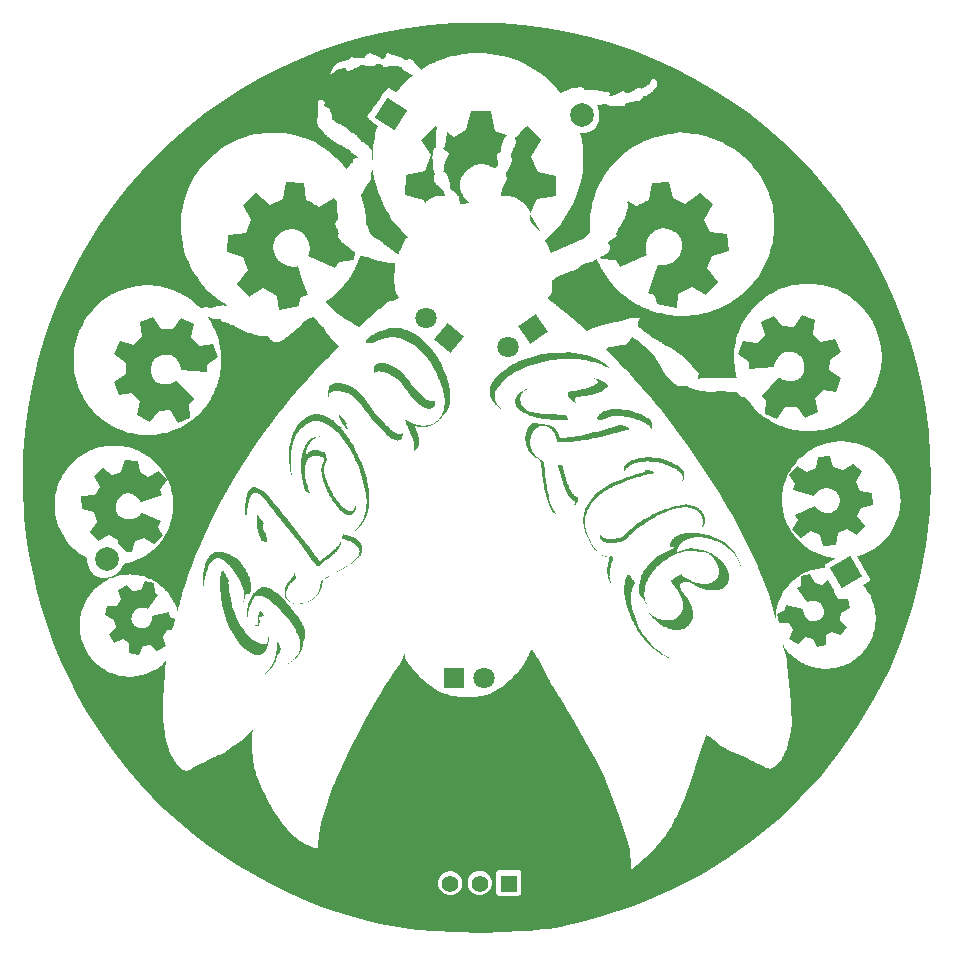
<source format=gbr>
%TF.GenerationSoftware,KiCad,Pcbnew,7.0.1-0*%
%TF.CreationDate,2023-04-12T18:06:32-07:00*%
%TF.ProjectId,GlowArtPCBv3,476c6f77-4172-4745-9043-4276332e6b69,rev?*%
%TF.SameCoordinates,Original*%
%TF.FileFunction,Copper,L1,Top*%
%TF.FilePolarity,Positive*%
%FSLAX46Y46*%
G04 Gerber Fmt 4.6, Leading zero omitted, Abs format (unit mm)*
G04 Created by KiCad (PCBNEW 7.0.1-0) date 2023-04-12 18:06:32*
%MOMM*%
%LPD*%
G01*
G04 APERTURE LIST*
G04 Aperture macros list*
%AMRotRect*
0 Rectangle, with rotation*
0 The origin of the aperture is its center*
0 $1 length*
0 $2 width*
0 $3 Rotation angle, in degrees counterclockwise*
0 Add horizontal line*
21,1,$1,$2,0,0,$3*%
G04 Aperture macros list end*
%TA.AperFunction,NonConductor*%
%ADD10C,0.000000*%
%TD*%
%TA.AperFunction,ComponentPad*%
%ADD11R,1.800000X1.800000*%
%TD*%
%TA.AperFunction,ComponentPad*%
%ADD12C,1.800000*%
%TD*%
%TA.AperFunction,ComponentPad*%
%ADD13RotRect,2.000000X2.000000X237.500000*%
%TD*%
%TA.AperFunction,ComponentPad*%
%ADD14C,2.000000*%
%TD*%
%TA.AperFunction,ComponentPad*%
%ADD15RotRect,2.000000X2.000000X120.000000*%
%TD*%
%TA.AperFunction,ComponentPad*%
%ADD16RotRect,1.800000X1.800000X215.000000*%
%TD*%
%TA.AperFunction,ComponentPad*%
%ADD17C,1.400000*%
%TD*%
%TA.AperFunction,ComponentPad*%
%ADD18R,1.400000X1.400000*%
%TD*%
%TA.AperFunction,ComponentPad*%
%ADD19RotRect,1.800000X1.800000X140.000000*%
%TD*%
G04 APERTURE END LIST*
D10*
%TA.AperFunction,NonConductor*%
G36*
X107506014Y-70767229D02*
G01*
X107576411Y-70772722D01*
X107648323Y-70783286D01*
X107722039Y-70799538D01*
X107797849Y-70822095D01*
X107892702Y-70836010D01*
X107986224Y-70855651D01*
X108078088Y-70880905D01*
X108167966Y-70911656D01*
X108255528Y-70947790D01*
X108340448Y-70989191D01*
X108422397Y-71035746D01*
X108501046Y-71087339D01*
X108576067Y-71143856D01*
X108647133Y-71205182D01*
X108713914Y-71271203D01*
X108776084Y-71341802D01*
X108833312Y-71416867D01*
X108885273Y-71496282D01*
X108931636Y-71579932D01*
X108972074Y-71667703D01*
X108985398Y-71713290D01*
X108997900Y-71759186D01*
X109009440Y-71805302D01*
X109019879Y-71851550D01*
X109029078Y-71897843D01*
X109036899Y-71944092D01*
X109043202Y-71990210D01*
X109047849Y-72036109D01*
X109051632Y-72086145D01*
X109053139Y-72135727D01*
X109052188Y-72184737D01*
X109048599Y-72233059D01*
X109042190Y-72280574D01*
X109032782Y-72327165D01*
X109020194Y-72372717D01*
X109004244Y-72417110D01*
X108984752Y-72460228D01*
X108961537Y-72501954D01*
X108948477Y-72522259D01*
X108934419Y-72542171D01*
X108919339Y-72561677D01*
X108903216Y-72580761D01*
X108886026Y-72599409D01*
X108867748Y-72617607D01*
X108848358Y-72635340D01*
X108827834Y-72652592D01*
X108806153Y-72669350D01*
X108783293Y-72685599D01*
X108759231Y-72701324D01*
X108733945Y-72716510D01*
X108711618Y-72720426D01*
X108703053Y-72726865D01*
X108699927Y-72729171D01*
X108697538Y-72730867D01*
X108695857Y-72731954D01*
X108695274Y-72732270D01*
X108694858Y-72732433D01*
X108694606Y-72732444D01*
X108694515Y-72732303D01*
X108694580Y-72732011D01*
X108694799Y-72731566D01*
X108695686Y-72730220D01*
X108697147Y-72728268D01*
X108701687Y-72722541D01*
X108708204Y-72714388D01*
X108716483Y-72703812D01*
X108710025Y-72704868D01*
X108694598Y-72716195D01*
X108693274Y-72716889D01*
X108692961Y-72716915D01*
X108692874Y-72716728D01*
X108694662Y-72713846D01*
X108707342Y-72697857D01*
X108717515Y-72684759D01*
X108729763Y-72668263D01*
X108743729Y-72648376D01*
X108759051Y-72625102D01*
X108767109Y-72612196D01*
X108775371Y-72598444D01*
X108783793Y-72583848D01*
X108792329Y-72568408D01*
X108800936Y-72552125D01*
X108809567Y-72534998D01*
X108818178Y-72517029D01*
X108826724Y-72498219D01*
X108835160Y-72478567D01*
X108843442Y-72458074D01*
X108851523Y-72436742D01*
X108859360Y-72414569D01*
X108862637Y-72380970D01*
X108865083Y-72347114D01*
X108866690Y-72313038D01*
X108867453Y-72278785D01*
X108867362Y-72244392D01*
X108866411Y-72209901D01*
X108864593Y-72175349D01*
X108861899Y-72140778D01*
X108856749Y-72097406D01*
X108850177Y-72054181D01*
X108842165Y-72011185D01*
X108832695Y-71968502D01*
X108821748Y-71926212D01*
X108809306Y-71884400D01*
X108795352Y-71843146D01*
X108779866Y-71802535D01*
X108762832Y-71762647D01*
X108744230Y-71723567D01*
X108724043Y-71685376D01*
X108702252Y-71648156D01*
X108678840Y-71611991D01*
X108653788Y-71576962D01*
X108627078Y-71543153D01*
X108598691Y-71510645D01*
X108571796Y-71475247D01*
X108543498Y-71441644D01*
X108513860Y-71409783D01*
X108482943Y-71379607D01*
X108450810Y-71351063D01*
X108417522Y-71324095D01*
X108383142Y-71298649D01*
X108347731Y-71274669D01*
X108311351Y-71252102D01*
X108274063Y-71230892D01*
X108197015Y-71192324D01*
X108117082Y-71158527D01*
X108034758Y-71129063D01*
X107950539Y-71103493D01*
X107864920Y-71081379D01*
X107778396Y-71062283D01*
X107691463Y-71045766D01*
X107518350Y-71018715D01*
X107349540Y-70996720D01*
X107244362Y-71004532D01*
X107139760Y-71014838D01*
X107035724Y-71027585D01*
X106932246Y-71042724D01*
X106829314Y-71060201D01*
X106726921Y-71079967D01*
X106625057Y-71101968D01*
X106523711Y-71126154D01*
X106322540Y-71180874D01*
X106123332Y-71243715D01*
X105926011Y-71314264D01*
X105730503Y-71392111D01*
X105319030Y-71577817D01*
X104916106Y-71777418D01*
X104718093Y-71882723D01*
X104522510Y-71991853D01*
X104329454Y-72104925D01*
X104139023Y-72222058D01*
X103951315Y-72343368D01*
X103766425Y-72468971D01*
X103584454Y-72598987D01*
X103405497Y-72733531D01*
X103229653Y-72872720D01*
X103057018Y-73016673D01*
X102887691Y-73165506D01*
X102721769Y-73319336D01*
X102652366Y-73392143D01*
X102584063Y-73464994D01*
X102515735Y-73537059D01*
X102446259Y-73607508D01*
X102410739Y-73641867D01*
X102374510Y-73675511D01*
X102337433Y-73708336D01*
X102299366Y-73740239D01*
X102260169Y-73771115D01*
X102219701Y-73800861D01*
X102177823Y-73829374D01*
X102134394Y-73856549D01*
X101931021Y-73912077D01*
X101826107Y-73937194D01*
X101719488Y-73960017D01*
X101611500Y-73980147D01*
X101502478Y-73997187D01*
X101392757Y-74010739D01*
X101282674Y-74020405D01*
X101172564Y-74025787D01*
X101062761Y-74026487D01*
X100953602Y-74022108D01*
X100845423Y-74012252D01*
X100738558Y-73996521D01*
X100633343Y-73974516D01*
X100530114Y-73945842D01*
X100429206Y-73910099D01*
X100406941Y-73900031D01*
X100385768Y-73888800D01*
X100365660Y-73876462D01*
X100346590Y-73863077D01*
X100328531Y-73848703D01*
X100311457Y-73833398D01*
X100295341Y-73817221D01*
X100280155Y-73800231D01*
X100265874Y-73782485D01*
X100252470Y-73764042D01*
X100239916Y-73744960D01*
X100228186Y-73725299D01*
X100217254Y-73705116D01*
X100207091Y-73684470D01*
X100197671Y-73663420D01*
X100188968Y-73642023D01*
X100173660Y-73601608D01*
X100160640Y-73560429D01*
X100149733Y-73518867D01*
X100140764Y-73477304D01*
X100133556Y-73436121D01*
X100127936Y-73395702D01*
X100123728Y-73356426D01*
X100120757Y-73318676D01*
X100117825Y-73249280D01*
X100117737Y-73190568D01*
X100120490Y-73117407D01*
X100121720Y-73123580D01*
X100123018Y-73129724D01*
X100124375Y-73135847D01*
X100125782Y-73141962D01*
X100126310Y-73132437D01*
X100128949Y-73145405D01*
X100131868Y-73158350D01*
X100135067Y-73171270D01*
X100138547Y-73184163D01*
X100142310Y-73197026D01*
X100146357Y-73209856D01*
X100150689Y-73222652D01*
X100155307Y-73235410D01*
X100163803Y-73255579D01*
X100173066Y-73275643D01*
X100183111Y-73295595D01*
X100193950Y-73315433D01*
X100205599Y-73335150D01*
X100218069Y-73354744D01*
X100231376Y-73374209D01*
X100245532Y-73393540D01*
X100260551Y-73412734D01*
X100276448Y-73431785D01*
X100293234Y-73450690D01*
X100310925Y-73469444D01*
X100329534Y-73488042D01*
X100349074Y-73506479D01*
X100369560Y-73524752D01*
X100391004Y-73542856D01*
X100486711Y-73580451D01*
X100584858Y-73611290D01*
X100685110Y-73635747D01*
X100787133Y-73654196D01*
X100890594Y-73667009D01*
X100995158Y-73674561D01*
X101100492Y-73677225D01*
X101206262Y-73675374D01*
X101312133Y-73669382D01*
X101417772Y-73659622D01*
X101522845Y-73646468D01*
X101627018Y-73630294D01*
X101729957Y-73611471D01*
X101831328Y-73590376D01*
X102028031Y-73542856D01*
X102110666Y-73448899D01*
X102195713Y-73356715D01*
X102283018Y-73266271D01*
X102372432Y-73177538D01*
X102463802Y-73090483D01*
X102556977Y-73005075D01*
X102651805Y-72921284D01*
X102748135Y-72839078D01*
X102944696Y-72679297D01*
X103145447Y-72525483D01*
X103349177Y-72377386D01*
X103554673Y-72234757D01*
X103916665Y-72010227D01*
X104101294Y-71902862D01*
X104288214Y-71798949D01*
X104477325Y-71698627D01*
X104668529Y-71602037D01*
X104861726Y-71509317D01*
X105056818Y-71420608D01*
X105253706Y-71336048D01*
X105452291Y-71255778D01*
X105652474Y-71179937D01*
X105854156Y-71108664D01*
X106057238Y-71042099D01*
X106261622Y-70980381D01*
X106467209Y-70923650D01*
X106673899Y-70872046D01*
X106748724Y-70864857D01*
X106821586Y-70855328D01*
X106962582Y-70831723D01*
X107099205Y-70806170D01*
X107233773Y-70783611D01*
X107301010Y-70774997D01*
X107368603Y-70768984D01*
X107436841Y-70766188D01*
X107506014Y-70767229D01*
G37*
%TD.AperFunction*%
%TA.AperFunction,NonConductor*%
G36*
X108708009Y-79050618D02*
G01*
X108748617Y-79073087D01*
X108789403Y-79094941D01*
X108830356Y-79116150D01*
X108809280Y-79107002D01*
X108788263Y-79097666D01*
X108767285Y-79088152D01*
X108746329Y-79078470D01*
X108767683Y-79090038D01*
X108789056Y-79101409D01*
X108810470Y-79112581D01*
X108831943Y-79123554D01*
X108789861Y-79105121D01*
X108747928Y-79086012D01*
X108706171Y-79066228D01*
X108664621Y-79045767D01*
X108665181Y-79044355D01*
X108665751Y-79042963D01*
X108666338Y-79041571D01*
X108666953Y-79040158D01*
X108662931Y-79038144D01*
X108663456Y-79036836D01*
X108664000Y-79035525D01*
X108665140Y-79032895D01*
X108666340Y-79030244D01*
X108667588Y-79027564D01*
X108708009Y-79050618D01*
G37*
%TD.AperFunction*%
%TA.AperFunction,NonConductor*%
G36*
X86291521Y-38755891D02*
G01*
X86309270Y-38789383D01*
X86325791Y-38822048D01*
X86341005Y-38853777D01*
X86354836Y-38884459D01*
X86367204Y-38913984D01*
X86378032Y-38942242D01*
X86387241Y-38969123D01*
X86364238Y-38976328D01*
X86343514Y-38987446D01*
X86324957Y-39002355D01*
X86308456Y-39020934D01*
X86293900Y-39043061D01*
X86281177Y-39068614D01*
X86270177Y-39097473D01*
X86260788Y-39129516D01*
X86252898Y-39164621D01*
X86246397Y-39202667D01*
X86237116Y-39287097D01*
X86232052Y-39381834D01*
X86230318Y-39485906D01*
X86233273Y-39718171D01*
X86238860Y-39976122D01*
X86240415Y-40112301D01*
X86239957Y-40251987D01*
X86236597Y-40394209D01*
X86229444Y-40537995D01*
X86205575Y-40555374D01*
X86183602Y-40572431D01*
X86163444Y-40589202D01*
X86145018Y-40605722D01*
X86128242Y-40622028D01*
X86113034Y-40638156D01*
X86099313Y-40654141D01*
X86086996Y-40670019D01*
X86076002Y-40685826D01*
X86066247Y-40701598D01*
X86057652Y-40717371D01*
X86050133Y-40733180D01*
X86043608Y-40749061D01*
X86037996Y-40765051D01*
X86033214Y-40781185D01*
X86029181Y-40797499D01*
X86023033Y-40830809D01*
X86018896Y-40865270D01*
X86016114Y-40901168D01*
X86014030Y-40938789D01*
X86009338Y-41020350D01*
X86005418Y-41064864D01*
X85999573Y-41112248D01*
X85996954Y-41129665D01*
X85993999Y-41147407D01*
X85990679Y-41165501D01*
X85986966Y-41183975D01*
X85982832Y-41202856D01*
X85978247Y-41222171D01*
X85973183Y-41241948D01*
X85967612Y-41262213D01*
X85935334Y-41365294D01*
X86017670Y-41688086D01*
X86003759Y-41753771D01*
X85994444Y-41820417D01*
X85989420Y-41887855D01*
X85988383Y-41955917D01*
X85991028Y-42024433D01*
X85997049Y-42093234D01*
X86006142Y-42162149D01*
X86018002Y-42231011D01*
X86032324Y-42299650D01*
X86048802Y-42367896D01*
X86067133Y-42435580D01*
X86087010Y-42502533D01*
X86130186Y-42633569D01*
X86175892Y-42759648D01*
X86164901Y-42797283D01*
X86153378Y-42833584D01*
X86129810Y-42903101D01*
X86107325Y-42970031D01*
X86097158Y-43003098D01*
X86088064Y-43036205D01*
X86080310Y-43069581D01*
X86074165Y-43103456D01*
X86069895Y-43138057D01*
X86067768Y-43173615D01*
X86068052Y-43210358D01*
X86071013Y-43248514D01*
X86073581Y-43268194D01*
X86076919Y-43288314D01*
X86081061Y-43308901D01*
X86086039Y-43329985D01*
X86133774Y-43397371D01*
X86183095Y-43463703D01*
X86233845Y-43529073D01*
X86285867Y-43593576D01*
X86393107Y-43720353D01*
X86503565Y-43844784D01*
X86952604Y-44334026D01*
X86961606Y-44353508D01*
X86969312Y-44373006D01*
X86975883Y-44392554D01*
X86981479Y-44412187D01*
X86986260Y-44431940D01*
X86990386Y-44451849D01*
X86997317Y-44492273D01*
X87010377Y-44576526D01*
X87014410Y-44598503D01*
X87019071Y-44620915D01*
X87024520Y-44643799D01*
X87030918Y-44667188D01*
X86994082Y-44674039D01*
X86956215Y-44678690D01*
X86917459Y-44681394D01*
X86877954Y-44682407D01*
X86837841Y-44681982D01*
X86797260Y-44680376D01*
X86715258Y-44674636D01*
X86551826Y-44660178D01*
X86472647Y-44655536D01*
X86434184Y-44654753D01*
X86396659Y-44655335D01*
X86331350Y-44660328D01*
X86265871Y-44670532D01*
X86200512Y-44685449D01*
X86135566Y-44704582D01*
X86071323Y-44727434D01*
X86008074Y-44753507D01*
X85946111Y-44782305D01*
X85885724Y-44813330D01*
X85827205Y-44846086D01*
X85770845Y-44880074D01*
X85716935Y-44914798D01*
X85665766Y-44949761D01*
X85572817Y-45018414D01*
X85494327Y-45082054D01*
X85478145Y-45095966D01*
X85463448Y-45109150D01*
X85450178Y-45121582D01*
X85438272Y-45133240D01*
X85427670Y-45144100D01*
X85418309Y-45154138D01*
X85410131Y-45163331D01*
X85403072Y-45171656D01*
X85392071Y-45185607D01*
X85384818Y-45195805D01*
X85379603Y-45204187D01*
X85365842Y-45219216D01*
X85249640Y-44975691D01*
X83640549Y-44598184D01*
X83718018Y-42866753D01*
X85379178Y-42493901D01*
X85867283Y-41208238D01*
X85033844Y-39879711D01*
X86272623Y-38721684D01*
X86291521Y-38755891D01*
G37*
%TD.AperFunction*%
%TA.AperFunction,NonConductor*%
G36*
X78468545Y-73304239D02*
G01*
X78524285Y-73310075D01*
X78580413Y-73318706D01*
X78636807Y-73329849D01*
X78693343Y-73343220D01*
X78749898Y-73358534D01*
X78806348Y-73375509D01*
X78918439Y-73413305D01*
X79028631Y-73454338D01*
X79239365Y-73537036D01*
X79267406Y-73544442D01*
X79295165Y-73552945D01*
X79322629Y-73562510D01*
X79349788Y-73573104D01*
X79376628Y-73584691D01*
X79403138Y-73597239D01*
X79429306Y-73610712D01*
X79455120Y-73625077D01*
X79480568Y-73640298D01*
X79505639Y-73656342D01*
X79530319Y-73673175D01*
X79554598Y-73690762D01*
X79578464Y-73709069D01*
X79601903Y-73728061D01*
X79624906Y-73747705D01*
X79647458Y-73767966D01*
X79673346Y-73791598D01*
X79698611Y-73815985D01*
X79723235Y-73841074D01*
X79747202Y-73866810D01*
X79770492Y-73893141D01*
X79793089Y-73920012D01*
X79814975Y-73947369D01*
X79836131Y-73975160D01*
X79856541Y-74003331D01*
X79876187Y-74031827D01*
X79895051Y-74060596D01*
X79913115Y-74089583D01*
X79930362Y-74118735D01*
X79946773Y-74147998D01*
X79962332Y-74177319D01*
X79977021Y-74206644D01*
X79991633Y-74246009D01*
X80004163Y-74285404D01*
X80014652Y-74324797D01*
X80023144Y-74364158D01*
X80029679Y-74403456D01*
X80034299Y-74442660D01*
X80037047Y-74481740D01*
X80037964Y-74520665D01*
X80037092Y-74559403D01*
X80034473Y-74597925D01*
X80024162Y-74674195D01*
X80007365Y-74749228D01*
X79984418Y-74822779D01*
X79955655Y-74894601D01*
X79921411Y-74964448D01*
X79882023Y-75032074D01*
X79837823Y-75097233D01*
X79789149Y-75159677D01*
X79736334Y-75219163D01*
X79679714Y-75275442D01*
X79619623Y-75328269D01*
X79562684Y-75372714D01*
X79544219Y-75393893D01*
X79525432Y-75414660D01*
X79506351Y-75435043D01*
X79487000Y-75455068D01*
X79467407Y-75474760D01*
X79447596Y-75494145D01*
X79427595Y-75513250D01*
X79407428Y-75532102D01*
X79257168Y-75655799D01*
X79101360Y-75773609D01*
X78940684Y-75886195D01*
X78775819Y-75994217D01*
X78607443Y-76098337D01*
X78436236Y-76199216D01*
X78088042Y-76393902D01*
X77387547Y-76773506D01*
X77046107Y-76969010D01*
X76879965Y-77070503D01*
X76717780Y-77175373D01*
X76681009Y-77356226D01*
X76635825Y-77542175D01*
X76609612Y-77635844D01*
X76580738Y-77729327D01*
X76549017Y-77822137D01*
X76514262Y-77913788D01*
X76476287Y-78003793D01*
X76434907Y-78091665D01*
X76389935Y-78176919D01*
X76341185Y-78259067D01*
X76288471Y-78337623D01*
X76231608Y-78412099D01*
X76170409Y-78482010D01*
X76104688Y-78546869D01*
X76081601Y-78567084D01*
X76069905Y-78577201D01*
X76058121Y-78587299D01*
X76048585Y-78596786D01*
X76038946Y-78606203D01*
X76029201Y-78615561D01*
X76019345Y-78624869D01*
X75999288Y-78643376D01*
X75978745Y-78661804D01*
X75900954Y-78724669D01*
X75819872Y-78784350D01*
X75735753Y-78840659D01*
X75648851Y-78893406D01*
X75559419Y-78942402D01*
X75467712Y-78987458D01*
X75373983Y-79028384D01*
X75278486Y-79064990D01*
X75181474Y-79097089D01*
X75083202Y-79124490D01*
X74983923Y-79147005D01*
X74883891Y-79164443D01*
X74783360Y-79176615D01*
X74682583Y-79183333D01*
X74581815Y-79184407D01*
X74481308Y-79179648D01*
X74458131Y-79181641D01*
X74434927Y-79182867D01*
X74411711Y-79183337D01*
X74388502Y-79183061D01*
X74365317Y-79182052D01*
X74342173Y-79180321D01*
X74319086Y-79177879D01*
X74296074Y-79174737D01*
X74273154Y-79170907D01*
X74250342Y-79166400D01*
X74227657Y-79161227D01*
X74205114Y-79155400D01*
X74182732Y-79148930D01*
X74160526Y-79141828D01*
X74138515Y-79134106D01*
X74116715Y-79125775D01*
X74113187Y-79125140D01*
X74109668Y-79124439D01*
X74102651Y-79122932D01*
X74095655Y-79121444D01*
X74092161Y-79120767D01*
X74088668Y-79120166D01*
X74074276Y-79113397D01*
X74070255Y-79112656D01*
X74018111Y-79087394D01*
X73968266Y-79060713D01*
X73920636Y-79032569D01*
X73875138Y-79002917D01*
X73831691Y-78971712D01*
X73790209Y-78938910D01*
X73750612Y-78904466D01*
X73712815Y-78868336D01*
X73676736Y-78830474D01*
X73642291Y-78790836D01*
X73609399Y-78749378D01*
X73577975Y-78706054D01*
X73547938Y-78660821D01*
X73519203Y-78613633D01*
X73491688Y-78564446D01*
X73465311Y-78513214D01*
X73461579Y-78363072D01*
X73460312Y-78287705D01*
X73459979Y-78212277D01*
X73460981Y-78136888D01*
X73463717Y-78061640D01*
X73468590Y-77986636D01*
X73475998Y-77911975D01*
X73495015Y-77851649D01*
X73516766Y-77792147D01*
X73541049Y-77733454D01*
X73567662Y-77675560D01*
X73596403Y-77618451D01*
X73627068Y-77562114D01*
X73659457Y-77506536D01*
X73693367Y-77451706D01*
X73728594Y-77397610D01*
X73764938Y-77344235D01*
X73840165Y-77239600D01*
X73917428Y-77137698D01*
X73995110Y-77038428D01*
X74006814Y-77022794D01*
X74018998Y-77007727D01*
X74044531Y-76979088D01*
X74071149Y-76952096D01*
X74098293Y-76926338D01*
X74151929Y-76876864D01*
X74177304Y-76852321D01*
X74200970Y-76827355D01*
X74222371Y-76801551D01*
X74232047Y-76788206D01*
X74240948Y-76774497D01*
X74249002Y-76760371D01*
X74256141Y-76745777D01*
X74262294Y-76730663D01*
X74267393Y-76714978D01*
X74271366Y-76698669D01*
X74274144Y-76681685D01*
X74275658Y-76663974D01*
X74275837Y-76645485D01*
X74274612Y-76626165D01*
X74271913Y-76605963D01*
X74267669Y-76584826D01*
X74261812Y-76562705D01*
X74249372Y-76535467D01*
X74245170Y-76525766D01*
X74242241Y-76518571D01*
X74240530Y-76513801D01*
X74239984Y-76511376D01*
X74240130Y-76511018D01*
X74240547Y-76511217D01*
X74242165Y-76513241D01*
X74244785Y-76517371D01*
X74248351Y-76523525D01*
X74258104Y-76541586D01*
X74270991Y-76566784D01*
X74286576Y-76598477D01*
X74285149Y-76592326D01*
X74283573Y-76586095D01*
X74281858Y-76579785D01*
X74280016Y-76573395D01*
X74268354Y-76547888D01*
X74261241Y-76531238D01*
X74258335Y-76522940D01*
X74258354Y-76521765D01*
X74259297Y-76522489D01*
X74263785Y-76529379D01*
X74271459Y-76543108D01*
X74295003Y-76589057D01*
X74327204Y-76656300D01*
X74345700Y-76696644D01*
X74365337Y-76740797D01*
X74385777Y-76788254D01*
X74406678Y-76838510D01*
X74427699Y-76891061D01*
X74448501Y-76945401D01*
X74432267Y-76972558D01*
X74414310Y-76999214D01*
X74394755Y-77025417D01*
X74373730Y-77051215D01*
X74327774Y-77101789D01*
X74277453Y-77151322D01*
X74223780Y-77200198D01*
X74167769Y-77248804D01*
X74052777Y-77346746D01*
X73995823Y-77396853D01*
X73940579Y-77448230D01*
X73888058Y-77501264D01*
X73839273Y-77556340D01*
X73816598Y-77584764D01*
X73795236Y-77613842D01*
X73775315Y-77643624D01*
X73756960Y-77674158D01*
X73740299Y-77705490D01*
X73725457Y-77737671D01*
X73712562Y-77770747D01*
X73701740Y-77804767D01*
X73665877Y-77904205D01*
X73630930Y-78010342D01*
X73614887Y-78065210D01*
X73600376Y-78120897D01*
X73587832Y-78177118D01*
X73577691Y-78233589D01*
X73570386Y-78290024D01*
X73566352Y-78346137D01*
X73566023Y-78401645D01*
X73569834Y-78456261D01*
X73573428Y-78483146D01*
X73578220Y-78509701D01*
X73584264Y-78535891D01*
X73591615Y-78561679D01*
X73600327Y-78587031D01*
X73610454Y-78611911D01*
X73622050Y-78636283D01*
X73635170Y-78660111D01*
X73650584Y-78696941D01*
X73668034Y-78732784D01*
X73687431Y-78767588D01*
X73708689Y-78801300D01*
X73731718Y-78833869D01*
X73756433Y-78865242D01*
X73782744Y-78895367D01*
X73810564Y-78924192D01*
X73839806Y-78951666D01*
X73870380Y-78977735D01*
X73902201Y-79002349D01*
X73935180Y-79025454D01*
X73969229Y-79046999D01*
X74004261Y-79066932D01*
X74040187Y-79085200D01*
X74076920Y-79101752D01*
X74098600Y-79109984D01*
X74120489Y-79117609D01*
X74142570Y-79124615D01*
X74164826Y-79130993D01*
X74187241Y-79136734D01*
X74209796Y-79141826D01*
X74232475Y-79146260D01*
X74255262Y-79150025D01*
X74278140Y-79153113D01*
X74301091Y-79155511D01*
X74324099Y-79157211D01*
X74347147Y-79158203D01*
X74370217Y-79158475D01*
X74393294Y-79158019D01*
X74416360Y-79156824D01*
X74439399Y-79154880D01*
X74539928Y-79159672D01*
X74640727Y-79158616D01*
X74741539Y-79151902D01*
X74842110Y-79139718D01*
X74942186Y-79122254D01*
X75041512Y-79099700D01*
X75139833Y-79072245D01*
X75236893Y-79040079D01*
X75332440Y-79003390D01*
X75426218Y-78962370D01*
X75517971Y-78917206D01*
X75607447Y-78868089D01*
X75694389Y-78815208D01*
X75778543Y-78758753D01*
X75859654Y-78698913D01*
X75937468Y-78635877D01*
X76010322Y-78568508D01*
X76077227Y-78497602D01*
X76138411Y-78423383D01*
X76194099Y-78346076D01*
X76244517Y-78265906D01*
X76289891Y-78183098D01*
X76330448Y-78097877D01*
X76366413Y-78010467D01*
X76398012Y-77921094D01*
X76425471Y-77829983D01*
X76449018Y-77737358D01*
X76468876Y-77643445D01*
X76485273Y-77548468D01*
X76498434Y-77452653D01*
X76508586Y-77356224D01*
X76515955Y-77259406D01*
X76683698Y-77143402D01*
X76856658Y-77031953D01*
X77034017Y-76924257D01*
X77214958Y-76819516D01*
X77584310Y-76615702D01*
X77958172Y-76414115D01*
X78330000Y-76208361D01*
X78513107Y-76101923D01*
X78693251Y-75992045D01*
X78869615Y-75877928D01*
X79041381Y-75758772D01*
X79207731Y-75633779D01*
X79367847Y-75502149D01*
X79409522Y-75462971D01*
X79450371Y-75422327D01*
X79490159Y-75380243D01*
X79528651Y-75336743D01*
X79565613Y-75291853D01*
X79600808Y-75245597D01*
X79634002Y-75198001D01*
X79664959Y-75149091D01*
X79693444Y-75098890D01*
X79719223Y-75047425D01*
X79742059Y-74994720D01*
X79761719Y-74940801D01*
X79777965Y-74885692D01*
X79784735Y-74857699D01*
X79790564Y-74829418D01*
X79795423Y-74800853D01*
X79799281Y-74772006D01*
X79802109Y-74742881D01*
X79803879Y-74713480D01*
X79794344Y-74669348D01*
X79783083Y-74626950D01*
X79770156Y-74586207D01*
X79755621Y-74547040D01*
X79739539Y-74509368D01*
X79721970Y-74473114D01*
X79702973Y-74438197D01*
X79682607Y-74404540D01*
X79660934Y-74372061D01*
X79638011Y-74340683D01*
X79613899Y-74310326D01*
X79588658Y-74280911D01*
X79562348Y-74252359D01*
X79535027Y-74224590D01*
X79506756Y-74197525D01*
X79477594Y-74171085D01*
X79441937Y-74141089D01*
X79405276Y-74111658D01*
X79367710Y-74082665D01*
X79329336Y-74053979D01*
X79290253Y-74025471D01*
X79250558Y-73997014D01*
X79169727Y-73939731D01*
X78966468Y-73860038D01*
X78860332Y-73820151D01*
X78752305Y-73782795D01*
X78697843Y-73765666D01*
X78643222Y-73749889D01*
X78588545Y-73735704D01*
X78533916Y-73723351D01*
X78479441Y-73713070D01*
X78425224Y-73705100D01*
X78371368Y-73699682D01*
X78317978Y-73697055D01*
X78321894Y-73683512D01*
X78316816Y-73683291D01*
X78311748Y-73683101D01*
X78301682Y-73682770D01*
X78314069Y-73638032D01*
X78325016Y-73592481D01*
X78334493Y-73546116D01*
X78342467Y-73498937D01*
X78348909Y-73450945D01*
X78353786Y-73402139D01*
X78357069Y-73352520D01*
X78358725Y-73302088D01*
X78413317Y-73301482D01*
X78468545Y-73304239D01*
G37*
%TD.AperFunction*%
%TA.AperFunction,NonConductor*%
G36*
X96971738Y-67419025D02*
G01*
X96974915Y-67418811D01*
X97006509Y-67577777D01*
X97043564Y-67735909D01*
X97084854Y-67893337D01*
X97129152Y-68050189D01*
X97221864Y-68362682D01*
X97267825Y-68518581D01*
X97311887Y-68674420D01*
X97371456Y-68854350D01*
X97401495Y-68943992D01*
X97432218Y-69033087D01*
X97492449Y-69194872D01*
X97524715Y-69274246D01*
X97558801Y-69352359D01*
X97594999Y-69429022D01*
X97633598Y-69504049D01*
X97674888Y-69577252D01*
X97719159Y-69648443D01*
X97766703Y-69717435D01*
X97817808Y-69784041D01*
X97872765Y-69848073D01*
X97931865Y-69909344D01*
X97995397Y-69967666D01*
X98063652Y-70022852D01*
X98136920Y-70074714D01*
X98215491Y-70123065D01*
X98223891Y-70128036D01*
X98231833Y-70133222D01*
X98239325Y-70138616D01*
X98246376Y-70144214D01*
X98252993Y-70150007D01*
X98259185Y-70155992D01*
X98264960Y-70162161D01*
X98270326Y-70168508D01*
X98275292Y-70175028D01*
X98279865Y-70181714D01*
X98284054Y-70188560D01*
X98287867Y-70195561D01*
X98291313Y-70202710D01*
X98294399Y-70210001D01*
X98297133Y-70217428D01*
X98299524Y-70224985D01*
X98304275Y-70237563D01*
X98308035Y-70250511D01*
X98310847Y-70263800D01*
X98312749Y-70277401D01*
X98313783Y-70291283D01*
X98313989Y-70305417D01*
X98313406Y-70319773D01*
X98312077Y-70334321D01*
X98307337Y-70363874D01*
X98300091Y-70393838D01*
X98290663Y-70423975D01*
X98279376Y-70454047D01*
X98266551Y-70483814D01*
X98252513Y-70513040D01*
X98237585Y-70541485D01*
X98222088Y-70568911D01*
X98206347Y-70595080D01*
X98190684Y-70619754D01*
X98160883Y-70663663D01*
X98144592Y-70689084D01*
X98127807Y-70713215D01*
X98110739Y-70735901D01*
X98093599Y-70756987D01*
X98076598Y-70776318D01*
X98059947Y-70793741D01*
X98043856Y-70809100D01*
X98028537Y-70822241D01*
X98014200Y-70833010D01*
X98001056Y-70841251D01*
X97994998Y-70844376D01*
X97989317Y-70846811D01*
X97984039Y-70848537D01*
X97979192Y-70849535D01*
X97974801Y-70849785D01*
X97970893Y-70849268D01*
X97967494Y-70847964D01*
X97964630Y-70845856D01*
X97962328Y-70842922D01*
X97960615Y-70839143D01*
X97959516Y-70834501D01*
X97959058Y-70828977D01*
X97957628Y-70827731D01*
X97956355Y-70826253D01*
X97955243Y-70824541D01*
X97954298Y-70822591D01*
X97953521Y-70820402D01*
X97952918Y-70817969D01*
X97952492Y-70815291D01*
X97952247Y-70812364D01*
X97952187Y-70809187D01*
X97952315Y-70805755D01*
X97952637Y-70802066D01*
X97953155Y-70798117D01*
X97953873Y-70793906D01*
X97954796Y-70789429D01*
X97955928Y-70784685D01*
X97957271Y-70779669D01*
X97958831Y-70774380D01*
X97960611Y-70768814D01*
X97964846Y-70756841D01*
X97970007Y-70743728D01*
X97976127Y-70729452D01*
X97983236Y-70713992D01*
X97991365Y-70697324D01*
X98000546Y-70679426D01*
X98010810Y-70660276D01*
X98017764Y-70650793D01*
X98024139Y-70641434D01*
X98029936Y-70632199D01*
X98035154Y-70623088D01*
X98039793Y-70614101D01*
X98043853Y-70605238D01*
X98047332Y-70596500D01*
X98050232Y-70587885D01*
X98052551Y-70579394D01*
X98054289Y-70571027D01*
X98055446Y-70562785D01*
X98056022Y-70554666D01*
X98056016Y-70546671D01*
X98055428Y-70538801D01*
X98054258Y-70531054D01*
X98052506Y-70523432D01*
X98049762Y-70518029D01*
X98046688Y-70512696D01*
X98043285Y-70507433D01*
X98039552Y-70502239D01*
X98035489Y-70497114D01*
X98031098Y-70492059D01*
X98026377Y-70487074D01*
X98021328Y-70482157D01*
X98015949Y-70477311D01*
X98010243Y-70472533D01*
X98004207Y-70467825D01*
X97997844Y-70463187D01*
X97991152Y-70458618D01*
X97984133Y-70454119D01*
X97976785Y-70449689D01*
X97969111Y-70445328D01*
X97891081Y-70392508D01*
X97817554Y-70336579D01*
X97748333Y-70277692D01*
X97683220Y-70215994D01*
X97622017Y-70151634D01*
X97564526Y-70084762D01*
X97510552Y-70015526D01*
X97459895Y-69944075D01*
X97412358Y-69870558D01*
X97367744Y-69795123D01*
X97325856Y-69717920D01*
X97286496Y-69639097D01*
X97249466Y-69558803D01*
X97214570Y-69477187D01*
X97181608Y-69394398D01*
X97150385Y-69310584D01*
X97113697Y-69206638D01*
X97079036Y-69101597D01*
X97046037Y-68995736D01*
X97014335Y-68889327D01*
X96893210Y-68463706D01*
X96881169Y-68398446D01*
X96866856Y-68333998D01*
X96850600Y-68270251D01*
X96832731Y-68207094D01*
X96793474Y-68082109D01*
X96751724Y-67958153D01*
X96710117Y-67834342D01*
X96671292Y-67709787D01*
X96653748Y-67646954D01*
X96637887Y-67583603D01*
X96624042Y-67519622D01*
X96612540Y-67454901D01*
X96708675Y-67435436D01*
X96782260Y-67421220D01*
X96837178Y-67411369D01*
X96877309Y-67405001D01*
X96906536Y-67401232D01*
X96928741Y-67399181D01*
X96967612Y-67396695D01*
X96971738Y-67419025D01*
G37*
%TD.AperFunction*%
%TA.AperFunction,NonConductor*%
G36*
X118320011Y-77438794D02*
G01*
X118990995Y-77569815D01*
X119450000Y-77130000D01*
X119992461Y-78047511D01*
X119970170Y-78179734D01*
X120338254Y-78755469D01*
X121158774Y-78790814D01*
X121345469Y-79570490D01*
X120584531Y-79921753D01*
X120449485Y-80561405D01*
X121042783Y-81154810D01*
X120600510Y-81840296D01*
X119817441Y-81561426D01*
X119297379Y-81836170D01*
X119299180Y-82680615D01*
X118488389Y-82863178D01*
X118163480Y-82166474D01*
X117508799Y-82011005D01*
X116919309Y-82574353D01*
X116189798Y-82132501D01*
X116458402Y-81385108D01*
X116117832Y-80827576D01*
X115278257Y-80802707D01*
X115119193Y-80032135D01*
X115823612Y-79671775D01*
X115903836Y-79318186D01*
X117371531Y-79600971D01*
X117369811Y-79628547D01*
X117369099Y-79660968D01*
X117369761Y-79703989D01*
X117372757Y-79756244D01*
X117379043Y-79816366D01*
X117389577Y-79882988D01*
X117405318Y-79954745D01*
X117415440Y-79992121D01*
X117427223Y-80030269D01*
X117440786Y-80069017D01*
X117456249Y-80108195D01*
X117473732Y-80147632D01*
X117493355Y-80187156D01*
X117515237Y-80226598D01*
X117539498Y-80265786D01*
X117566258Y-80304549D01*
X117595636Y-80342717D01*
X117627752Y-80380120D01*
X117662727Y-80416585D01*
X117700678Y-80451943D01*
X117741728Y-80486022D01*
X117785994Y-80518652D01*
X117833597Y-80549661D01*
X117892019Y-80581198D01*
X117953462Y-80606492D01*
X118017454Y-80625684D01*
X118083520Y-80638918D01*
X118151189Y-80646336D01*
X118219986Y-80648081D01*
X118289440Y-80644297D01*
X118359077Y-80635125D01*
X118428423Y-80620709D01*
X118497007Y-80601191D01*
X118564354Y-80576714D01*
X118629992Y-80547421D01*
X118693448Y-80513455D01*
X118754248Y-80474957D01*
X118811920Y-80432072D01*
X118865991Y-80384942D01*
X118915987Y-80333710D01*
X118961436Y-80278517D01*
X119001864Y-80219508D01*
X119036798Y-80156825D01*
X119065766Y-80090611D01*
X119088294Y-80021008D01*
X119103909Y-79948159D01*
X119112139Y-79872208D01*
X119112509Y-79793296D01*
X119104548Y-79711566D01*
X119087782Y-79627162D01*
X119061738Y-79540226D01*
X119025942Y-79450900D01*
X118979923Y-79359329D01*
X118923206Y-79265653D01*
X118855320Y-79170017D01*
X118840058Y-79151285D01*
X118823053Y-79132853D01*
X118804347Y-79114783D01*
X118783980Y-79097136D01*
X118761993Y-79079973D01*
X118738427Y-79063357D01*
X118713323Y-79047348D01*
X118686722Y-79032008D01*
X118658665Y-79017398D01*
X118629193Y-79003580D01*
X118598347Y-78990615D01*
X118566167Y-78978565D01*
X118532694Y-78967491D01*
X118497970Y-78957455D01*
X118462035Y-78948518D01*
X118424930Y-78940741D01*
X118386697Y-78934186D01*
X118347375Y-78928915D01*
X118307007Y-78924988D01*
X118265632Y-78922468D01*
X118223292Y-78921416D01*
X118180027Y-78921892D01*
X118135879Y-78923960D01*
X118090889Y-78927679D01*
X118045097Y-78933112D01*
X117998545Y-78940320D01*
X117951272Y-78949364D01*
X117903321Y-78960306D01*
X117854732Y-78973208D01*
X117805546Y-78988130D01*
X117755803Y-79005135D01*
X117705545Y-79024283D01*
X116831144Y-77841278D01*
X117156058Y-77629084D01*
X117173838Y-76846869D01*
X117971506Y-76694046D01*
X118320011Y-77438794D01*
G37*
%TD.AperFunction*%
%TA.AperFunction,NonConductor*%
G36*
X97915760Y-57921050D02*
G01*
X98151367Y-57950662D01*
X98384681Y-57985516D01*
X98615451Y-58026441D01*
X98843425Y-58074267D01*
X99068351Y-58129825D01*
X99289978Y-58193942D01*
X99508055Y-58267449D01*
X99722329Y-58351176D01*
X99932548Y-58445952D01*
X100138462Y-58552606D01*
X100339819Y-58671968D01*
X100536367Y-58804868D01*
X100727854Y-58952136D01*
X100914029Y-59114600D01*
X100929161Y-59132411D01*
X100944006Y-59150451D01*
X100958572Y-59168729D01*
X100972871Y-59187254D01*
X100986912Y-59206038D01*
X101000706Y-59225089D01*
X101014261Y-59244418D01*
X101027588Y-59264035D01*
X101009941Y-59251085D01*
X100992136Y-59238214D01*
X101002534Y-59252501D01*
X101012785Y-59266947D01*
X101022899Y-59281553D01*
X101032883Y-59296317D01*
X100998091Y-59271018D01*
X100962654Y-59246352D01*
X100926513Y-59222366D01*
X100889608Y-59199107D01*
X100851880Y-59176622D01*
X100813269Y-59154958D01*
X100773715Y-59134163D01*
X100733161Y-59114282D01*
X100500936Y-59002825D01*
X100262243Y-58902334D01*
X100017778Y-58812516D01*
X99768237Y-58733080D01*
X99514316Y-58663732D01*
X99256710Y-58604180D01*
X98996115Y-58554132D01*
X98733227Y-58513295D01*
X98468741Y-58481376D01*
X98203354Y-58458084D01*
X97937761Y-58443124D01*
X97672658Y-58436206D01*
X97408740Y-58437036D01*
X97146704Y-58445322D01*
X96887245Y-58460771D01*
X96631058Y-58483090D01*
X96307079Y-58518891D01*
X95983552Y-58565376D01*
X95661070Y-58622256D01*
X95340224Y-58689243D01*
X95021605Y-58766047D01*
X94705805Y-58852380D01*
X94393416Y-58947952D01*
X94085028Y-59052475D01*
X93713227Y-59211081D01*
X93529009Y-59295517D01*
X93346595Y-59383825D01*
X93166495Y-59476344D01*
X92989221Y-59573414D01*
X92815282Y-59675371D01*
X92645191Y-59782555D01*
X92479458Y-59895303D01*
X92318595Y-60013955D01*
X92163111Y-60138849D01*
X92013519Y-60270323D01*
X91870329Y-60408716D01*
X91734052Y-60554365D01*
X91605199Y-60707611D01*
X91484281Y-60868790D01*
X91440014Y-60928332D01*
X91399900Y-60990053D01*
X91363962Y-61053730D01*
X91332222Y-61119145D01*
X91304704Y-61186076D01*
X91281429Y-61254303D01*
X91262421Y-61323604D01*
X91247703Y-61393760D01*
X91237297Y-61464550D01*
X91231226Y-61535753D01*
X91229513Y-61607148D01*
X91232180Y-61678516D01*
X91239251Y-61749635D01*
X91250748Y-61820284D01*
X91266695Y-61890244D01*
X91287113Y-61959293D01*
X91298732Y-61990157D01*
X91311286Y-62020743D01*
X91324778Y-62051031D01*
X91339210Y-62081002D01*
X91354584Y-62110635D01*
X91370904Y-62139911D01*
X91388171Y-62168810D01*
X91406388Y-62197312D01*
X91444474Y-62254745D01*
X91483632Y-62310783D01*
X91523842Y-62365456D01*
X91565083Y-62418796D01*
X91607337Y-62470837D01*
X91650583Y-62521610D01*
X91694802Y-62571148D01*
X91739972Y-62619483D01*
X91726183Y-62609125D01*
X91712432Y-62598687D01*
X91698720Y-62588169D01*
X91685047Y-62577573D01*
X91701060Y-62595333D01*
X91717193Y-62612906D01*
X91733445Y-62630302D01*
X91749817Y-62647528D01*
X91680530Y-62594642D01*
X91612675Y-62540146D01*
X91546354Y-62484011D01*
X91481670Y-62426209D01*
X91418725Y-62366712D01*
X91357623Y-62305492D01*
X91298465Y-62242522D01*
X91241353Y-62177773D01*
X91186391Y-62111216D01*
X91133681Y-62042825D01*
X91083325Y-61972570D01*
X91035426Y-61900425D01*
X90990086Y-61826359D01*
X90947408Y-61750347D01*
X90907494Y-61672359D01*
X90870447Y-61592368D01*
X90867484Y-61579352D01*
X90860181Y-61562949D01*
X90850384Y-61517696D01*
X90841839Y-61469201D01*
X90834563Y-61417923D01*
X90828574Y-61364324D01*
X90823888Y-61308864D01*
X90820523Y-61252004D01*
X90818495Y-61194203D01*
X90817822Y-61135924D01*
X90818521Y-61077626D01*
X90820608Y-61019770D01*
X90824101Y-60962817D01*
X90829017Y-60907226D01*
X90835373Y-60853460D01*
X90843186Y-60801978D01*
X90852473Y-60753241D01*
X90863251Y-60707709D01*
X90889847Y-60652571D01*
X90918230Y-60598217D01*
X90948264Y-60544612D01*
X90979814Y-60491720D01*
X91012743Y-60439503D01*
X91046917Y-60387926D01*
X91082199Y-60336953D01*
X91118454Y-60286546D01*
X91193339Y-60187289D01*
X91270489Y-60089866D01*
X91427237Y-59899356D01*
X91633437Y-59705572D01*
X91849184Y-59522586D01*
X92073783Y-59350250D01*
X92306544Y-59188419D01*
X92546771Y-59036945D01*
X92793773Y-58895683D01*
X93046857Y-58764486D01*
X93305329Y-58643207D01*
X93568496Y-58531699D01*
X93835666Y-58429817D01*
X94106146Y-58337414D01*
X94379242Y-58254343D01*
X94654262Y-58180458D01*
X94930512Y-58115612D01*
X95207300Y-58059658D01*
X95483933Y-58012451D01*
X95606110Y-57987879D01*
X95728215Y-57968769D01*
X95850264Y-57954407D01*
X95972271Y-57944078D01*
X96216223Y-57932655D01*
X96460193Y-57928777D01*
X96704301Y-57926719D01*
X96948670Y-57920758D01*
X97070990Y-57914526D01*
X97193421Y-57905171D01*
X97315978Y-57891979D01*
X97438675Y-57874234D01*
X97915760Y-57921050D01*
G37*
%TD.AperFunction*%
%TA.AperFunction,NonConductor*%
G36*
X70796203Y-69275802D02*
G01*
X70805789Y-69276239D01*
X70815455Y-69276929D01*
X70844847Y-69280442D01*
X70874746Y-69285967D01*
X70905008Y-69293306D01*
X70935490Y-69302263D01*
X70966049Y-69312640D01*
X70996542Y-69324238D01*
X71026825Y-69336861D01*
X71056755Y-69350310D01*
X71114984Y-69378896D01*
X71170083Y-69408417D01*
X71220905Y-69437290D01*
X71266304Y-69463935D01*
X71287896Y-69472614D01*
X71361542Y-69496392D01*
X71431163Y-69521332D01*
X71464636Y-69534554D01*
X71497307Y-69548447D01*
X71529246Y-69563137D01*
X71560521Y-69578751D01*
X71591201Y-69595416D01*
X71621354Y-69613257D01*
X71651049Y-69632402D01*
X71680354Y-69652978D01*
X71709338Y-69675111D01*
X71738069Y-69698927D01*
X71766616Y-69724554D01*
X71795047Y-69752118D01*
X71820449Y-69776092D01*
X71845702Y-69800235D01*
X71870816Y-69824555D01*
X71895801Y-69849063D01*
X72003411Y-69957106D01*
X72108319Y-70068014D01*
X72210823Y-70181460D01*
X72311222Y-70297118D01*
X72506899Y-70533757D01*
X72697740Y-70775316D01*
X73074476Y-71262722D01*
X73265150Y-71503336D01*
X73460547Y-71738400D01*
X74876240Y-73550266D01*
X75574874Y-74463800D01*
X75917890Y-74924984D01*
X76255182Y-75390073D01*
X76263252Y-75399366D01*
X76271017Y-75408908D01*
X76278518Y-75418641D01*
X76285795Y-75428503D01*
X76313470Y-75468045D01*
X76327013Y-75487030D01*
X76333851Y-75496115D01*
X76340788Y-75504849D01*
X76347864Y-75513171D01*
X76355118Y-75521021D01*
X76362593Y-75528339D01*
X76370327Y-75535065D01*
X76376172Y-75538180D01*
X76382205Y-75540925D01*
X76388437Y-75543281D01*
X76394882Y-75545230D01*
X76401551Y-75546755D01*
X76408455Y-75547837D01*
X76415607Y-75548457D01*
X76423019Y-75548599D01*
X76430703Y-75548243D01*
X76438670Y-75547372D01*
X76446932Y-75545967D01*
X76455502Y-75544010D01*
X76464391Y-75541484D01*
X76473612Y-75538369D01*
X76483175Y-75534649D01*
X76493094Y-75530304D01*
X76641888Y-75410322D01*
X76791741Y-75291613D01*
X77091874Y-75054779D01*
X77240782Y-74935033D01*
X77387999Y-74813322D01*
X77532841Y-74688835D01*
X77674619Y-74560764D01*
X77718512Y-74522983D01*
X77761416Y-74484671D01*
X77803276Y-74445802D01*
X77844042Y-74406348D01*
X77883661Y-74366281D01*
X77922080Y-74325576D01*
X77959246Y-74284204D01*
X77995109Y-74242139D01*
X78029614Y-74199353D01*
X78062711Y-74155819D01*
X78094346Y-74111510D01*
X78124467Y-74066400D01*
X78153021Y-74020461D01*
X78179957Y-73973665D01*
X78205222Y-73925986D01*
X78228763Y-73877396D01*
X78225962Y-73895768D01*
X78222953Y-73914041D01*
X78219726Y-73932194D01*
X78216272Y-73950208D01*
X78223733Y-73935690D01*
X78231024Y-73921041D01*
X78238136Y-73906292D01*
X78245060Y-73891474D01*
X78230370Y-73975430D01*
X78211098Y-74057014D01*
X78187412Y-74136308D01*
X78159480Y-74213393D01*
X78127470Y-74288351D01*
X78091551Y-74361262D01*
X78051889Y-74432208D01*
X78008654Y-74501271D01*
X77962014Y-74568532D01*
X77912135Y-74634072D01*
X77859188Y-74697973D01*
X77803338Y-74760316D01*
X77744755Y-74821182D01*
X77683606Y-74880654D01*
X77620060Y-74938811D01*
X77554285Y-74995737D01*
X77407922Y-75127903D01*
X77258389Y-75256356D01*
X77106395Y-75381940D01*
X76952650Y-75505496D01*
X76642743Y-75749894D01*
X76488000Y-75872420D01*
X76334343Y-75996286D01*
X76322454Y-76001418D01*
X76311060Y-76005682D01*
X76300143Y-76009108D01*
X76289682Y-76011725D01*
X76279658Y-76013563D01*
X76270050Y-76014652D01*
X76260840Y-76015021D01*
X76252006Y-76014701D01*
X76243529Y-76013721D01*
X76235390Y-76012112D01*
X76227569Y-76009901D01*
X76220045Y-76007121D01*
X76212798Y-76003799D01*
X76205810Y-75999967D01*
X76199060Y-75995653D01*
X76192528Y-75990888D01*
X76187445Y-75987957D01*
X76182488Y-75984769D01*
X76177650Y-75981335D01*
X76172923Y-75977667D01*
X76168299Y-75973777D01*
X76163771Y-75969676D01*
X76154967Y-75960889D01*
X76146448Y-75951399D01*
X76138153Y-75941300D01*
X76130017Y-75930686D01*
X76121978Y-75919649D01*
X76089525Y-75873151D01*
X76081022Y-75861405D01*
X76072238Y-75849798D01*
X76063108Y-75838424D01*
X76053569Y-75827375D01*
X75704973Y-75346388D01*
X75350458Y-74869408D01*
X74628404Y-73924519D01*
X73165377Y-72050397D01*
X72960995Y-71804352D01*
X72761592Y-71552500D01*
X72367473Y-71042519D01*
X72167631Y-70789961D01*
X71962518Y-70542738D01*
X71857185Y-70421997D01*
X71749573Y-70303635D01*
X71639362Y-70188000D01*
X71526232Y-70075440D01*
X71515717Y-70065379D01*
X71505144Y-70055358D01*
X71483898Y-70035434D01*
X71475855Y-70027497D01*
X71464319Y-70016596D01*
X71455428Y-70007813D01*
X71427745Y-69982842D01*
X71399901Y-69959529D01*
X71371838Y-69937767D01*
X71343497Y-69917447D01*
X71314818Y-69898463D01*
X71285742Y-69880706D01*
X71256212Y-69864068D01*
X71226168Y-69848443D01*
X71195550Y-69833721D01*
X71164301Y-69819796D01*
X71132360Y-69806560D01*
X71099670Y-69793904D01*
X71066172Y-69781722D01*
X71031805Y-69769905D01*
X70960234Y-69746936D01*
X70938010Y-69737830D01*
X70888538Y-69766813D01*
X70841840Y-69798450D01*
X70797821Y-69832610D01*
X70756388Y-69869161D01*
X70717447Y-69907972D01*
X70680905Y-69948912D01*
X70646668Y-69991850D01*
X70614642Y-70036654D01*
X70584734Y-70083193D01*
X70556850Y-70131336D01*
X70530897Y-70180952D01*
X70506780Y-70231910D01*
X70463682Y-70337325D01*
X70426808Y-70446532D01*
X70395408Y-70558481D01*
X70368734Y-70672123D01*
X70346035Y-70786407D01*
X70326564Y-70900285D01*
X70265969Y-71330731D01*
X70261867Y-71388846D01*
X70257190Y-71442166D01*
X70252005Y-71490726D01*
X70246381Y-71534562D01*
X70240387Y-71573709D01*
X70234091Y-71608202D01*
X70227563Y-71638075D01*
X70220870Y-71663364D01*
X70214082Y-71684104D01*
X70207267Y-71700330D01*
X70200494Y-71712077D01*
X70193831Y-71719380D01*
X70190563Y-71721376D01*
X70187348Y-71722274D01*
X70184195Y-71722079D01*
X70181112Y-71720794D01*
X70175193Y-71714975D01*
X70169660Y-71704853D01*
X70167001Y-71705499D01*
X70164384Y-71705398D01*
X70161815Y-71704550D01*
X70159298Y-71702959D01*
X70156839Y-71700627D01*
X70154441Y-71697557D01*
X70152110Y-71693750D01*
X70149851Y-71689211D01*
X70147668Y-71683940D01*
X70145566Y-71677941D01*
X70143550Y-71671215D01*
X70141626Y-71663767D01*
X70139797Y-71655597D01*
X70138068Y-71646709D01*
X70134933Y-71626787D01*
X70132257Y-71604021D01*
X70130080Y-71578432D01*
X70128441Y-71550039D01*
X70127378Y-71518862D01*
X70126929Y-71484921D01*
X70127133Y-71448236D01*
X70128029Y-71408827D01*
X70129656Y-71366715D01*
X70129271Y-70775873D01*
X70135634Y-70629849D01*
X70141320Y-70556933D01*
X70149047Y-70484043D01*
X70159096Y-70411151D01*
X70171745Y-70338227D01*
X70187273Y-70265244D01*
X70205960Y-70192173D01*
X70214653Y-70126113D01*
X70225773Y-70061092D01*
X70239386Y-69997184D01*
X70255557Y-69934458D01*
X70274353Y-69872989D01*
X70295838Y-69812847D01*
X70320080Y-69754105D01*
X70347143Y-69696835D01*
X70377093Y-69641109D01*
X70409996Y-69587000D01*
X70445918Y-69534578D01*
X70484924Y-69483917D01*
X70527081Y-69435088D01*
X70572453Y-69388164D01*
X70621107Y-69343217D01*
X70673108Y-69300318D01*
X70681062Y-69296449D01*
X70689165Y-69292935D01*
X70697412Y-69289769D01*
X70705798Y-69286944D01*
X70714318Y-69284451D01*
X70722966Y-69282284D01*
X70731739Y-69280435D01*
X70740631Y-69278898D01*
X70749637Y-69277665D01*
X70758751Y-69276728D01*
X70767971Y-69276080D01*
X70777289Y-69275715D01*
X70786701Y-69275625D01*
X70796203Y-69275802D01*
G37*
%TD.AperFunction*%
%TA.AperFunction,NonConductor*%
G36*
X78048302Y-60487378D02*
G01*
X78167067Y-60497702D01*
X78286012Y-60515536D01*
X78404412Y-60539939D01*
X78521541Y-60569973D01*
X78636672Y-60604696D01*
X78749080Y-60643169D01*
X78858038Y-60684453D01*
X78962821Y-60727606D01*
X79049071Y-60759805D01*
X79131420Y-60796065D01*
X79210183Y-60836132D01*
X79285673Y-60879752D01*
X79358203Y-60926669D01*
X79428088Y-60976629D01*
X79495641Y-61029378D01*
X79561177Y-61084661D01*
X79625008Y-61142224D01*
X79687449Y-61201811D01*
X79748814Y-61263169D01*
X79809415Y-61326043D01*
X80050470Y-61587607D01*
X80849393Y-62643388D01*
X81052798Y-62901247D01*
X81262065Y-63155497D01*
X81479391Y-63405553D01*
X81591763Y-63528825D01*
X81706974Y-63650827D01*
X81848857Y-63797577D01*
X81987408Y-63943203D01*
X82125247Y-64086304D01*
X82264994Y-64225478D01*
X82336403Y-64293154D01*
X82409271Y-64359323D01*
X82483927Y-64423810D01*
X82560698Y-64486439D01*
X82639912Y-64547035D01*
X82721895Y-64605423D01*
X82806977Y-64661428D01*
X82895484Y-64714875D01*
X82916618Y-64728144D01*
X82938860Y-64739750D01*
X82962083Y-64749834D01*
X82986158Y-64758538D01*
X83010960Y-64766004D01*
X83036359Y-64772375D01*
X83062230Y-64777792D01*
X83088443Y-64782397D01*
X83141390Y-64789739D01*
X83194181Y-64795539D01*
X83245796Y-64800933D01*
X83295215Y-64807056D01*
X83428247Y-64678260D01*
X83429080Y-64687246D01*
X83429835Y-64696263D01*
X83430510Y-64705301D01*
X83431104Y-64714350D01*
X83442005Y-64703766D01*
X83444157Y-64728121D01*
X83445759Y-64752486D01*
X83446792Y-64776859D01*
X83447237Y-64801234D01*
X83447074Y-64825608D01*
X83446283Y-64849977D01*
X83444847Y-64874337D01*
X83442745Y-64898683D01*
X83439959Y-64923012D01*
X83436469Y-64947320D01*
X83432255Y-64971602D01*
X83427300Y-64995854D01*
X83421583Y-65020074D01*
X83415085Y-65044255D01*
X83407788Y-65068395D01*
X83399671Y-65092490D01*
X83389588Y-65116114D01*
X83378478Y-65138591D01*
X83366383Y-65159923D01*
X83353345Y-65180116D01*
X83339407Y-65199172D01*
X83324610Y-65217097D01*
X83308997Y-65233892D01*
X83292611Y-65249563D01*
X83275493Y-65264113D01*
X83257686Y-65277546D01*
X83239232Y-65289866D01*
X83220173Y-65301076D01*
X83200552Y-65311181D01*
X83180412Y-65320184D01*
X83159793Y-65328090D01*
X83138739Y-65334901D01*
X83117292Y-65340623D01*
X83095494Y-65345258D01*
X83073387Y-65348810D01*
X83051014Y-65351284D01*
X83028418Y-65352683D01*
X83005639Y-65353011D01*
X82982721Y-65352271D01*
X82959706Y-65350469D01*
X82936636Y-65347607D01*
X82913553Y-65343690D01*
X82890500Y-65338720D01*
X82867519Y-65332703D01*
X82844653Y-65325641D01*
X82821942Y-65317539D01*
X82799431Y-65308401D01*
X82777161Y-65298230D01*
X82669981Y-65245538D01*
X82568287Y-65189012D01*
X82471513Y-65128934D01*
X82379091Y-65065583D01*
X82290453Y-64999241D01*
X82205031Y-64930190D01*
X82122257Y-64858711D01*
X82041565Y-64785083D01*
X81402811Y-64152478D01*
X81195858Y-63915166D01*
X80993145Y-63674754D01*
X80794187Y-63431537D01*
X80598502Y-63185809D01*
X80405604Y-62937864D01*
X80215011Y-62687994D01*
X79838804Y-62183661D01*
X79731626Y-62050206D01*
X79617336Y-61925342D01*
X79496341Y-61809295D01*
X79369050Y-61702289D01*
X79235869Y-61604548D01*
X79097208Y-61516298D01*
X78953475Y-61437763D01*
X78805077Y-61369168D01*
X78652422Y-61310739D01*
X78495919Y-61262699D01*
X78335975Y-61225273D01*
X78172999Y-61198687D01*
X78007399Y-61183165D01*
X77923742Y-61179623D01*
X77839582Y-61178932D01*
X77754970Y-61181119D01*
X77669958Y-61186212D01*
X77584594Y-61194240D01*
X77498932Y-61205231D01*
X77460638Y-61225026D01*
X77418430Y-61245499D01*
X77374528Y-61267339D01*
X77352635Y-61278987D01*
X77331150Y-61291235D01*
X77310351Y-61304168D01*
X77290516Y-61317874D01*
X77271920Y-61332437D01*
X77254843Y-61347944D01*
X77246960Y-61356079D01*
X77239561Y-61364481D01*
X77232680Y-61373163D01*
X77226352Y-61382135D01*
X77220611Y-61391407D01*
X77215493Y-61400990D01*
X77211031Y-61410896D01*
X77207261Y-61421134D01*
X77200508Y-61454464D01*
X77194142Y-61487858D01*
X77188164Y-61521309D01*
X77182573Y-61554812D01*
X77177369Y-61588359D01*
X77172552Y-61621944D01*
X77168121Y-61655562D01*
X77164078Y-61689206D01*
X77163704Y-61651070D01*
X77163549Y-61612875D01*
X77163632Y-61574639D01*
X77163974Y-61536383D01*
X77159292Y-61567216D01*
X77154937Y-61598098D01*
X77150920Y-61629000D01*
X77147251Y-61659891D01*
X77146765Y-61551477D01*
X77148185Y-61442862D01*
X77151424Y-61334065D01*
X77156392Y-61225101D01*
X77163002Y-61115988D01*
X77171167Y-61006744D01*
X77180798Y-60897386D01*
X77191806Y-60787931D01*
X77236604Y-60744197D01*
X77282990Y-60704338D01*
X77330873Y-60668237D01*
X77380162Y-60635776D01*
X77430767Y-60606837D01*
X77482597Y-60581302D01*
X77535561Y-60559055D01*
X77589569Y-60539978D01*
X77644529Y-60523954D01*
X77700351Y-60510864D01*
X77756944Y-60500591D01*
X77814218Y-60493019D01*
X77872081Y-60488029D01*
X77930444Y-60485504D01*
X78048302Y-60487378D01*
G37*
%TD.AperFunction*%
%TA.AperFunction,NonConductor*%
G36*
X94599390Y-63881371D02*
G01*
X94810693Y-63900480D01*
X95049824Y-63926856D01*
X95294717Y-63956846D01*
X95713515Y-64013053D01*
X95890546Y-64039871D01*
X95963031Y-64069876D01*
X96033233Y-64104125D01*
X96101009Y-64142429D01*
X96166218Y-64184602D01*
X96228720Y-64230458D01*
X96288374Y-64279809D01*
X96345038Y-64332468D01*
X96398572Y-64388249D01*
X96448834Y-64446964D01*
X96495682Y-64508426D01*
X96538977Y-64572449D01*
X96578577Y-64638846D01*
X96614341Y-64707428D01*
X96646128Y-64778011D01*
X96673796Y-64850406D01*
X96697205Y-64924427D01*
X96705280Y-64951913D01*
X96712754Y-64979597D01*
X96719620Y-65007467D01*
X96725872Y-65035512D01*
X96731504Y-65063720D01*
X96736510Y-65092081D01*
X96740883Y-65120584D01*
X96744617Y-65149216D01*
X96780509Y-65153952D01*
X96814678Y-65157745D01*
X96847357Y-65160570D01*
X96878778Y-65162401D01*
X96909172Y-65163213D01*
X96938771Y-65162981D01*
X96967809Y-65161680D01*
X96996516Y-65159284D01*
X97025126Y-65155768D01*
X97053869Y-65151107D01*
X97082979Y-65145275D01*
X97112687Y-65138248D01*
X97143225Y-65129999D01*
X97174826Y-65120504D01*
X97207721Y-65109738D01*
X97242142Y-65097675D01*
X97391303Y-65091271D01*
X97540433Y-65080083D01*
X97689503Y-65064537D01*
X97838482Y-65045060D01*
X98136047Y-64996023D01*
X98432887Y-64936386D01*
X99608152Y-64660160D01*
X99884345Y-64594152D01*
X100158481Y-64521128D01*
X100703381Y-64364424D01*
X100975548Y-64285941D01*
X101248460Y-64210835D01*
X101522818Y-64141704D01*
X101799323Y-64081146D01*
X101812131Y-64006534D01*
X101848830Y-64014224D01*
X101880167Y-64020360D01*
X101930226Y-64029254D01*
X101969247Y-64035774D01*
X102004167Y-64042478D01*
X102022258Y-64046699D01*
X102041925Y-64051926D01*
X102064036Y-64058478D01*
X102089458Y-64066675D01*
X102119059Y-64076838D01*
X102153705Y-64089285D01*
X102241602Y-64122315D01*
X102267380Y-64131492D01*
X102296160Y-64140734D01*
X102360243Y-64160166D01*
X102428893Y-64182121D01*
X102463380Y-64194516D01*
X102497150Y-64208107D01*
X102529581Y-64223084D01*
X102560054Y-64239635D01*
X102587949Y-64257948D01*
X102600736Y-64267825D01*
X102612646Y-64278213D01*
X102623602Y-64289136D01*
X102633525Y-64300618D01*
X102642339Y-64312682D01*
X102649967Y-64325352D01*
X102656330Y-64338651D01*
X102661350Y-64352603D01*
X102664952Y-64367231D01*
X102667057Y-64382559D01*
X102668212Y-64386994D01*
X102669219Y-64391490D01*
X102670080Y-64396048D01*
X102670797Y-64400670D01*
X102671369Y-64405356D01*
X102671800Y-64410107D01*
X102672089Y-64414926D01*
X102672239Y-64419812D01*
X102516864Y-64451322D01*
X102362998Y-64488019D01*
X102210154Y-64528282D01*
X102057847Y-64570493D01*
X101752895Y-64654277D01*
X101599279Y-64692611D01*
X101444254Y-64726413D01*
X100219892Y-65021262D01*
X99617077Y-65160883D01*
X99015127Y-65286006D01*
X98713215Y-65340952D01*
X98410006Y-65389659D01*
X98104997Y-65431254D01*
X97797682Y-65464868D01*
X97487557Y-65489627D01*
X97174118Y-65504661D01*
X96856861Y-65509098D01*
X96535282Y-65502066D01*
X96529038Y-65477616D01*
X96528403Y-65477565D01*
X96527768Y-65477512D01*
X96520336Y-65448647D01*
X96513214Y-65419617D01*
X96506428Y-65390442D01*
X96500000Y-65361146D01*
X96493954Y-65331751D01*
X96488313Y-65302279D01*
X96483101Y-65272753D01*
X96478342Y-65243195D01*
X96474971Y-65212747D01*
X96470893Y-65182446D01*
X96466119Y-65152301D01*
X96460656Y-65122321D01*
X96454514Y-65092515D01*
X96447700Y-65062891D01*
X96440225Y-65033457D01*
X96432096Y-65004224D01*
X96406815Y-64930468D01*
X96377417Y-64858382D01*
X96344037Y-64788146D01*
X96306810Y-64719937D01*
X96265870Y-64653933D01*
X96221352Y-64590312D01*
X96173391Y-64529252D01*
X96122121Y-64470931D01*
X96067678Y-64415527D01*
X96010196Y-64363218D01*
X95949809Y-64314182D01*
X95886653Y-64268597D01*
X95820862Y-64226641D01*
X95752571Y-64188492D01*
X95681915Y-64154327D01*
X95609028Y-64124326D01*
X95534077Y-64109824D01*
X95460592Y-64099961D01*
X95388569Y-64094722D01*
X95318005Y-64094091D01*
X95248895Y-64098051D01*
X95181238Y-64106586D01*
X95115030Y-64119680D01*
X95050267Y-64137317D01*
X94986947Y-64159481D01*
X94925066Y-64186156D01*
X94864621Y-64217325D01*
X94805608Y-64252973D01*
X94748025Y-64293083D01*
X94691868Y-64337640D01*
X94637134Y-64386626D01*
X94583820Y-64440027D01*
X94518892Y-64529811D01*
X94461311Y-64623976D01*
X94410969Y-64722036D01*
X94367754Y-64823506D01*
X94331555Y-64927900D01*
X94302262Y-65034731D01*
X94279765Y-65143515D01*
X94263953Y-65253766D01*
X94254715Y-65364998D01*
X94251941Y-65476725D01*
X94255521Y-65588462D01*
X94265343Y-65699723D01*
X94281298Y-65810022D01*
X94303274Y-65918874D01*
X94331162Y-66025792D01*
X94364850Y-66130292D01*
X94372493Y-66150613D01*
X94380343Y-66170785D01*
X94388411Y-66190819D01*
X94396708Y-66210724D01*
X94422600Y-66257271D01*
X94450584Y-66302668D01*
X94480478Y-66346994D01*
X94512099Y-66390329D01*
X94545266Y-66432753D01*
X94579796Y-66474346D01*
X94615507Y-66515188D01*
X94652216Y-66555358D01*
X94727899Y-66634003D01*
X94805389Y-66710921D01*
X94959952Y-66862128D01*
X94974944Y-66877356D01*
X94990285Y-66891580D01*
X95005935Y-66904874D01*
X95021853Y-66917317D01*
X95054329Y-66939948D01*
X95087389Y-66960083D01*
X95120707Y-66978331D01*
X95153958Y-66995300D01*
X95218953Y-67027837D01*
X95250048Y-67044623D01*
X95279772Y-67062567D01*
X95307801Y-67082276D01*
X95321078Y-67092984D01*
X95333809Y-67104361D01*
X95345954Y-67116484D01*
X95357471Y-67129430D01*
X95368320Y-67143273D01*
X95378460Y-67158091D01*
X95387851Y-67173960D01*
X95396452Y-67190955D01*
X95404222Y-67209152D01*
X95411121Y-67228629D01*
X95414702Y-67237952D01*
X95418063Y-67247592D01*
X95421201Y-67257556D01*
X95424112Y-67267855D01*
X95426796Y-67278495D01*
X95429248Y-67289486D01*
X95431468Y-67300837D01*
X95433451Y-67312555D01*
X95486245Y-67806820D01*
X95534972Y-68300510D01*
X95585405Y-68794200D01*
X95643320Y-69288465D01*
X95687276Y-69492907D01*
X95727084Y-69694504D01*
X95805283Y-70089569D01*
X95849188Y-70283241D01*
X95873548Y-70379156D01*
X95899973Y-70474475D01*
X95928807Y-70569209D01*
X95960394Y-70663372D01*
X95995080Y-70756976D01*
X96033210Y-70850034D01*
X96058413Y-70905825D01*
X96085099Y-70961437D01*
X96113340Y-71016871D01*
X96143210Y-71072126D01*
X96174781Y-71127202D01*
X96208127Y-71182100D01*
X96243321Y-71236819D01*
X96280436Y-71291361D01*
X96306769Y-71334048D01*
X96330906Y-71371973D01*
X96371545Y-71434222D01*
X96387522Y-71458884D01*
X96400257Y-71479464D01*
X96409486Y-71496133D01*
X96412704Y-71503054D01*
X96414948Y-71509061D01*
X96417808Y-71514636D01*
X96420150Y-71519702D01*
X96421959Y-71524265D01*
X96422659Y-71526361D01*
X96423222Y-71528335D01*
X96423645Y-71530187D01*
X96423927Y-71531919D01*
X96424066Y-71533532D01*
X96424060Y-71535027D01*
X96423907Y-71536404D01*
X96423607Y-71537665D01*
X96423158Y-71538811D01*
X96422557Y-71539842D01*
X96421803Y-71540761D01*
X96420895Y-71541567D01*
X96419830Y-71542262D01*
X96418608Y-71542847D01*
X96417226Y-71543323D01*
X96415683Y-71543691D01*
X96413978Y-71543952D01*
X96412108Y-71544107D01*
X96410072Y-71544157D01*
X96407868Y-71544103D01*
X96405495Y-71543946D01*
X96402951Y-71543687D01*
X96397343Y-71542868D01*
X96391031Y-71541654D01*
X96378876Y-71539084D01*
X96366622Y-71536193D01*
X96341817Y-71530265D01*
X96329266Y-71527637D01*
X96322953Y-71526497D01*
X96316616Y-71525507D01*
X96310254Y-71524692D01*
X96303867Y-71524078D01*
X96297455Y-71523691D01*
X96291019Y-71523557D01*
X96278694Y-71518587D01*
X96266995Y-71513191D01*
X96255888Y-71507380D01*
X96245340Y-71501166D01*
X96235316Y-71494561D01*
X96225781Y-71487577D01*
X96216701Y-71480226D01*
X96208043Y-71472519D01*
X96199770Y-71464469D01*
X96191851Y-71456087D01*
X96184249Y-71447386D01*
X96176931Y-71438376D01*
X96163009Y-71419480D01*
X96149810Y-71399494D01*
X96137061Y-71378514D01*
X96124486Y-71356634D01*
X96098762Y-71310554D01*
X96085064Y-71286544D01*
X96070443Y-71262013D01*
X96054625Y-71237057D01*
X96037336Y-71211771D01*
X96030574Y-71202040D01*
X96023828Y-71191872D01*
X96010396Y-71170320D01*
X95997075Y-71147309D01*
X95983902Y-71123033D01*
X95970913Y-71097685D01*
X95958144Y-71071459D01*
X95945630Y-71044548D01*
X95933408Y-71017145D01*
X95906988Y-70955545D01*
X95882527Y-70894018D01*
X95860424Y-70834708D01*
X95841081Y-70779761D01*
X95824899Y-70731323D01*
X95812276Y-70691539D01*
X95799317Y-70646518D01*
X95789515Y-70605948D01*
X95778560Y-70565535D01*
X95753894Y-70485061D01*
X95726718Y-70404853D01*
X95698430Y-70324666D01*
X95670431Y-70244255D01*
X95644118Y-70163377D01*
X95632031Y-70122686D01*
X95620891Y-70081787D01*
X95610872Y-70040648D01*
X95602149Y-69999240D01*
X95558609Y-69843654D01*
X95519287Y-69687528D01*
X95451479Y-69373871D01*
X95395096Y-69058706D01*
X95346509Y-68742469D01*
X95258208Y-68108529D01*
X95211236Y-67791697D01*
X95157544Y-67475540D01*
X95155117Y-67423167D01*
X95151961Y-67371437D01*
X95147713Y-67320321D01*
X95142012Y-67269786D01*
X95134495Y-67219801D01*
X95129943Y-67195006D01*
X95124800Y-67170337D01*
X95119023Y-67145790D01*
X95112565Y-67121361D01*
X95105382Y-67097046D01*
X95097428Y-67072843D01*
X95092382Y-67059884D01*
X95087080Y-67046963D01*
X95081516Y-67034077D01*
X95075681Y-67021223D01*
X95069569Y-67008398D01*
X95063171Y-66995601D01*
X95056479Y-66982830D01*
X95049488Y-66970081D01*
X95003600Y-66945102D01*
X95037000Y-66945102D01*
X95041974Y-66948703D01*
X95041337Y-66947327D01*
X95037000Y-66945102D01*
X95003600Y-66945102D01*
X94950364Y-66916124D01*
X94854501Y-66859475D01*
X94761978Y-66800028D01*
X94672876Y-66737679D01*
X94587276Y-66672321D01*
X94505257Y-66603850D01*
X94426899Y-66532160D01*
X94352284Y-66457146D01*
X94281491Y-66378702D01*
X94214601Y-66296725D01*
X94151694Y-66211107D01*
X94092850Y-66121744D01*
X94038150Y-66028531D01*
X93987673Y-65931363D01*
X93941501Y-65830133D01*
X93899714Y-65724738D01*
X93899503Y-65723258D01*
X93890931Y-65700504D01*
X93876379Y-65612106D01*
X93863689Y-65522793D01*
X93853168Y-65432781D01*
X93845126Y-65342285D01*
X93839869Y-65251523D01*
X93837707Y-65160709D01*
X93838948Y-65070059D01*
X93843900Y-64979791D01*
X93852872Y-64890119D01*
X93866171Y-64801259D01*
X93884107Y-64713428D01*
X93906988Y-64626842D01*
X93935121Y-64541716D01*
X93968816Y-64458266D01*
X94008381Y-64376709D01*
X94054123Y-64297260D01*
X94062387Y-64279219D01*
X94071052Y-64261714D01*
X94089526Y-64228219D01*
X94109416Y-64196595D01*
X94130592Y-64166659D01*
X94152925Y-64138231D01*
X94176286Y-64111129D01*
X94200546Y-64085172D01*
X94225575Y-64060179D01*
X94251244Y-64035969D01*
X94277423Y-64012360D01*
X94330797Y-63966221D01*
X94384661Y-63920312D01*
X94437983Y-63873184D01*
X94599390Y-63881371D01*
G37*
%TD.AperFunction*%
%TA.AperFunction,NonConductor*%
G36*
X68222291Y-76411077D02*
G01*
X68227467Y-76411415D01*
X68232568Y-76412037D01*
X68237596Y-76412943D01*
X68242549Y-76414133D01*
X68247427Y-76415607D01*
X68252230Y-76417365D01*
X68256959Y-76419407D01*
X68261612Y-76421733D01*
X68266190Y-76424343D01*
X68270693Y-76427237D01*
X68274616Y-76428742D01*
X68278486Y-76430438D01*
X68282305Y-76432325D01*
X68286071Y-76434402D01*
X68289786Y-76436671D01*
X68293448Y-76439131D01*
X68297058Y-76441781D01*
X68300617Y-76444623D01*
X68304123Y-76447655D01*
X68307577Y-76450879D01*
X68310979Y-76454293D01*
X68314329Y-76457898D01*
X68317626Y-76461694D01*
X68320872Y-76465681D01*
X68324065Y-76469859D01*
X68327207Y-76474228D01*
X68395658Y-76578058D01*
X68460216Y-76683181D01*
X68521268Y-76789493D01*
X68579196Y-76896887D01*
X68634386Y-77005259D01*
X68687222Y-77114503D01*
X68738089Y-77224513D01*
X68787371Y-77335184D01*
X68763347Y-77318463D01*
X68766414Y-77325446D01*
X68693496Y-77274539D01*
X68696199Y-77409765D01*
X68703324Y-77545062D01*
X68714401Y-77680386D01*
X68728963Y-77815694D01*
X68766667Y-78086091D01*
X68812691Y-78355907D01*
X68914714Y-78892408D01*
X68963223Y-79158402D01*
X69005069Y-79422431D01*
X69018721Y-79464441D01*
X69047940Y-79522732D01*
X69075347Y-79581831D01*
X69101238Y-79641612D01*
X69125907Y-79701953D01*
X69172758Y-79823811D01*
X69218258Y-79946409D01*
X69264765Y-80068748D01*
X69314638Y-80189833D01*
X69341572Y-80249593D01*
X69370232Y-80308666D01*
X69400912Y-80366926D01*
X69433907Y-80424250D01*
X69520899Y-80598617D01*
X69611083Y-80769618D01*
X69704911Y-80936843D01*
X69802833Y-81099882D01*
X69905302Y-81258326D01*
X70012768Y-81411764D01*
X70125683Y-81559787D01*
X70244497Y-81701985D01*
X70369663Y-81837949D01*
X70501631Y-81967268D01*
X70640853Y-82089534D01*
X70787781Y-82204335D01*
X70942864Y-82311263D01*
X71106556Y-82409907D01*
X71279306Y-82499859D01*
X71461567Y-82580707D01*
X71493350Y-82584884D01*
X71525012Y-82587973D01*
X71556569Y-82590039D01*
X71588034Y-82591149D01*
X71619424Y-82591368D01*
X71650753Y-82590761D01*
X71682037Y-82589394D01*
X71713291Y-82587333D01*
X71775769Y-82581390D01*
X71838310Y-82573457D01*
X71901034Y-82564058D01*
X71964063Y-82553717D01*
X71982243Y-82498274D01*
X71998868Y-82442713D01*
X72013977Y-82387041D01*
X72027610Y-82331261D01*
X72039807Y-82275379D01*
X72050607Y-82219400D01*
X72060051Y-82163327D01*
X72068177Y-82107167D01*
X72075026Y-82050924D01*
X72080637Y-81994602D01*
X72088305Y-81881744D01*
X72091498Y-81768629D01*
X72090534Y-81655298D01*
X72095568Y-81731227D01*
X72099371Y-81807251D01*
X72101905Y-81883395D01*
X72103130Y-81959680D01*
X72105651Y-81922274D01*
X72107669Y-81884832D01*
X72109196Y-81847358D01*
X72110245Y-81809856D01*
X72110828Y-81772329D01*
X72110956Y-81734782D01*
X72110644Y-81697217D01*
X72109902Y-81659638D01*
X72115089Y-81738602D01*
X72118954Y-81817695D01*
X72121455Y-81896916D01*
X72122549Y-81976265D01*
X72122195Y-82055744D01*
X72120350Y-82135351D01*
X72116972Y-82215087D01*
X72112018Y-82294953D01*
X72077499Y-82464669D01*
X72039421Y-82629508D01*
X72017816Y-82709700D01*
X71993846Y-82788194D01*
X71967017Y-82864832D01*
X71936839Y-82939454D01*
X71902818Y-83011900D01*
X71864462Y-83082012D01*
X71821281Y-83149629D01*
X71772781Y-83214593D01*
X71718470Y-83276744D01*
X71657857Y-83335923D01*
X71590449Y-83391970D01*
X71554044Y-83418770D01*
X71515755Y-83444727D01*
X71489928Y-83460458D01*
X71464200Y-83474731D01*
X71438569Y-83487582D01*
X71413035Y-83499047D01*
X71387597Y-83509162D01*
X71362254Y-83517963D01*
X71337007Y-83525486D01*
X71311853Y-83531765D01*
X71286792Y-83536838D01*
X71261823Y-83540740D01*
X71236945Y-83543506D01*
X71212159Y-83545174D01*
X71187462Y-83545777D01*
X71162855Y-83545353D01*
X71138336Y-83543937D01*
X71113904Y-83541565D01*
X71064480Y-83535519D01*
X71015425Y-83525877D01*
X70966735Y-83512937D01*
X70918407Y-83497000D01*
X70870437Y-83478366D01*
X70822822Y-83457334D01*
X70775559Y-83434204D01*
X70728645Y-83409276D01*
X70682075Y-83382850D01*
X70635846Y-83355226D01*
X70544399Y-83297581D01*
X70365452Y-83181104D01*
X70307276Y-83147187D01*
X70250784Y-83111402D01*
X70195860Y-83073866D01*
X70142388Y-83034702D01*
X70090253Y-82994027D01*
X70039339Y-82951962D01*
X69989532Y-82908627D01*
X69940716Y-82864141D01*
X69892775Y-82818625D01*
X69845595Y-82772198D01*
X69753054Y-82677091D01*
X69662169Y-82579779D01*
X69572019Y-82481220D01*
X69393612Y-82224318D01*
X69222159Y-81959889D01*
X69139557Y-81825015D01*
X69059315Y-81688455D01*
X68981640Y-81550274D01*
X68906738Y-81410536D01*
X68834816Y-81269308D01*
X68766081Y-81126653D01*
X68700740Y-80982639D01*
X68639001Y-80837328D01*
X68581070Y-80690787D01*
X68527154Y-80543081D01*
X68477460Y-80394275D01*
X68432195Y-80244434D01*
X68418117Y-80200940D01*
X68369190Y-80062303D01*
X68324777Y-79921147D01*
X68284542Y-79777771D01*
X68248149Y-79632471D01*
X68215265Y-79485544D01*
X68185552Y-79337288D01*
X68134299Y-79037977D01*
X68091709Y-78736915D01*
X68055096Y-78436478D01*
X67989069Y-77846994D01*
X67984098Y-77502042D01*
X67981780Y-77327831D01*
X67983513Y-77153667D01*
X67986822Y-77066884D01*
X67992251Y-76980450D01*
X68000170Y-76894479D01*
X68010948Y-76809082D01*
X68024954Y-76724374D01*
X68042557Y-76640465D01*
X68064128Y-76557470D01*
X68090035Y-76475501D01*
X68103488Y-76463964D01*
X68116659Y-76453563D01*
X68129546Y-76444298D01*
X68142150Y-76436169D01*
X68154467Y-76429176D01*
X68166498Y-76423320D01*
X68178239Y-76418599D01*
X68189691Y-76415014D01*
X68200851Y-76412566D01*
X68206321Y-76411768D01*
X68211718Y-76411254D01*
X68217041Y-76411023D01*
X68222291Y-76411077D01*
G37*
%TD.AperFunction*%
%TA.AperFunction,NonConductor*%
G36*
X75069532Y-43530644D02*
G01*
X75257277Y-44976540D01*
X75496502Y-45082725D01*
X75712953Y-45186992D01*
X75903816Y-45285570D01*
X76066282Y-45374684D01*
X76197539Y-45450563D01*
X76294775Y-45509433D01*
X76375937Y-45561057D01*
X77606778Y-44844037D01*
X77853052Y-45101845D01*
X77849457Y-45162508D01*
X77849407Y-45234119D01*
X77852514Y-45315301D01*
X77858394Y-45404678D01*
X77876921Y-45602508D01*
X77901895Y-45816592D01*
X77958811Y-46249460D01*
X77984566Y-46446212D01*
X78004395Y-46615157D01*
X77691657Y-47007797D01*
X77733214Y-47075709D01*
X77771716Y-47142214D01*
X77807276Y-47207153D01*
X77840003Y-47270366D01*
X77870009Y-47331691D01*
X77897405Y-47390970D01*
X77944811Y-47502741D01*
X77983109Y-47604398D01*
X78013187Y-47694655D01*
X78035933Y-47772230D01*
X78052234Y-47835839D01*
X78034696Y-47853993D01*
X78017877Y-47872178D01*
X78002010Y-47890446D01*
X77987329Y-47908850D01*
X77974066Y-47927443D01*
X77968039Y-47936826D01*
X77962454Y-47946276D01*
X77957340Y-47955800D01*
X77952726Y-47965404D01*
X77948641Y-47975094D01*
X77945115Y-47984878D01*
X77942177Y-47994762D01*
X77939855Y-48004752D01*
X77938179Y-48014855D01*
X77937178Y-48025078D01*
X77936881Y-48035426D01*
X77937317Y-48045908D01*
X77938516Y-48056529D01*
X77940506Y-48067296D01*
X77943316Y-48078215D01*
X77946977Y-48089294D01*
X77951516Y-48100538D01*
X77956963Y-48111955D01*
X77963347Y-48123550D01*
X77970697Y-48135331D01*
X77979043Y-48147304D01*
X77988413Y-48159476D01*
X78061235Y-48246564D01*
X78138697Y-48333129D01*
X78220330Y-48419001D01*
X78305669Y-48504007D01*
X78394244Y-48587978D01*
X78485589Y-48670742D01*
X78579236Y-48752129D01*
X78674717Y-48831968D01*
X78771565Y-48910088D01*
X78869312Y-48986318D01*
X79065633Y-49132425D01*
X79259940Y-49268923D01*
X79448493Y-49394445D01*
X79358640Y-50071038D01*
X78087049Y-50200261D01*
X77746058Y-50781603D01*
X75462809Y-49763274D01*
X75511944Y-49547338D01*
X75533074Y-49438363D01*
X75550574Y-49328610D01*
X75563442Y-49218002D01*
X75570675Y-49106459D01*
X75571270Y-48993902D01*
X75564223Y-48880254D01*
X75548531Y-48765435D01*
X75537130Y-48707562D01*
X75523192Y-48649366D01*
X75506592Y-48590839D01*
X75487203Y-48531969D01*
X75464901Y-48472748D01*
X75439560Y-48413166D01*
X75411055Y-48353211D01*
X75379261Y-48292876D01*
X75344052Y-48232149D01*
X75305302Y-48171021D01*
X75262887Y-48109483D01*
X75216681Y-48047524D01*
X75166558Y-47985134D01*
X75112394Y-47922304D01*
X75070489Y-47877315D01*
X75026619Y-47834282D01*
X74980861Y-47793262D01*
X74933288Y-47754310D01*
X74883975Y-47717482D01*
X74832997Y-47682835D01*
X74780429Y-47650424D01*
X74726346Y-47620307D01*
X74670823Y-47592538D01*
X74613933Y-47567174D01*
X74555753Y-47544271D01*
X74496356Y-47523885D01*
X74435818Y-47506073D01*
X74374214Y-47490890D01*
X74311618Y-47478392D01*
X74248105Y-47468636D01*
X74183750Y-47461678D01*
X74118628Y-47457573D01*
X74052813Y-47456378D01*
X73986380Y-47458150D01*
X73919405Y-47462943D01*
X73851961Y-47470814D01*
X73784124Y-47481820D01*
X73715969Y-47496016D01*
X73647570Y-47513459D01*
X73579002Y-47534204D01*
X73510340Y-47558307D01*
X73441658Y-47585826D01*
X73373033Y-47616815D01*
X73304537Y-47651331D01*
X73236247Y-47689431D01*
X73168236Y-47731169D01*
X73058445Y-47807308D01*
X72959256Y-47887385D01*
X72870373Y-47971063D01*
X72791495Y-48058003D01*
X72722323Y-48147869D01*
X72662560Y-48240321D01*
X72611905Y-48335023D01*
X72570061Y-48431636D01*
X72536728Y-48529823D01*
X72511607Y-48629246D01*
X72494400Y-48729566D01*
X72484808Y-48830447D01*
X72482531Y-48931549D01*
X72487271Y-49032536D01*
X72498729Y-49133069D01*
X72516607Y-49232811D01*
X72540604Y-49331424D01*
X72570423Y-49428570D01*
X72605764Y-49523910D01*
X72646329Y-49617108D01*
X72691819Y-49707826D01*
X72741934Y-49795724D01*
X72796377Y-49880467D01*
X72854848Y-49961715D01*
X72917048Y-50039132D01*
X72982678Y-50112378D01*
X73051440Y-50181117D01*
X73123034Y-50245010D01*
X73197162Y-50303720D01*
X73273525Y-50356909D01*
X73351824Y-50404238D01*
X73431760Y-50445371D01*
X73530516Y-50488238D01*
X73630109Y-50524892D01*
X73729556Y-50555696D01*
X73827871Y-50581018D01*
X73924068Y-50601223D01*
X74017164Y-50616677D01*
X74106172Y-50627748D01*
X74190109Y-50634799D01*
X74267988Y-50638198D01*
X74338824Y-50638311D01*
X74401633Y-50635503D01*
X74455430Y-50630141D01*
X74499229Y-50622590D01*
X74532045Y-50613217D01*
X74552894Y-50602388D01*
X74558523Y-50596541D01*
X74560790Y-50590468D01*
X74959451Y-51755521D01*
X75242557Y-52584125D01*
X75391689Y-53003044D01*
X75392218Y-53004103D01*
X75379231Y-53006005D01*
X75354666Y-53013558D01*
X75277656Y-53042435D01*
X75174895Y-53084360D01*
X75060086Y-53132956D01*
X74754467Y-53266571D01*
X74644928Y-53962213D01*
X72960167Y-54327020D01*
X72802477Y-53081043D01*
X71661487Y-52475783D01*
X70455834Y-53178517D01*
X69460469Y-52084835D01*
X70358254Y-50894316D01*
X69964661Y-49803704D01*
X68547553Y-49413495D01*
X68666085Y-47943683D01*
X70155689Y-47776360D01*
X70642099Y-46714322D01*
X69898938Y-45377118D01*
X71003838Y-44431604D01*
X72222931Y-45373943D01*
X73292165Y-44869435D01*
X73602892Y-43474341D01*
X75069532Y-43530644D01*
G37*
%TD.AperFunction*%
%TA.AperFunction,NonConductor*%
G36*
X79919804Y-49678807D02*
G01*
X79956130Y-49696994D01*
X79992645Y-49713922D01*
X80029131Y-49729605D01*
X80065369Y-49744057D01*
X80101140Y-49757292D01*
X80136226Y-49769325D01*
X80170406Y-49780168D01*
X80235177Y-49798347D01*
X80293702Y-49811939D01*
X80344230Y-49821060D01*
X80385010Y-49825821D01*
X80404555Y-49823014D01*
X80423905Y-49821190D01*
X80443071Y-49820307D01*
X80462061Y-49820321D01*
X80480886Y-49821190D01*
X80499555Y-49822869D01*
X80536462Y-49828489D01*
X80572861Y-49836836D01*
X80608827Y-49847564D01*
X80644437Y-49860329D01*
X80679769Y-49874784D01*
X80714898Y-49890585D01*
X80749902Y-49907386D01*
X80819841Y-49942608D01*
X80890200Y-49977689D01*
X80925728Y-49994313D01*
X80961591Y-50009867D01*
X81088665Y-50042407D01*
X81216300Y-50077925D01*
X81473361Y-50149606D01*
X81602838Y-50181623D01*
X81667825Y-50195770D01*
X81732981Y-50208329D01*
X81798311Y-50219042D01*
X81863817Y-50227650D01*
X81929503Y-50233894D01*
X81995371Y-50237514D01*
X82047569Y-50259426D01*
X82099478Y-50277266D01*
X82151170Y-50291455D01*
X82202718Y-50302420D01*
X82254196Y-50310582D01*
X82305674Y-50316367D01*
X82357227Y-50320198D01*
X82408926Y-50322498D01*
X82618647Y-50324876D01*
X82726279Y-50327904D01*
X82781042Y-50331361D01*
X82836533Y-50336679D01*
X82839861Y-50435944D01*
X82838913Y-50533146D01*
X82834312Y-50628566D01*
X82826682Y-50722487D01*
X82804834Y-50906954D01*
X82778364Y-51088798D01*
X82752267Y-51270269D01*
X82740918Y-51361569D01*
X82731535Y-51453620D01*
X82724743Y-51546704D01*
X82721165Y-51641101D01*
X82721427Y-51737094D01*
X82726151Y-51834963D01*
X82727330Y-51879461D01*
X82730646Y-51923220D01*
X82735763Y-51966353D01*
X82742346Y-52008974D01*
X82758576Y-52093133D01*
X82776659Y-52176606D01*
X82793918Y-52260302D01*
X82801402Y-52302518D01*
X82807677Y-52345131D01*
X82812408Y-52388254D01*
X82815260Y-52432001D01*
X82815899Y-52476485D01*
X82813990Y-52521820D01*
X82811421Y-52549838D01*
X82811007Y-52577391D01*
X82812613Y-52604505D01*
X82816103Y-52631204D01*
X82821344Y-52657512D01*
X82828200Y-52683453D01*
X82836537Y-52709051D01*
X82846219Y-52734331D01*
X82857112Y-52759317D01*
X82869081Y-52784033D01*
X82895707Y-52832753D01*
X82925019Y-52880684D01*
X82955938Y-52928021D01*
X83018283Y-53021687D01*
X83047551Y-53068403D01*
X83074112Y-53115301D01*
X83096886Y-53162574D01*
X83106516Y-53186412D01*
X83114794Y-53210416D01*
X83121587Y-53234611D01*
X83126760Y-53259021D01*
X83130176Y-53283671D01*
X83131702Y-53308583D01*
X83111281Y-53312014D01*
X83091196Y-53316177D01*
X83051942Y-53326494D01*
X83013747Y-53339115D01*
X82976419Y-53353619D01*
X82939767Y-53369589D01*
X82903598Y-53386604D01*
X82831942Y-53422091D01*
X82759913Y-53456725D01*
X82723280Y-53472673D01*
X82685976Y-53487150D01*
X82647812Y-53499735D01*
X82608594Y-53510009D01*
X82588530Y-53514148D01*
X82568131Y-53517553D01*
X82547372Y-53520170D01*
X82526230Y-53521947D01*
X82499050Y-53522243D01*
X82472671Y-53523966D01*
X82447030Y-53527056D01*
X82422062Y-53531454D01*
X82397704Y-53537102D01*
X82373891Y-53543939D01*
X82350560Y-53551906D01*
X82327646Y-53560945D01*
X82305086Y-53570996D01*
X82282815Y-53582000D01*
X82260770Y-53593897D01*
X82238886Y-53606629D01*
X82217100Y-53620136D01*
X82195347Y-53634359D01*
X82151685Y-53664716D01*
X82100641Y-53693938D01*
X82051917Y-53725495D01*
X82005205Y-53759096D01*
X81960197Y-53794455D01*
X81916585Y-53831284D01*
X81874059Y-53869293D01*
X81791033Y-53947701D01*
X81708652Y-54027374D01*
X81666932Y-54066964D01*
X81624448Y-54106006D01*
X81580891Y-54144211D01*
X81535953Y-54181292D01*
X81489325Y-54216960D01*
X81440699Y-54250926D01*
X80601096Y-54992182D01*
X80382402Y-55182401D01*
X80164944Y-55368357D01*
X79951097Y-55546935D01*
X79743238Y-55715024D01*
X79701094Y-55698237D01*
X79661494Y-55681425D01*
X79624131Y-55664487D01*
X79588700Y-55647324D01*
X79554894Y-55629836D01*
X79522406Y-55611924D01*
X79490930Y-55593486D01*
X79460159Y-55574424D01*
X79429788Y-55554638D01*
X79399510Y-55534028D01*
X79338008Y-55489935D01*
X79273202Y-55441348D01*
X79202640Y-55387468D01*
X79150936Y-55358427D01*
X79097709Y-55330039D01*
X78987916Y-55274267D01*
X78875718Y-55218237D01*
X78763577Y-55160034D01*
X78708296Y-55129519D01*
X78653951Y-55097742D01*
X78600849Y-55064466D01*
X78549299Y-55029449D01*
X78499607Y-54992452D01*
X78452081Y-54953237D01*
X78407028Y-54911564D01*
X78364756Y-54867194D01*
X78240279Y-54779762D01*
X78121172Y-54693303D01*
X78006019Y-54607369D01*
X77893403Y-54521515D01*
X77439988Y-54169962D01*
X76855045Y-53638573D01*
X77113435Y-53455121D01*
X77363979Y-53261593D01*
X77606385Y-53058284D01*
X77840359Y-52845489D01*
X78065610Y-52623502D01*
X78281845Y-52392619D01*
X78488770Y-52153134D01*
X78686093Y-51905342D01*
X78873522Y-51649538D01*
X79050763Y-51386018D01*
X79217525Y-51115075D01*
X79373513Y-50837004D01*
X79518437Y-50552101D01*
X79652002Y-50260661D01*
X79773916Y-49962977D01*
X79883887Y-49659346D01*
X79919804Y-49678807D01*
G37*
%TD.AperFunction*%
%TA.AperFunction,NonConductor*%
G36*
X76460001Y-65013012D02*
G01*
X76470924Y-65017046D01*
X76456205Y-65022629D01*
X76412551Y-65029144D01*
X76336673Y-65035977D01*
X76322571Y-65035652D01*
X76308675Y-65035662D01*
X76294980Y-65036000D01*
X76281479Y-65036657D01*
X76268166Y-65037624D01*
X76255035Y-65038892D01*
X76242079Y-65040454D01*
X76229292Y-65042299D01*
X76216667Y-65044419D01*
X76204199Y-65046806D01*
X76179704Y-65052346D01*
X76155758Y-65058847D01*
X76132308Y-65066242D01*
X76185798Y-65057531D01*
X76236943Y-65050488D01*
X76285114Y-65044995D01*
X76329680Y-65040935D01*
X76405478Y-65036640D01*
X76459295Y-65036662D01*
X76476385Y-65037997D01*
X76486089Y-65040058D01*
X76487974Y-65041323D01*
X76487777Y-65042726D01*
X76480820Y-65045884D01*
X76464585Y-65049414D01*
X76438445Y-65053199D01*
X76401768Y-65057120D01*
X76353923Y-65061060D01*
X76330320Y-65060715D01*
X76307291Y-65061303D01*
X76284808Y-65062781D01*
X76262838Y-65065109D01*
X76241351Y-65068247D01*
X76220315Y-65072153D01*
X76179475Y-65082108D01*
X76140071Y-65094648D01*
X76101855Y-65109448D01*
X76064580Y-65126181D01*
X76027997Y-65144521D01*
X75991859Y-65164142D01*
X75955919Y-65184718D01*
X75883642Y-65227432D01*
X75809185Y-65270054D01*
X75770520Y-65290516D01*
X75730567Y-65309976D01*
X75655425Y-65386286D01*
X75623338Y-65460555D01*
X75589903Y-65533387D01*
X75520648Y-65675941D01*
X75450982Y-65816357D01*
X75384226Y-65957043D01*
X75352977Y-66028241D01*
X75323700Y-66100409D01*
X75296812Y-66173848D01*
X75272727Y-66248861D01*
X75251861Y-66325748D01*
X75234628Y-66404810D01*
X75221444Y-66486348D01*
X75212723Y-66570664D01*
X75231511Y-66566486D01*
X75249854Y-66561257D01*
X75267750Y-66554979D01*
X75285198Y-66547655D01*
X75302196Y-66539288D01*
X75318743Y-66529881D01*
X75334837Y-66519436D01*
X75350478Y-66507957D01*
X75365664Y-66495446D01*
X75380394Y-66481906D01*
X75394665Y-66467340D01*
X75408477Y-66451750D01*
X75421828Y-66435139D01*
X75434717Y-66417511D01*
X75447143Y-66398868D01*
X75459104Y-66379212D01*
X75470998Y-66364626D01*
X75483751Y-66350737D01*
X75497318Y-66337520D01*
X75511653Y-66324951D01*
X75526712Y-66313004D01*
X75542448Y-66301654D01*
X75575774Y-66280647D01*
X75611270Y-66261731D01*
X75648572Y-66244708D01*
X75687320Y-66229377D01*
X75727152Y-66215540D01*
X75767706Y-66202998D01*
X75808620Y-66191552D01*
X75890080Y-66171150D01*
X75968639Y-66152742D01*
X76041401Y-66134735D01*
X76092778Y-66138634D01*
X76144248Y-66144695D01*
X76195769Y-66152743D01*
X76247299Y-66162600D01*
X76298794Y-66174091D01*
X76350211Y-66187038D01*
X76452641Y-66216599D01*
X76554248Y-66249870D01*
X76654690Y-66285440D01*
X76850705Y-66357834D01*
X76858007Y-66377728D01*
X76867638Y-66381223D01*
X76894333Y-66453492D01*
X76920323Y-66527320D01*
X76944712Y-66602431D01*
X76966607Y-66678547D01*
X76976339Y-66716896D01*
X76985113Y-66755393D01*
X76992816Y-66794003D01*
X76999337Y-66832691D01*
X77004563Y-66871424D01*
X77008384Y-66910166D01*
X77010686Y-66948883D01*
X77011359Y-66987540D01*
X77000025Y-67030873D01*
X76986778Y-67073456D01*
X76971971Y-67115433D01*
X76955958Y-67156945D01*
X76886914Y-67321220D01*
X76870173Y-67362561D01*
X76854348Y-67404296D01*
X76839792Y-67446569D01*
X76826858Y-67489523D01*
X76815901Y-67533301D01*
X76807274Y-67578047D01*
X76801331Y-67623902D01*
X76798424Y-67671012D01*
X76795005Y-67767615D01*
X76796619Y-67862360D01*
X76802917Y-67955426D01*
X76813549Y-68046992D01*
X76828165Y-68137235D01*
X76846418Y-68226335D01*
X76867956Y-68314470D01*
X76892431Y-68401818D01*
X76919492Y-68488559D01*
X76948792Y-68574871D01*
X77012707Y-68746921D01*
X77152015Y-69093729D01*
X77203162Y-69218452D01*
X77257850Y-69341771D01*
X77315944Y-69463654D01*
X77377310Y-69584066D01*
X77441813Y-69702973D01*
X77509317Y-69820343D01*
X77579688Y-69936140D01*
X77652791Y-70050331D01*
X77728491Y-70162883D01*
X77806653Y-70273761D01*
X77887143Y-70382932D01*
X77969824Y-70490362D01*
X78054564Y-70596018D01*
X78141226Y-70699864D01*
X78319779Y-70901996D01*
X78354320Y-70939305D01*
X78371675Y-70957839D01*
X78389100Y-70976294D01*
X78461194Y-71040256D01*
X78538603Y-71105841D01*
X78579129Y-71138119D01*
X78620778Y-71169455D01*
X78663480Y-71199399D01*
X78707168Y-71227502D01*
X78751772Y-71253314D01*
X78797224Y-71276385D01*
X78843456Y-71296268D01*
X78866842Y-71304873D01*
X78890398Y-71312511D01*
X78914113Y-71319128D01*
X78937981Y-71324667D01*
X78961992Y-71329071D01*
X78986138Y-71332284D01*
X79010410Y-71334251D01*
X79034799Y-71334914D01*
X79059298Y-71334219D01*
X79083896Y-71332108D01*
X79107639Y-71325560D01*
X79130333Y-71317871D01*
X79152009Y-71309087D01*
X79172700Y-71299252D01*
X79192438Y-71288410D01*
X79211256Y-71276608D01*
X79229187Y-71263889D01*
X79246262Y-71250297D01*
X79262514Y-71235879D01*
X79277975Y-71220678D01*
X79292678Y-71204739D01*
X79306655Y-71188108D01*
X79319939Y-71170827D01*
X79332561Y-71152944D01*
X79344555Y-71134501D01*
X79355953Y-71115544D01*
X79366786Y-71096118D01*
X79377088Y-71076267D01*
X79396226Y-71035470D01*
X79413626Y-70993512D01*
X79429548Y-70950748D01*
X79444250Y-70907539D01*
X79457991Y-70864240D01*
X79483628Y-70778809D01*
X79485008Y-70769145D01*
X79486359Y-70761316D01*
X79487666Y-70755271D01*
X79488913Y-70750963D01*
X79489509Y-70749445D01*
X79490084Y-70748342D01*
X79490636Y-70747649D01*
X79491163Y-70747359D01*
X79491662Y-70747467D01*
X79492133Y-70747967D01*
X79492573Y-70748851D01*
X79492979Y-70750115D01*
X79493685Y-70753755D01*
X79494235Y-70758838D01*
X79494613Y-70765316D01*
X79494803Y-70773139D01*
X79494789Y-70782259D01*
X79494555Y-70792626D01*
X79494085Y-70804193D01*
X79493363Y-70816910D01*
X79499289Y-70796692D01*
X79503138Y-70774071D01*
X79504906Y-70768075D01*
X79506511Y-70765436D01*
X79507907Y-70766015D01*
X79509051Y-70769674D01*
X79510406Y-70785675D01*
X79510218Y-70812328D01*
X79508134Y-70848521D01*
X79503799Y-70893144D01*
X79496856Y-70945085D01*
X79486952Y-71003234D01*
X79473732Y-71066479D01*
X79456840Y-71133709D01*
X79435921Y-71203813D01*
X79423840Y-71239596D01*
X79410620Y-71275681D01*
X79396215Y-71311928D01*
X79380582Y-71348200D01*
X79363676Y-71384357D01*
X79345453Y-71420260D01*
X79325868Y-71455771D01*
X79304877Y-71490750D01*
X79292852Y-71507420D01*
X79280418Y-71523391D01*
X79267586Y-71538659D01*
X79254369Y-71553216D01*
X79240779Y-71567057D01*
X79226826Y-71580175D01*
X79212523Y-71592564D01*
X79197882Y-71604218D01*
X79182913Y-71615131D01*
X79167628Y-71625295D01*
X79152040Y-71634706D01*
X79136160Y-71643356D01*
X79119999Y-71651240D01*
X79103570Y-71658351D01*
X79086884Y-71664683D01*
X79069952Y-71670230D01*
X79052786Y-71674985D01*
X79035398Y-71678942D01*
X79017800Y-71682095D01*
X79000003Y-71684438D01*
X78982019Y-71685964D01*
X78963859Y-71686668D01*
X78945536Y-71686542D01*
X78927060Y-71685580D01*
X78908444Y-71683777D01*
X78889700Y-71681127D01*
X78870838Y-71677622D01*
X78851871Y-71673256D01*
X78832810Y-71668024D01*
X78813666Y-71661919D01*
X78794453Y-71654934D01*
X78775180Y-71647064D01*
X78743004Y-71636483D01*
X78711715Y-71625000D01*
X78681272Y-71612648D01*
X78651635Y-71599461D01*
X78594612Y-71570710D01*
X78540321Y-71539009D01*
X78488436Y-71504619D01*
X78438629Y-71467802D01*
X78390576Y-71428819D01*
X78343949Y-71387932D01*
X78298422Y-71345404D01*
X78253668Y-71301495D01*
X78165177Y-71210583D01*
X78075865Y-71117290D01*
X77983121Y-71023709D01*
X77977619Y-71016934D01*
X77966611Y-71006030D01*
X77805140Y-70801817D01*
X77650535Y-70593996D01*
X77576033Y-70488552D01*
X77503520Y-70381988D01*
X77433085Y-70274233D01*
X77364819Y-70165213D01*
X77298812Y-70054856D01*
X77235156Y-69943090D01*
X77173941Y-69829841D01*
X77115257Y-69715038D01*
X77059195Y-69598607D01*
X77005845Y-69480477D01*
X76955298Y-69360575D01*
X76907645Y-69238828D01*
X76830594Y-69051850D01*
X76794256Y-68956108D01*
X76759692Y-68859063D01*
X76727139Y-68760863D01*
X76696833Y-68661659D01*
X76669010Y-68561600D01*
X76643907Y-68460834D01*
X76621761Y-68359511D01*
X76602808Y-68257781D01*
X76587286Y-68155793D01*
X76575429Y-68053695D01*
X76567476Y-67951637D01*
X76563663Y-67849769D01*
X76564225Y-67748240D01*
X76569400Y-67647199D01*
X76595771Y-67556310D01*
X76625151Y-67466696D01*
X76656759Y-67378028D01*
X76689813Y-67289974D01*
X76757133Y-67114382D01*
X76789837Y-67026182D01*
X76820862Y-66937271D01*
X76818213Y-66931283D01*
X76815428Y-66925383D01*
X76812508Y-66919570D01*
X76809457Y-66913842D01*
X76806277Y-66908198D01*
X76802971Y-66902637D01*
X76799541Y-66897159D01*
X76795989Y-66891760D01*
X76785111Y-66879263D01*
X76773537Y-66867243D01*
X76761304Y-66855688D01*
X76748450Y-66844589D01*
X76721027Y-66823709D01*
X76691565Y-66804517D01*
X76660365Y-66786922D01*
X76627725Y-66770837D01*
X76593944Y-66756173D01*
X76559320Y-66742842D01*
X76524154Y-66730754D01*
X76488743Y-66719822D01*
X76453386Y-66709957D01*
X76418383Y-66701070D01*
X76350633Y-66685877D01*
X76287883Y-66673535D01*
X76219176Y-66665621D01*
X76150241Y-66660236D01*
X76081422Y-66657714D01*
X76013058Y-66658387D01*
X75945492Y-66662587D01*
X75879065Y-66670647D01*
X75814118Y-66682898D01*
X75750992Y-66699675D01*
X75690030Y-66721307D01*
X75631572Y-66748130D01*
X75603389Y-66763590D01*
X75575959Y-66780473D01*
X75549327Y-66798819D01*
X75523534Y-66818671D01*
X75498623Y-66840069D01*
X75474637Y-66863055D01*
X75451618Y-66887671D01*
X75429610Y-66913958D01*
X75408654Y-66941957D01*
X75388794Y-66971711D01*
X75370072Y-67003261D01*
X75352530Y-67036649D01*
X75312490Y-67112876D01*
X75279031Y-67188831D01*
X75251589Y-67264619D01*
X75229600Y-67340344D01*
X75212502Y-67416112D01*
X75199731Y-67492026D01*
X75190723Y-67568192D01*
X75184916Y-67644715D01*
X75181745Y-67721698D01*
X75180648Y-67799249D01*
X75182419Y-67956466D01*
X75185724Y-68117206D01*
X75186055Y-68282306D01*
X75214862Y-68482331D01*
X75250915Y-68677571D01*
X75293792Y-68868470D01*
X75343070Y-69055472D01*
X75398326Y-69239022D01*
X75459137Y-69419563D01*
X75525080Y-69597539D01*
X75595733Y-69773395D01*
X75552513Y-69767966D01*
X75510900Y-69761819D01*
X75470802Y-69754921D01*
X75432129Y-69747238D01*
X75394791Y-69738737D01*
X75358696Y-69729383D01*
X75323755Y-69719144D01*
X75289876Y-69707987D01*
X75290254Y-69709470D01*
X75290384Y-69710074D01*
X75290476Y-69710588D01*
X75290530Y-69711013D01*
X75290545Y-69711349D01*
X75290524Y-69711596D01*
X75290465Y-69711755D01*
X75290422Y-69711802D01*
X75290370Y-69711828D01*
X75290309Y-69711832D01*
X75290239Y-69711814D01*
X75290072Y-69711715D01*
X75289869Y-69711531D01*
X75289631Y-69711262D01*
X75289359Y-69710910D01*
X75289053Y-69710475D01*
X75288712Y-69709958D01*
X75287931Y-69708679D01*
X75287019Y-69707080D01*
X75285980Y-69705166D01*
X75284816Y-69702941D01*
X75283530Y-69700412D01*
X75282126Y-69697584D01*
X75280607Y-69694462D01*
X75278975Y-69691052D01*
X75272097Y-69688724D01*
X75272756Y-69691998D01*
X75272198Y-69692380D01*
X75267705Y-69684966D01*
X75247102Y-69640956D01*
X75214625Y-69564742D01*
X75174611Y-69464372D01*
X75131397Y-69347894D01*
X75109946Y-69286129D01*
X75089321Y-69223355D01*
X75070065Y-69160578D01*
X75052719Y-69098803D01*
X75037827Y-69039038D01*
X75025930Y-68982288D01*
X74973944Y-68748476D01*
X74927769Y-68514888D01*
X74888483Y-68281181D01*
X74857163Y-68047012D01*
X74834886Y-67812039D01*
X74827477Y-67694145D01*
X74822732Y-67575921D01*
X74820787Y-67457325D01*
X74821776Y-67338314D01*
X74825835Y-67218846D01*
X74833098Y-67098877D01*
X74911389Y-66653493D01*
X74960280Y-66422854D01*
X74988766Y-66307713D01*
X75020556Y-66193514D01*
X75056110Y-66080877D01*
X75095884Y-65970420D01*
X75140338Y-65862761D01*
X75189929Y-65758518D01*
X75245116Y-65658311D01*
X75306358Y-65562757D01*
X75374112Y-65472475D01*
X75448836Y-65388083D01*
X75526625Y-65309342D01*
X75555667Y-65276917D01*
X75588581Y-65246802D01*
X75624957Y-65218920D01*
X75664383Y-65193195D01*
X75706449Y-65169548D01*
X75750741Y-65147904D01*
X75844365Y-65110315D01*
X75941963Y-65079811D01*
X76040244Y-65055779D01*
X76135918Y-65037602D01*
X76225694Y-65024665D01*
X76306281Y-65016352D01*
X76374388Y-65012050D01*
X76426725Y-65011142D01*
X76460001Y-65013012D01*
G37*
%TD.AperFunction*%
%TA.AperFunction,NonConductor*%
G36*
X108104239Y-73175510D02*
G01*
X108221774Y-73180366D01*
X108338089Y-73186333D01*
X108565671Y-73199533D01*
X108761506Y-73235058D01*
X108959856Y-73277122D01*
X109159738Y-73325937D01*
X109360170Y-73381716D01*
X109560169Y-73444669D01*
X109758753Y-73515008D01*
X109954940Y-73592946D01*
X110147745Y-73678694D01*
X110336188Y-73772464D01*
X110519285Y-73874467D01*
X110696053Y-73984916D01*
X110865511Y-74104022D01*
X111026676Y-74231997D01*
X111178564Y-74369052D01*
X111320194Y-74515400D01*
X111450583Y-74671253D01*
X111504614Y-74744425D01*
X111557220Y-74819572D01*
X111608300Y-74896592D01*
X111657750Y-74975382D01*
X111705470Y-75055841D01*
X111751355Y-75137867D01*
X111795305Y-75221357D01*
X111837217Y-75306211D01*
X111876987Y-75392327D01*
X111914516Y-75479602D01*
X111949698Y-75567934D01*
X111982433Y-75657222D01*
X112012618Y-75747365D01*
X112040151Y-75838259D01*
X112064929Y-75929804D01*
X112086850Y-76021897D01*
X112076798Y-75989511D01*
X112081943Y-76011420D01*
X112084432Y-76022374D01*
X112086850Y-76033329D01*
X112065433Y-75965665D01*
X112042601Y-75898435D01*
X112018397Y-75831678D01*
X111992863Y-75765434D01*
X111937973Y-75634651D01*
X111878267Y-75506410D01*
X111814080Y-75381036D01*
X111745750Y-75258856D01*
X111673612Y-75140193D01*
X111598001Y-75025373D01*
X111483923Y-74889835D01*
X111364081Y-74760768D01*
X111238754Y-74638183D01*
X111108219Y-74522094D01*
X110972753Y-74412514D01*
X110832632Y-74309456D01*
X110688135Y-74212932D01*
X110539538Y-74122957D01*
X110387119Y-74039542D01*
X110231155Y-73962701D01*
X110071922Y-73892447D01*
X109909699Y-73828793D01*
X109744762Y-73771752D01*
X109577389Y-73721336D01*
X109407856Y-73677560D01*
X109236441Y-73640436D01*
X109108912Y-73606288D01*
X108979398Y-73578562D01*
X108848302Y-73557299D01*
X108716022Y-73542538D01*
X108582959Y-73534321D01*
X108449513Y-73532686D01*
X108316083Y-73537675D01*
X108183072Y-73549327D01*
X108050877Y-73567682D01*
X107919900Y-73592781D01*
X107790540Y-73624663D01*
X107663198Y-73663370D01*
X107538274Y-73708941D01*
X107416168Y-73761415D01*
X107297280Y-73820834D01*
X107182010Y-73887238D01*
X107132283Y-73930719D01*
X107083055Y-73976137D01*
X107034770Y-74023463D01*
X106987873Y-74072671D01*
X106942808Y-74123734D01*
X106900019Y-74176627D01*
X106859950Y-74231321D01*
X106823047Y-74287791D01*
X106789752Y-74346009D01*
X106774597Y-74375766D01*
X106760511Y-74405950D01*
X106747549Y-74436558D01*
X106735767Y-74467586D01*
X106725221Y-74499031D01*
X106715966Y-74530891D01*
X106708057Y-74563160D01*
X106701551Y-74595837D01*
X106696502Y-74628918D01*
X106692966Y-74662399D01*
X106690999Y-74696278D01*
X106690656Y-74730550D01*
X106691993Y-74765213D01*
X106695066Y-74800263D01*
X107307301Y-74581069D01*
X107383462Y-74557723D01*
X107460300Y-74536766D01*
X107538045Y-74518647D01*
X107616924Y-74503812D01*
X107697166Y-74492709D01*
X107778997Y-74485783D01*
X107862647Y-74483483D01*
X107948343Y-74486255D01*
X108086767Y-74498106D01*
X108225439Y-74513737D01*
X108364102Y-74533263D01*
X108502495Y-74556804D01*
X108640360Y-74584477D01*
X108777437Y-74616399D01*
X108913467Y-74652689D01*
X109048191Y-74693463D01*
X109181351Y-74738840D01*
X109312685Y-74788938D01*
X109441936Y-74843873D01*
X109568845Y-74903763D01*
X109693151Y-74968727D01*
X109814597Y-75038881D01*
X109932922Y-75114344D01*
X110047867Y-75195233D01*
X110113266Y-75245398D01*
X110175481Y-75293781D01*
X110236385Y-75343608D01*
X110295902Y-75394894D01*
X110353955Y-75447651D01*
X110410470Y-75501893D01*
X110465369Y-75557635D01*
X110518577Y-75614888D01*
X110570018Y-75673667D01*
X110619617Y-75733985D01*
X110667296Y-75795856D01*
X110712981Y-75859293D01*
X110756595Y-75924309D01*
X110798062Y-75990918D01*
X110837306Y-76059134D01*
X110874252Y-76128970D01*
X110908823Y-76200440D01*
X110927403Y-76236409D01*
X110945069Y-76273011D01*
X110961795Y-76310202D01*
X110977558Y-76347941D01*
X110992334Y-76386184D01*
X111006097Y-76424890D01*
X111018824Y-76464016D01*
X111030491Y-76503519D01*
X111041072Y-76543357D01*
X111050543Y-76583487D01*
X111058881Y-76623867D01*
X111066060Y-76664455D01*
X111072056Y-76705208D01*
X111076846Y-76746083D01*
X111080404Y-76787038D01*
X111082706Y-76828031D01*
X111084099Y-76869281D01*
X111084175Y-76910494D01*
X111082911Y-76951625D01*
X111080283Y-76992632D01*
X111076265Y-77033471D01*
X111070834Y-77074100D01*
X111063966Y-77114475D01*
X111055636Y-77154554D01*
X111045821Y-77194292D01*
X111034495Y-77233648D01*
X111021635Y-77272578D01*
X111007217Y-77311038D01*
X110991216Y-77348986D01*
X110973608Y-77386379D01*
X110954369Y-77423174D01*
X110933475Y-77459326D01*
X110902580Y-77509780D01*
X110870153Y-77558129D01*
X110836158Y-77604337D01*
X110800560Y-77648367D01*
X110763323Y-77690184D01*
X110724411Y-77729750D01*
X110683789Y-77767030D01*
X110641420Y-77801987D01*
X110597268Y-77834586D01*
X110551298Y-77864789D01*
X110503475Y-77892561D01*
X110453761Y-77917865D01*
X110402122Y-77940666D01*
X110348522Y-77960926D01*
X110292925Y-77978609D01*
X110235294Y-77993680D01*
X110082616Y-78019586D01*
X109929673Y-78036214D01*
X109776723Y-78043846D01*
X109624025Y-78042763D01*
X109471837Y-78033248D01*
X109320416Y-78015583D01*
X109170022Y-77990049D01*
X109020913Y-77956929D01*
X108873346Y-77916503D01*
X108727580Y-77869054D01*
X108583874Y-77814864D01*
X108442485Y-77754214D01*
X108303672Y-77687387D01*
X108167693Y-77614664D01*
X108034807Y-77536327D01*
X107905271Y-77452658D01*
X107853624Y-77417830D01*
X107801328Y-77387094D01*
X107748458Y-77360525D01*
X107695088Y-77338198D01*
X107641292Y-77320185D01*
X107587146Y-77306563D01*
X107532724Y-77297404D01*
X107478101Y-77292783D01*
X107450737Y-77292198D01*
X107423352Y-77292775D01*
X107395953Y-77294524D01*
X107368550Y-77297454D01*
X107341153Y-77301574D01*
X107313772Y-77306893D01*
X107286415Y-77313421D01*
X107259091Y-77321168D01*
X107231811Y-77330142D01*
X107204583Y-77340352D01*
X107177416Y-77351808D01*
X107150321Y-77364520D01*
X107123306Y-77378496D01*
X107096381Y-77393746D01*
X107042838Y-77428104D01*
X107031455Y-77436807D01*
X107020848Y-77445823D01*
X107010997Y-77455142D01*
X107001884Y-77464753D01*
X106993488Y-77474645D01*
X106985790Y-77484808D01*
X106978770Y-77495231D01*
X106972409Y-77505904D01*
X106966687Y-77516817D01*
X106961585Y-77527958D01*
X106957082Y-77539317D01*
X106953161Y-77550883D01*
X106949800Y-77562647D01*
X106946981Y-77574596D01*
X106944684Y-77586722D01*
X106942889Y-77599013D01*
X106940728Y-77624049D01*
X106940342Y-77649618D01*
X106941574Y-77675638D01*
X106944267Y-77702023D01*
X106948267Y-77728689D01*
X106953415Y-77755552D01*
X106959555Y-77782526D01*
X106966532Y-77809528D01*
X106976077Y-77842225D01*
X106986272Y-77874648D01*
X107007473Y-77938051D01*
X107027861Y-77998497D01*
X107037040Y-78027223D01*
X107045163Y-78054746D01*
X107103035Y-78131463D01*
X107161732Y-78206429D01*
X107280259Y-78352707D01*
X107398072Y-78496788D01*
X107512497Y-78641880D01*
X107567603Y-78715806D01*
X107620859Y-78791188D01*
X107671931Y-78868426D01*
X107720485Y-78947920D01*
X107766187Y-79030073D01*
X107808702Y-79115285D01*
X107847696Y-79203956D01*
X107882834Y-79296488D01*
X107893772Y-79318692D01*
X107904054Y-79341010D01*
X107913697Y-79363437D01*
X107922722Y-79385969D01*
X107931145Y-79408600D01*
X107938987Y-79431325D01*
X107946266Y-79454140D01*
X107953000Y-79477039D01*
X107965789Y-79525233D01*
X107976462Y-79573799D01*
X107985210Y-79622720D01*
X107992224Y-79671979D01*
X107997695Y-79721559D01*
X108001815Y-79771442D01*
X108006762Y-79872049D01*
X108010679Y-80283173D01*
X107986928Y-80367654D01*
X107957475Y-80453635D01*
X107922509Y-80540254D01*
X107882216Y-80626647D01*
X107836787Y-80711951D01*
X107786409Y-80795303D01*
X107731272Y-80875840D01*
X107671563Y-80952698D01*
X107607471Y-81025015D01*
X107539184Y-81091927D01*
X107466892Y-81152570D01*
X107429302Y-81180272D01*
X107390782Y-81206082D01*
X107351354Y-81229895D01*
X107311043Y-81251600D01*
X107269872Y-81271092D01*
X107227864Y-81288261D01*
X107185043Y-81302999D01*
X107141433Y-81315200D01*
X107097057Y-81324755D01*
X107051938Y-81331555D01*
X107049714Y-81340336D01*
X107044367Y-81348695D01*
X107036100Y-81356625D01*
X107025113Y-81364120D01*
X107011610Y-81371172D01*
X106995792Y-81377774D01*
X106958021Y-81389603D01*
X106913416Y-81399550D01*
X106863596Y-81407560D01*
X106810176Y-81413577D01*
X106754773Y-81417547D01*
X106699004Y-81419413D01*
X106644485Y-81419120D01*
X106592835Y-81416613D01*
X106545669Y-81411835D01*
X106504603Y-81404732D01*
X106486864Y-81400292D01*
X106471256Y-81395248D01*
X106457982Y-81389596D01*
X106447244Y-81383328D01*
X106439244Y-81376436D01*
X106434183Y-81368915D01*
X106433872Y-81368478D01*
X106433571Y-81368040D01*
X106433279Y-81367600D01*
X106432997Y-81367156D01*
X106432724Y-81366707D01*
X106432461Y-81366251D01*
X106432206Y-81365787D01*
X106431961Y-81365314D01*
X106361497Y-81359274D01*
X106291239Y-81350024D01*
X106221226Y-81337677D01*
X106151498Y-81322352D01*
X106013052Y-81283230D01*
X105876213Y-81233585D01*
X105741298Y-81174348D01*
X105608618Y-81106447D01*
X105478488Y-81030813D01*
X105351222Y-80948374D01*
X105227133Y-80860060D01*
X105106536Y-80766800D01*
X104989744Y-80669524D01*
X104877071Y-80569161D01*
X104768830Y-80466640D01*
X104665337Y-80362891D01*
X104566903Y-80258843D01*
X104473844Y-80155426D01*
X104418992Y-80100451D01*
X104365193Y-80044509D01*
X104312488Y-79987608D01*
X104260918Y-79929752D01*
X104210524Y-79870949D01*
X104161346Y-79811205D01*
X104113427Y-79750527D01*
X104066806Y-79688919D01*
X104071988Y-79694208D01*
X104062888Y-79682141D01*
X104142889Y-79762769D01*
X104225640Y-79842186D01*
X104311006Y-79919938D01*
X104398853Y-79995570D01*
X104489046Y-80068627D01*
X104581451Y-80138656D01*
X104675931Y-80205203D01*
X104772354Y-80267811D01*
X104870583Y-80326029D01*
X104970485Y-80379400D01*
X105071924Y-80427470D01*
X105174765Y-80469786D01*
X105278875Y-80505892D01*
X105384118Y-80535335D01*
X105490359Y-80557660D01*
X105543812Y-80566011D01*
X105597464Y-80572412D01*
X105631044Y-80565312D01*
X105665868Y-80559439D01*
X105701768Y-80554716D01*
X105738579Y-80551070D01*
X105776132Y-80548423D01*
X105814261Y-80546701D01*
X105891578Y-80545730D01*
X105969192Y-80547551D01*
X106045767Y-80551562D01*
X106119966Y-80557158D01*
X106190451Y-80563736D01*
X106233845Y-80559027D01*
X106276636Y-80551674D01*
X106318797Y-80541779D01*
X106360301Y-80529445D01*
X106401123Y-80514772D01*
X106441234Y-80497863D01*
X106480608Y-80478820D01*
X106519219Y-80457743D01*
X106557039Y-80434736D01*
X106594042Y-80409899D01*
X106630201Y-80383335D01*
X106665489Y-80355145D01*
X106699879Y-80325431D01*
X106733344Y-80294295D01*
X106797395Y-80228163D01*
X106857426Y-80157564D01*
X106913223Y-80083313D01*
X106964571Y-80006222D01*
X107011256Y-79927106D01*
X107053064Y-79846780D01*
X107089781Y-79766057D01*
X107121191Y-79685753D01*
X107147080Y-79606681D01*
X107159253Y-79193670D01*
X107158802Y-79143033D01*
X107157185Y-79092649D01*
X107154184Y-79042528D01*
X107149580Y-78992680D01*
X107143156Y-78943115D01*
X107134693Y-78893843D01*
X107123972Y-78844873D01*
X107110776Y-78796216D01*
X107106207Y-78781784D01*
X107101384Y-78767382D01*
X107096304Y-78753009D01*
X107090961Y-78738666D01*
X107085350Y-78724354D01*
X107079467Y-78710071D01*
X107073306Y-78695818D01*
X107066861Y-78681595D01*
X107036724Y-78592900D01*
X107002773Y-78507705D01*
X106965342Y-78425643D01*
X106924765Y-78346347D01*
X106881375Y-78269449D01*
X106835506Y-78194583D01*
X106787492Y-78121382D01*
X106737665Y-78049478D01*
X106633911Y-77908093D01*
X106526913Y-77767491D01*
X106419339Y-77624737D01*
X106366170Y-77551634D01*
X106313858Y-77476892D01*
X106292683Y-77440342D01*
X106269450Y-77398304D01*
X106222827Y-77310537D01*
X106171085Y-77209665D01*
X106172672Y-77208396D01*
X106168229Y-77199716D01*
X106233791Y-77147860D01*
X106311902Y-77090266D01*
X106361169Y-77055661D01*
X106416818Y-77017987D01*
X106478528Y-76977846D01*
X106545978Y-76935841D01*
X106618849Y-76892573D01*
X106696821Y-76848645D01*
X106779573Y-76804660D01*
X106866786Y-76761220D01*
X106911965Y-76739892D01*
X106958139Y-76718926D01*
X107005268Y-76698398D01*
X107053312Y-76678382D01*
X107060939Y-76676235D01*
X107068215Y-76674673D01*
X107075127Y-76673690D01*
X107081665Y-76673280D01*
X107084790Y-76673288D01*
X107087817Y-76673437D01*
X107090744Y-76673727D01*
X107093570Y-76674156D01*
X107096294Y-76674725D01*
X107098914Y-76675432D01*
X107101429Y-76676276D01*
X107103836Y-76677257D01*
X107106136Y-76678374D01*
X107108326Y-76679627D01*
X107110405Y-76681014D01*
X107112371Y-76682535D01*
X107114224Y-76684190D01*
X107115961Y-76685977D01*
X107117580Y-76687896D01*
X107119082Y-76689946D01*
X107120464Y-76692126D01*
X107121724Y-76694436D01*
X107122862Y-76696875D01*
X107123875Y-76699442D01*
X107124763Y-76702136D01*
X107125523Y-76704957D01*
X107126155Y-76707905D01*
X107126658Y-76710977D01*
X107127331Y-76713161D01*
X107127921Y-76715427D01*
X107128429Y-76717773D01*
X107128853Y-76720200D01*
X107129192Y-76722707D01*
X107129447Y-76725293D01*
X107129616Y-76727959D01*
X107129699Y-76730703D01*
X107129695Y-76733525D01*
X107129603Y-76736425D01*
X107129423Y-76739402D01*
X107129155Y-76742456D01*
X107128798Y-76745586D01*
X107128350Y-76748792D01*
X107127812Y-76752073D01*
X107127182Y-76755429D01*
X107134227Y-76771441D01*
X107142667Y-76786777D01*
X107152428Y-76801466D01*
X107163430Y-76815541D01*
X107175597Y-76829032D01*
X107188852Y-76841971D01*
X107203117Y-76854389D01*
X107218314Y-76866317D01*
X107234367Y-76877787D01*
X107251199Y-76888829D01*
X107286886Y-76909754D01*
X107324759Y-76929344D01*
X107364197Y-76947847D01*
X107445298Y-76982592D01*
X107525241Y-77015983D01*
X107563232Y-77032795D01*
X107599077Y-77050017D01*
X107632158Y-77067898D01*
X107661857Y-77086688D01*
X107755824Y-77146632D01*
X107852835Y-77202091D01*
X107952608Y-77252961D01*
X108054861Y-77299136D01*
X108159315Y-77340508D01*
X108265688Y-77376974D01*
X108373700Y-77408426D01*
X108483069Y-77434759D01*
X108593514Y-77455867D01*
X108704755Y-77471643D01*
X108816511Y-77481984D01*
X108928500Y-77486781D01*
X109040443Y-77485930D01*
X109152057Y-77479324D01*
X109263063Y-77466858D01*
X109373179Y-77448426D01*
X109425147Y-77434540D01*
X109475222Y-77418295D01*
X109523550Y-77399826D01*
X109570277Y-77379269D01*
X109615549Y-77356760D01*
X109659513Y-77332435D01*
X109702314Y-77306430D01*
X109744098Y-77278879D01*
X109785011Y-77249920D01*
X109825200Y-77219688D01*
X109864810Y-77188319D01*
X109903987Y-77155948D01*
X109981629Y-77088745D01*
X110059293Y-77019165D01*
X110083459Y-76981089D01*
X110105613Y-76942150D01*
X110125787Y-76902409D01*
X110144012Y-76861929D01*
X110160321Y-76820770D01*
X110174746Y-76778996D01*
X110187319Y-76736668D01*
X110198071Y-76693847D01*
X110207035Y-76650596D01*
X110214242Y-76606977D01*
X110219724Y-76563051D01*
X110223514Y-76518880D01*
X110225643Y-76474526D01*
X110226143Y-76430051D01*
X110225047Y-76385517D01*
X110222385Y-76340985D01*
X110219249Y-76308845D01*
X110215327Y-76276772D01*
X110210630Y-76244790D01*
X110205172Y-76212922D01*
X110198964Y-76181191D01*
X110192019Y-76149621D01*
X110184348Y-76118233D01*
X110175964Y-76087052D01*
X110166880Y-76056100D01*
X110157107Y-76025400D01*
X110146657Y-75994977D01*
X110135544Y-75964852D01*
X110123779Y-75935049D01*
X110111375Y-75905591D01*
X110098343Y-75876502D01*
X110084696Y-75847803D01*
X110054394Y-75778962D01*
X110021759Y-75711576D01*
X109986864Y-75645637D01*
X109949782Y-75581133D01*
X109910586Y-75518055D01*
X109869350Y-75456392D01*
X109826145Y-75396135D01*
X109781046Y-75337274D01*
X109734125Y-75279798D01*
X109685455Y-75223697D01*
X109635109Y-75168962D01*
X109583160Y-75115582D01*
X109529681Y-75063547D01*
X109474745Y-75012847D01*
X109418425Y-74963472D01*
X109360794Y-74915412D01*
X109300254Y-74865564D01*
X108981809Y-74817621D01*
X108973628Y-74817671D01*
X108947833Y-74816991D01*
X108927743Y-74815987D01*
X108902546Y-74814334D01*
X108872007Y-74811874D01*
X108835891Y-74808453D01*
X108793962Y-74803914D01*
X108745988Y-74798102D01*
X108691732Y-74790861D01*
X108630960Y-74782036D01*
X108563438Y-74771469D01*
X108488931Y-74759006D01*
X108407203Y-74744491D01*
X108318021Y-74727768D01*
X108111475Y-74700868D01*
X107908594Y-74689546D01*
X107709256Y-74692914D01*
X107513337Y-74710085D01*
X107320716Y-74740171D01*
X107131270Y-74782285D01*
X106944876Y-74835539D01*
X106761411Y-74899045D01*
X106580753Y-74971917D01*
X106402778Y-75053266D01*
X106227365Y-75142205D01*
X106054391Y-75237846D01*
X105883733Y-75339302D01*
X105715268Y-75445685D01*
X105384427Y-75669684D01*
X105304745Y-75735283D01*
X105226388Y-75801905D01*
X105149407Y-75869611D01*
X105073856Y-75938463D01*
X104999786Y-76008520D01*
X104927250Y-76079845D01*
X104856300Y-76152498D01*
X104786989Y-76226540D01*
X104719367Y-76302031D01*
X104653488Y-76379034D01*
X104589404Y-76457608D01*
X104527167Y-76537814D01*
X104466829Y-76619714D01*
X104408442Y-76703369D01*
X104352060Y-76788838D01*
X104297733Y-76876184D01*
X104237402Y-76997777D01*
X104181300Y-77122855D01*
X104129722Y-77251022D01*
X104082962Y-77381881D01*
X104041312Y-77515037D01*
X104005067Y-77650093D01*
X103974520Y-77786652D01*
X103949965Y-77924318D01*
X103931695Y-78062694D01*
X103920004Y-78201385D01*
X103915186Y-78339994D01*
X103917535Y-78478124D01*
X103927343Y-78615380D01*
X103944905Y-78751364D01*
X103970515Y-78885680D01*
X104004465Y-79017932D01*
X104011609Y-79029609D01*
X104019067Y-79041104D01*
X104026840Y-79052417D01*
X104034926Y-79063547D01*
X104043326Y-79074493D01*
X104052040Y-79085256D01*
X104061066Y-79095833D01*
X104070405Y-79106225D01*
X104080057Y-79116431D01*
X104090021Y-79126450D01*
X104100297Y-79136282D01*
X104110884Y-79145927D01*
X104121783Y-79155382D01*
X104132993Y-79164649D01*
X104144514Y-79173725D01*
X104156345Y-79182611D01*
X104149985Y-79182398D01*
X104160148Y-79190021D01*
X104151458Y-79189677D01*
X104142986Y-79188969D01*
X104134729Y-79187905D01*
X104126682Y-79186495D01*
X104118840Y-79184748D01*
X104111200Y-79182671D01*
X104103758Y-79180274D01*
X104096509Y-79177565D01*
X104089448Y-79174554D01*
X104082573Y-79171248D01*
X104075878Y-79167657D01*
X104069359Y-79163789D01*
X104063013Y-79159654D01*
X104056834Y-79155258D01*
X104044964Y-79145725D01*
X104033716Y-79135259D01*
X104023055Y-79123931D01*
X104012948Y-79111809D01*
X104003361Y-79098965D01*
X103994262Y-79085466D01*
X103985615Y-79071384D01*
X103977388Y-79056788D01*
X103969547Y-79041748D01*
X103962627Y-79028058D01*
X103955983Y-79014088D01*
X103943423Y-78985512D01*
X103931667Y-78956422D01*
X103920517Y-78927222D01*
X103899239Y-78870103D01*
X103888714Y-78842989D01*
X103878000Y-78817377D01*
X103876734Y-78811716D01*
X103875320Y-78806162D01*
X103873761Y-78800712D01*
X103872057Y-78795363D01*
X103870209Y-78790114D01*
X103868219Y-78784962D01*
X103866088Y-78779903D01*
X103863816Y-78774936D01*
X103857625Y-78764174D01*
X103850809Y-78753873D01*
X103843413Y-78744004D01*
X103835479Y-78734537D01*
X103827052Y-78725442D01*
X103818175Y-78716690D01*
X103799248Y-78700095D01*
X103779048Y-78684515D01*
X103757926Y-78669711D01*
X103714312Y-78641485D01*
X103671210Y-78613516D01*
X103650727Y-78599035D01*
X103631421Y-78583905D01*
X103613645Y-78567890D01*
X103605439Y-78559476D01*
X103597747Y-78550751D01*
X103590612Y-78541687D01*
X103584079Y-78532252D01*
X103578190Y-78522419D01*
X103572989Y-78512155D01*
X103570936Y-78508187D01*
X103568986Y-78504140D01*
X103567142Y-78500017D01*
X103565408Y-78495817D01*
X103563789Y-78491543D01*
X103562287Y-78487196D01*
X103560907Y-78482777D01*
X103559653Y-78478287D01*
X103547282Y-78445404D01*
X103535725Y-78412320D01*
X103524968Y-78379046D01*
X103515002Y-78345589D01*
X103505815Y-78311958D01*
X103497396Y-78278162D01*
X103489733Y-78244209D01*
X103482816Y-78210108D01*
X103477492Y-78148241D01*
X103471097Y-78085859D01*
X103467374Y-78054636D01*
X103463233Y-78023477D01*
X103458625Y-77992448D01*
X103453501Y-77961612D01*
X103451263Y-77879819D01*
X103452343Y-77797753D01*
X103456585Y-77715536D01*
X103463830Y-77633287D01*
X103473923Y-77551126D01*
X103486706Y-77469173D01*
X103502021Y-77387548D01*
X103519712Y-77306371D01*
X103539623Y-77225762D01*
X103561595Y-77145841D01*
X103585471Y-77066728D01*
X103611095Y-76988544D01*
X103666958Y-76835438D01*
X103727927Y-76687485D01*
X103764968Y-76602247D01*
X103805023Y-76518387D01*
X103893762Y-76354840D01*
X103993319Y-76196917D01*
X104102869Y-76044695D01*
X104221587Y-75898249D01*
X104348649Y-75757654D01*
X104483230Y-75622985D01*
X104624506Y-75494318D01*
X104771652Y-75371729D01*
X104923843Y-75255291D01*
X105080255Y-75145082D01*
X105240063Y-75041176D01*
X105402442Y-74943648D01*
X105566568Y-74852574D01*
X105731617Y-74768029D01*
X105896763Y-74690088D01*
X105925718Y-74674661D01*
X105956676Y-74660082D01*
X106023023Y-74632493D01*
X106092644Y-74605362D01*
X106162379Y-74576731D01*
X106196302Y-74561242D01*
X106229068Y-74544643D01*
X106260282Y-74526689D01*
X106289550Y-74507137D01*
X106316477Y-74485742D01*
X106328939Y-74474276D01*
X106340667Y-74462258D01*
X106351612Y-74449656D01*
X106361726Y-74436440D01*
X106370957Y-74422580D01*
X106379258Y-74408045D01*
X106217543Y-74405108D01*
X106055198Y-74401059D01*
X106054563Y-74387723D01*
X106052231Y-74387723D01*
X106050620Y-74345483D01*
X106050951Y-74303802D01*
X106053177Y-74262696D01*
X106057250Y-74222180D01*
X106063122Y-74182269D01*
X106070745Y-74142978D01*
X106080072Y-74104322D01*
X106091055Y-74066316D01*
X106103646Y-74028976D01*
X106117797Y-73992317D01*
X106150588Y-73921101D01*
X106189046Y-73852790D01*
X106232787Y-73787504D01*
X106281430Y-73725364D01*
X106334591Y-73666492D01*
X106391889Y-73611008D01*
X106452940Y-73559034D01*
X106517363Y-73510691D01*
X106584773Y-73466100D01*
X106654790Y-73425381D01*
X106727030Y-73388657D01*
X106805312Y-73351916D01*
X106885319Y-73319296D01*
X106966906Y-73290584D01*
X107049923Y-73265566D01*
X107134226Y-73244027D01*
X107219665Y-73225753D01*
X107306094Y-73210531D01*
X107393367Y-73198146D01*
X107481335Y-73188383D01*
X107569852Y-73181030D01*
X107658771Y-73175872D01*
X107747944Y-73172694D01*
X107926465Y-73171425D01*
X108104239Y-73175510D01*
G37*
%TD.AperFunction*%
%TA.AperFunction,NonConductor*%
G36*
X118348056Y-55124791D02*
G01*
X118191739Y-56332031D01*
X118870243Y-57004285D01*
X120053141Y-56751450D01*
X120550980Y-57835077D01*
X119606833Y-58569239D01*
X119542276Y-59421832D01*
X120576804Y-60089646D01*
X120175693Y-61223648D01*
X119073337Y-61067331D01*
X118378855Y-61742655D01*
X118614121Y-62909043D01*
X117511765Y-63448371D01*
X116804374Y-62527512D01*
X115860233Y-62500632D01*
X115183219Y-63505200D01*
X114118003Y-63087793D01*
X114219712Y-61942362D01*
X113848978Y-61563794D01*
X115325138Y-59997565D01*
X115357548Y-60021544D01*
X115396659Y-60048139D01*
X115449796Y-60081468D01*
X115516026Y-60119277D01*
X115594413Y-60159316D01*
X115684024Y-60199329D01*
X115732747Y-60218623D01*
X115783926Y-60237067D01*
X115837444Y-60254377D01*
X115893184Y-60270274D01*
X115951030Y-60284476D01*
X116010864Y-60296700D01*
X116072571Y-60306666D01*
X116136033Y-60314092D01*
X116201134Y-60318696D01*
X116267757Y-60320196D01*
X116335785Y-60318312D01*
X116405101Y-60312761D01*
X116475589Y-60303262D01*
X116547132Y-60289533D01*
X116619614Y-60271294D01*
X116692916Y-60248261D01*
X116766924Y-60220154D01*
X116841520Y-60186692D01*
X116925088Y-60140429D01*
X117003345Y-60085526D01*
X117076101Y-60022673D01*
X117143166Y-59952559D01*
X117204350Y-59875875D01*
X117259464Y-59793313D01*
X117308318Y-59705562D01*
X117350723Y-59613312D01*
X117386488Y-59517255D01*
X117415426Y-59418081D01*
X117437345Y-59316480D01*
X117452056Y-59213143D01*
X117459370Y-59108760D01*
X117459097Y-59004022D01*
X117451047Y-58899619D01*
X117435032Y-58796241D01*
X117410860Y-58694580D01*
X117378343Y-58595326D01*
X117337291Y-58499168D01*
X117287515Y-58406798D01*
X117228824Y-58318907D01*
X117161030Y-58236184D01*
X117083942Y-58159319D01*
X116997371Y-58089005D01*
X116901128Y-58025930D01*
X116795022Y-57970786D01*
X116678865Y-57924263D01*
X116552466Y-57887052D01*
X116415636Y-57859842D01*
X116268186Y-57843325D01*
X116109925Y-57838191D01*
X115940665Y-57845130D01*
X115905991Y-57848882D01*
X115870342Y-57855000D01*
X115833824Y-57863482D01*
X115796546Y-57874327D01*
X115758613Y-57887533D01*
X115720132Y-57903099D01*
X115681210Y-57921025D01*
X115641954Y-57941309D01*
X115602470Y-57963949D01*
X115562865Y-57988945D01*
X115523246Y-58016295D01*
X115483719Y-58045999D01*
X115444391Y-58078054D01*
X115405369Y-58112460D01*
X115366760Y-58149216D01*
X115328670Y-58188320D01*
X115291206Y-58229771D01*
X115254475Y-58273568D01*
X115218583Y-58319710D01*
X115183638Y-58368195D01*
X115149745Y-58419023D01*
X115117012Y-58472192D01*
X115085546Y-58527701D01*
X115055452Y-58585548D01*
X115026838Y-58645733D01*
X114999811Y-58708255D01*
X114974476Y-58773111D01*
X114950942Y-58840302D01*
X114929314Y-58909825D01*
X114909700Y-58981680D01*
X114892206Y-59055865D01*
X114876938Y-59132379D01*
X112756461Y-59260437D01*
X112746933Y-58695606D01*
X111803959Y-58053198D01*
X112231211Y-56958564D01*
X113410611Y-57124405D01*
X114087632Y-56409711D01*
X113807169Y-55321005D01*
X114924027Y-54795545D01*
X115587821Y-55699042D01*
X116575559Y-55706980D01*
X117250565Y-54733843D01*
X118348056Y-55124791D01*
G37*
%TD.AperFunction*%
%TA.AperFunction,NonConductor*%
G36*
X85989020Y-63925995D02*
G01*
X86061277Y-63925995D01*
X86093990Y-63909435D01*
X86125880Y-63892002D01*
X86156986Y-63873726D01*
X86187348Y-63854636D01*
X86217006Y-63834763D01*
X86245999Y-63814135D01*
X86274368Y-63792783D01*
X86302152Y-63770737D01*
X86276509Y-63790731D01*
X86250363Y-63810136D01*
X86223686Y-63828928D01*
X86196451Y-63847084D01*
X86168631Y-63864580D01*
X86140198Y-63881392D01*
X86111125Y-63897497D01*
X86081385Y-63912873D01*
X86071368Y-63919513D01*
X86066337Y-63922784D01*
X86061277Y-63925995D01*
X85989020Y-63925995D01*
X86013007Y-63916200D01*
X86075934Y-63885844D01*
X86135925Y-63852334D01*
X86193230Y-63815871D01*
X86248102Y-63776658D01*
X86300792Y-63734898D01*
X86351550Y-63690793D01*
X86400630Y-63644547D01*
X86448281Y-63596362D01*
X86494757Y-63546439D01*
X86540307Y-63494983D01*
X86629638Y-63388280D01*
X86718287Y-63277872D01*
X86753210Y-63206668D01*
X86785392Y-63135050D01*
X86814955Y-63063006D01*
X86842019Y-62990524D01*
X86866706Y-62917592D01*
X86889138Y-62844198D01*
X86909435Y-62770329D01*
X86927720Y-62695973D01*
X86944113Y-62621120D01*
X86958737Y-62545755D01*
X86971711Y-62469868D01*
X86983159Y-62393446D01*
X87001958Y-62238949D01*
X87016105Y-62082169D01*
X86991668Y-61861353D01*
X86961546Y-61642320D01*
X86925155Y-61425104D01*
X86881907Y-61209743D01*
X86831218Y-60996273D01*
X86772502Y-60784728D01*
X86705174Y-60575145D01*
X86668097Y-60471100D01*
X86628647Y-60367560D01*
X86612814Y-60328486D01*
X86596594Y-60289509D01*
X86579996Y-60250611D01*
X86563031Y-60211774D01*
X86355980Y-59745619D01*
X86251097Y-59517707D01*
X86141855Y-59293432D01*
X86025662Y-59072936D01*
X85964149Y-58964151D01*
X85899928Y-58856365D01*
X85832673Y-58749596D01*
X85762062Y-58643862D01*
X85687770Y-58539181D01*
X85609473Y-58435572D01*
X85496318Y-58286620D01*
X85376875Y-58142094D01*
X85251429Y-58002213D01*
X85120268Y-57867198D01*
X84983678Y-57737269D01*
X84841947Y-57612647D01*
X84695361Y-57493552D01*
X84544206Y-57380204D01*
X84388771Y-57272824D01*
X84229341Y-57171633D01*
X84066203Y-57076851D01*
X83899645Y-56988697D01*
X83729952Y-56907394D01*
X83557412Y-56833161D01*
X83382312Y-56766219D01*
X83204938Y-56706787D01*
X83085737Y-56665581D01*
X82963103Y-56634612D01*
X82837599Y-56613317D01*
X82709788Y-56601132D01*
X82580232Y-56597492D01*
X82449495Y-56601833D01*
X82318140Y-56613590D01*
X82186729Y-56632200D01*
X82055825Y-56657098D01*
X81925991Y-56687720D01*
X81797791Y-56723501D01*
X81671786Y-56763877D01*
X81548541Y-56808284D01*
X81428617Y-56856157D01*
X81312578Y-56906933D01*
X81200986Y-56960047D01*
X81131952Y-56995669D01*
X81061231Y-57031431D01*
X80916715Y-57104404D01*
X80885400Y-57101285D01*
X80853985Y-57099206D01*
X80822445Y-57098014D01*
X80790753Y-57097553D01*
X80726813Y-57098207D01*
X80661962Y-57099931D01*
X80595994Y-57101486D01*
X80528705Y-57101634D01*
X80494502Y-57100794D01*
X80459891Y-57099139D01*
X80424848Y-57096513D01*
X80389347Y-57092762D01*
X80374109Y-57057730D01*
X80374003Y-57057730D01*
X80355695Y-57015610D01*
X80322886Y-56940573D01*
X80322886Y-56940467D01*
X80307541Y-56905332D01*
X80402693Y-56799636D01*
X80501167Y-56702496D01*
X80602823Y-56613252D01*
X80707520Y-56531243D01*
X80815117Y-56455810D01*
X80925473Y-56386292D01*
X81038449Y-56322031D01*
X81153903Y-56262367D01*
X81271695Y-56206639D01*
X81391685Y-56154187D01*
X81513731Y-56104353D01*
X81637693Y-56056476D01*
X82149888Y-55871341D01*
X82179277Y-55860695D01*
X82208975Y-55850920D01*
X82238965Y-55841982D01*
X82269231Y-55833846D01*
X82299758Y-55826479D01*
X82330528Y-55819847D01*
X82361525Y-55813914D01*
X82392733Y-55808646D01*
X82455718Y-55799971D01*
X82519352Y-55793547D01*
X82583504Y-55789100D01*
X82648044Y-55786356D01*
X82712837Y-55785045D01*
X82777747Y-55784902D01*
X82907389Y-55787042D01*
X83162290Y-55793445D01*
X83248757Y-55814328D01*
X83335128Y-55838082D01*
X83421355Y-55864472D01*
X83507390Y-55893262D01*
X83593183Y-55924215D01*
X83678686Y-55957096D01*
X83848631Y-56027695D01*
X84016834Y-56103171D01*
X84182907Y-56181635D01*
X84507114Y-56339969D01*
X84708332Y-56467697D01*
X84901934Y-56603800D01*
X85087976Y-56747942D01*
X85266513Y-56899787D01*
X85437602Y-57058999D01*
X85601297Y-57225242D01*
X85757655Y-57398180D01*
X85906732Y-57577477D01*
X86048583Y-57762796D01*
X86183264Y-57953802D01*
X86310832Y-58150158D01*
X86431341Y-58351528D01*
X86544848Y-58557577D01*
X86651408Y-58767967D01*
X86751078Y-58982364D01*
X86843912Y-59200431D01*
X86881853Y-59273555D01*
X86918739Y-59347412D01*
X86954539Y-59421971D01*
X86989220Y-59497201D01*
X87022750Y-59573070D01*
X87055097Y-59649549D01*
X87086229Y-59726605D01*
X87116114Y-59804209D01*
X87159316Y-59921016D01*
X87199555Y-60038874D01*
X87236722Y-60157671D01*
X87270712Y-60277298D01*
X87301418Y-60397644D01*
X87328733Y-60518600D01*
X87352550Y-60640054D01*
X87372764Y-60761896D01*
X87395225Y-60823680D01*
X87413434Y-60886174D01*
X87427807Y-60949342D01*
X87438756Y-61013148D01*
X87446696Y-61077555D01*
X87452042Y-61142527D01*
X87455208Y-61208029D01*
X87456608Y-61274023D01*
X87455766Y-61407345D01*
X87452831Y-61542202D01*
X87451117Y-61678305D01*
X87451753Y-61746733D01*
X87453937Y-61815363D01*
X87458128Y-61904737D01*
X87455904Y-61993993D01*
X87447632Y-62082958D01*
X87433679Y-62171458D01*
X87414412Y-62259321D01*
X87390197Y-62346373D01*
X87361401Y-62432442D01*
X87328391Y-62517354D01*
X87291534Y-62600936D01*
X87251197Y-62683016D01*
X87207746Y-62763421D01*
X87161548Y-62841976D01*
X87112971Y-62918511D01*
X87062380Y-62992850D01*
X87010143Y-63064822D01*
X86956626Y-63134253D01*
X86943178Y-63146895D01*
X86929915Y-63160063D01*
X86903774Y-63187556D01*
X86851876Y-63244203D01*
X86838739Y-63258093D01*
X86825454Y-63271662D01*
X86811979Y-63284805D01*
X86798273Y-63297416D01*
X86784293Y-63309388D01*
X86769999Y-63320617D01*
X86755349Y-63330995D01*
X86740302Y-63340418D01*
X86740302Y-63340631D01*
X86668457Y-63429867D01*
X86596196Y-63516733D01*
X86559574Y-63559004D01*
X86522447Y-63600356D01*
X86484679Y-63640680D01*
X86446138Y-63679866D01*
X86406688Y-63717806D01*
X86366197Y-63754391D01*
X86324530Y-63789511D01*
X86281553Y-63823057D01*
X86237133Y-63854922D01*
X86191135Y-63884995D01*
X86143425Y-63913168D01*
X86093869Y-63939331D01*
X86058477Y-63962337D01*
X86022184Y-63984331D01*
X85984920Y-64005267D01*
X85946618Y-64025095D01*
X85907210Y-64043767D01*
X85887070Y-64052654D01*
X85866628Y-64061235D01*
X85845874Y-64069502D01*
X85824802Y-64077450D01*
X85803402Y-64085073D01*
X85781665Y-64092365D01*
X85702021Y-64122387D01*
X85622774Y-64147254D01*
X85543842Y-64167331D01*
X85465142Y-64182985D01*
X85386592Y-64194582D01*
X85308107Y-64202487D01*
X85229604Y-64207067D01*
X85151002Y-64208688D01*
X85072216Y-64207715D01*
X84993163Y-64204515D01*
X84833925Y-64192897D01*
X84508594Y-64159040D01*
X84520427Y-64237317D01*
X84538303Y-64317371D01*
X84561154Y-64399023D01*
X84587910Y-64482098D01*
X84712588Y-64825089D01*
X84742823Y-64912627D01*
X84770544Y-65000528D01*
X84794683Y-65088615D01*
X84814169Y-65176712D01*
X84827932Y-65264642D01*
X84832334Y-65308490D01*
X84834904Y-65352229D01*
X84835508Y-65395838D01*
X84834013Y-65439296D01*
X84830286Y-65482579D01*
X84824192Y-65525665D01*
X84823444Y-65575525D01*
X84818540Y-65626401D01*
X84809655Y-65677936D01*
X84796964Y-65729772D01*
X84780641Y-65781552D01*
X84760862Y-65832918D01*
X84737802Y-65883513D01*
X84711635Y-65932978D01*
X84682536Y-65980955D01*
X84650680Y-66027089D01*
X84616242Y-66071020D01*
X84579396Y-66112390D01*
X84540318Y-66150844D01*
X84499183Y-66186021D01*
X84456164Y-66217566D01*
X84411438Y-66245120D01*
X84411121Y-66246112D01*
X84410990Y-66246443D01*
X84410879Y-66246667D01*
X84410786Y-66246784D01*
X84410747Y-66246802D01*
X84410712Y-66246794D01*
X84410655Y-66246698D01*
X84410615Y-66246497D01*
X84410587Y-66245784D01*
X84410624Y-66244660D01*
X84410723Y-66243132D01*
X84410883Y-66241205D01*
X84411371Y-66236183D01*
X84412064Y-66229643D01*
X84413981Y-66212207D01*
X84410010Y-66214568D01*
X84406042Y-66216889D01*
X84402074Y-66219171D01*
X84398105Y-66221414D01*
X84397385Y-66223130D01*
X84397246Y-66221372D01*
X84398451Y-66208054D01*
X84404980Y-66146498D01*
X84413549Y-66046564D01*
X84417302Y-65985273D01*
X84420011Y-65918070D01*
X84421158Y-65846181D01*
X84420223Y-65770833D01*
X84416690Y-65693254D01*
X84410040Y-65614671D01*
X84399754Y-65536312D01*
X84393087Y-65497599D01*
X84385316Y-65459402D01*
X84376377Y-65421875D01*
X84366206Y-65385171D01*
X84354738Y-65349443D01*
X84341907Y-65314844D01*
X84310201Y-65203292D01*
X84274526Y-65093438D01*
X84235405Y-64985064D01*
X84193362Y-64877950D01*
X84102601Y-64666626D01*
X84006429Y-64457715D01*
X83909031Y-64249464D01*
X83814595Y-64040119D01*
X83769795Y-63934490D01*
X83727304Y-63827930D01*
X83687647Y-63720220D01*
X83651346Y-63611142D01*
X83668808Y-63612606D01*
X83685811Y-63614697D01*
X83702380Y-63617385D01*
X83718542Y-63620641D01*
X83749749Y-63628740D01*
X83779640Y-63638758D01*
X83808424Y-63650462D01*
X83836310Y-63663615D01*
X83863507Y-63677984D01*
X83890223Y-63693333D01*
X83943050Y-63726033D01*
X83996461Y-63759835D01*
X84023908Y-63776562D01*
X84052127Y-63792860D01*
X84081328Y-63808495D01*
X84111719Y-63823230D01*
X84218673Y-63867528D01*
X84326370Y-63908889D01*
X84434749Y-63946933D01*
X84543748Y-63981278D01*
X84653303Y-64011546D01*
X84763352Y-64037356D01*
X84873834Y-64058327D01*
X84984686Y-64074081D01*
X85095845Y-64084236D01*
X85207249Y-64088413D01*
X85318837Y-64086231D01*
X85430545Y-64077310D01*
X85542312Y-64061270D01*
X85654074Y-64037731D01*
X85765770Y-64006313D01*
X85877338Y-63966635D01*
X85946892Y-63943198D01*
X85989020Y-63925995D01*
G37*
%TD.AperFunction*%
%TA.AperFunction,NonConductor*%
G36*
X60999732Y-67055063D02*
G01*
X61170017Y-68048416D01*
X61885026Y-68455554D01*
X62795722Y-67939408D01*
X63462895Y-68705533D01*
X62919865Y-69553894D01*
X63051310Y-69995008D01*
X61280719Y-70587357D01*
X61265531Y-70555763D01*
X61246251Y-70519425D01*
X61218919Y-70472199D01*
X61183340Y-70416187D01*
X61139318Y-70353494D01*
X61086656Y-70286223D01*
X61025158Y-70216477D01*
X60991035Y-70181334D01*
X60954629Y-70146361D01*
X60915917Y-70111821D01*
X60874873Y-70077977D01*
X60831473Y-70045093D01*
X60785694Y-70013430D01*
X60737509Y-69983252D01*
X60686895Y-69954822D01*
X60633827Y-69928403D01*
X60578281Y-69904258D01*
X60520232Y-69882650D01*
X60459656Y-69863841D01*
X60396528Y-69848095D01*
X60330824Y-69835675D01*
X60262519Y-69826843D01*
X60191588Y-69821863D01*
X60108824Y-69823317D01*
X60027142Y-69834157D01*
X59946899Y-69853861D01*
X59868456Y-69881908D01*
X59792172Y-69917777D01*
X59718404Y-69960946D01*
X59647513Y-70010893D01*
X59579856Y-70067097D01*
X59515794Y-70129036D01*
X59455685Y-70196189D01*
X59399888Y-70268034D01*
X59348761Y-70344050D01*
X59302665Y-70423715D01*
X59261957Y-70506508D01*
X59226997Y-70591906D01*
X59198144Y-70679390D01*
X59175756Y-70768436D01*
X59160193Y-70858524D01*
X59151813Y-70949132D01*
X59150976Y-71039738D01*
X59158041Y-71129821D01*
X59173366Y-71218859D01*
X59197310Y-71306331D01*
X59230232Y-71391715D01*
X59272492Y-71474490D01*
X59324448Y-71554134D01*
X59386460Y-71630126D01*
X59458885Y-71701944D01*
X59542083Y-71769066D01*
X59636414Y-71830972D01*
X59742235Y-71887139D01*
X59859906Y-71937046D01*
X59945219Y-71966382D01*
X60028188Y-71989452D01*
X60108794Y-72006596D01*
X60187021Y-72018152D01*
X60262850Y-72024463D01*
X60336265Y-72025868D01*
X60407247Y-72022708D01*
X60475779Y-72015323D01*
X60541842Y-72004054D01*
X60605421Y-71989240D01*
X60666496Y-71971222D01*
X60725050Y-71950341D01*
X60781065Y-71926936D01*
X60834525Y-71901349D01*
X60933704Y-71844987D01*
X61022447Y-71783978D01*
X61100613Y-71721044D01*
X61168059Y-71658909D01*
X61224645Y-71600295D01*
X61304672Y-71504521D01*
X61339563Y-71455506D01*
X61341044Y-71453070D01*
X62956800Y-72202478D01*
X62734868Y-72637876D01*
X63163175Y-73433533D01*
X62432184Y-74098166D01*
X61586894Y-73566776D01*
X60776423Y-73835697D01*
X60550257Y-74782376D01*
X60070000Y-74760000D01*
X59350000Y-73990000D01*
X59334549Y-73764368D01*
X58578265Y-73353839D01*
X57664288Y-73820990D01*
X56979123Y-73072852D01*
X57589146Y-72214334D01*
X57340225Y-71422806D01*
X56328142Y-71131656D01*
X56226436Y-70080310D01*
X57408912Y-69925473D01*
X57804516Y-69300318D01*
X57280112Y-68366446D01*
X58048674Y-67664133D01*
X58832794Y-68234998D01*
X59640831Y-68003330D01*
X59933248Y-67015796D01*
X60999732Y-67055063D01*
G37*
%TD.AperFunction*%
%TA.AperFunction,NonConductor*%
G36*
X73430517Y-84257609D02*
G01*
X73430649Y-84257902D01*
X73430913Y-84258490D01*
X73434725Y-84266950D01*
X73434242Y-84266447D01*
X73433787Y-84265929D01*
X73433359Y-84265397D01*
X73432959Y-84264851D01*
X73432587Y-84264291D01*
X73432244Y-84263718D01*
X73431928Y-84263131D01*
X73431641Y-84262532D01*
X73431383Y-84261921D01*
X73431153Y-84261297D01*
X73430952Y-84260662D01*
X73430780Y-84260015D01*
X73430637Y-84259356D01*
X73430523Y-84258688D01*
X73430439Y-84258008D01*
X73430384Y-84257318D01*
X73430517Y-84257609D01*
G37*
%TD.AperFunction*%
%TA.AperFunction,NonConductor*%
G36*
X71745822Y-77740605D02*
G01*
X71795041Y-77745558D01*
X71844189Y-77753257D01*
X71892950Y-77763468D01*
X71941007Y-77775957D01*
X71988042Y-77790492D01*
X72033739Y-77806838D01*
X72077781Y-77824762D01*
X72119851Y-77844031D01*
X72130060Y-77848753D01*
X72140128Y-77853551D01*
X72150052Y-77858420D01*
X72159829Y-77863358D01*
X72169458Y-77868360D01*
X72178935Y-77873424D01*
X72188259Y-77878545D01*
X72197426Y-77883719D01*
X72355924Y-77963939D01*
X72509547Y-78054111D01*
X72658530Y-78153351D01*
X72803104Y-78260771D01*
X72943504Y-78375488D01*
X73079963Y-78496616D01*
X73212713Y-78623270D01*
X73341988Y-78754565D01*
X73468021Y-78889616D01*
X73591045Y-79027536D01*
X73829000Y-79308447D01*
X74279062Y-79865763D01*
X74355713Y-79955477D01*
X74431238Y-80047592D01*
X74505332Y-80142013D01*
X74577689Y-80238647D01*
X74648003Y-80337401D01*
X74715970Y-80438182D01*
X74781285Y-80540897D01*
X74843642Y-80645452D01*
X74902736Y-80751755D01*
X74958262Y-80859712D01*
X75009914Y-80969230D01*
X75057387Y-81080216D01*
X75100376Y-81192576D01*
X75138576Y-81306219D01*
X75171682Y-81421049D01*
X75199387Y-81536975D01*
X75205304Y-81597088D01*
X75207534Y-81657521D01*
X75206372Y-81718201D01*
X75202112Y-81779055D01*
X75195050Y-81840013D01*
X75185479Y-81901001D01*
X75173695Y-81961948D01*
X75159991Y-82022780D01*
X75144663Y-82083427D01*
X75128004Y-82143815D01*
X75091875Y-82263527D01*
X75016614Y-82496674D01*
X75001478Y-82622539D01*
X74978261Y-82744660D01*
X74947331Y-82863083D01*
X74909058Y-82977856D01*
X74863808Y-83089027D01*
X74811949Y-83196644D01*
X74753851Y-83300753D01*
X74689880Y-83401402D01*
X74620406Y-83498640D01*
X74545795Y-83592514D01*
X74466416Y-83683071D01*
X74382637Y-83770358D01*
X74294826Y-83854424D01*
X74203351Y-83935316D01*
X74108580Y-84013082D01*
X74010881Y-84087769D01*
X73989102Y-84105237D01*
X73967021Y-84122546D01*
X73944635Y-84139690D01*
X73921941Y-84156658D01*
X73898934Y-84173444D01*
X73875611Y-84190037D01*
X73851969Y-84206430D01*
X73828002Y-84222614D01*
X73812251Y-84226614D01*
X73795631Y-84231876D01*
X73778250Y-84238174D01*
X73760216Y-84245277D01*
X73683709Y-84277191D01*
X73664030Y-84284904D01*
X73644347Y-84292053D01*
X73624767Y-84298411D01*
X73605398Y-84303750D01*
X73586348Y-84307841D01*
X73567726Y-84310456D01*
X73558609Y-84311139D01*
X73549639Y-84311367D01*
X73540831Y-84311112D01*
X73532196Y-84310346D01*
X73527221Y-84310309D01*
X73522297Y-84310116D01*
X73517427Y-84309761D01*
X73512614Y-84309240D01*
X73507860Y-84308546D01*
X73503168Y-84307676D01*
X73498539Y-84306623D01*
X73493976Y-84305384D01*
X73489481Y-84303952D01*
X73485057Y-84302322D01*
X73480705Y-84300491D01*
X73476429Y-84298451D01*
X73472230Y-84296199D01*
X73468112Y-84293730D01*
X73464075Y-84291037D01*
X73460123Y-84288117D01*
X73458112Y-84283570D01*
X73460822Y-84284686D01*
X73463553Y-84285731D01*
X73466310Y-84286704D01*
X73469093Y-84287604D01*
X73471906Y-84288430D01*
X73474751Y-84289179D01*
X73477631Y-84289853D01*
X73480549Y-84290448D01*
X73478856Y-84289179D01*
X73476741Y-84284632D01*
X73480421Y-84286144D01*
X73484160Y-84287511D01*
X73487955Y-84288737D01*
X73491807Y-84289826D01*
X73495714Y-84290780D01*
X73499674Y-84291604D01*
X73503687Y-84292302D01*
X73507750Y-84292877D01*
X73524684Y-84292026D01*
X73542090Y-84289675D01*
X73559880Y-84286012D01*
X73577963Y-84281223D01*
X73596253Y-84275496D01*
X73614660Y-84269017D01*
X73651470Y-84254555D01*
X73722596Y-84224850D01*
X73739341Y-84218352D01*
X73755493Y-84212601D01*
X73770964Y-84207782D01*
X73785666Y-84204083D01*
X73844264Y-84163942D01*
X73902939Y-84121601D01*
X73961508Y-84077207D01*
X74019789Y-84030907D01*
X74077602Y-83982848D01*
X74134765Y-83933176D01*
X74191095Y-83882038D01*
X74246411Y-83829581D01*
X74300532Y-83775952D01*
X74353276Y-83721298D01*
X74404460Y-83665765D01*
X74453904Y-83609500D01*
X74501426Y-83552650D01*
X74546844Y-83495363D01*
X74589976Y-83437784D01*
X74630640Y-83380060D01*
X74666083Y-83265432D01*
X74700007Y-83139547D01*
X74717993Y-83064536D01*
X74735508Y-82983414D01*
X74751687Y-82897629D01*
X74765666Y-82808633D01*
X74776579Y-82717874D01*
X74783561Y-82626803D01*
X74785749Y-82536870D01*
X74784774Y-82492783D01*
X74782276Y-82449525D01*
X74778146Y-82407276D01*
X74772278Y-82366217D01*
X74764561Y-82326531D01*
X74754889Y-82288397D01*
X74725214Y-82168702D01*
X74689886Y-82053581D01*
X74649382Y-81942564D01*
X74604177Y-81835182D01*
X74554749Y-81730967D01*
X74501574Y-81629449D01*
X74445128Y-81530159D01*
X74385888Y-81432628D01*
X73868535Y-80659409D01*
X73403350Y-80082771D01*
X73157414Y-79792178D01*
X73030267Y-79649517D01*
X72900014Y-79509834D01*
X72766414Y-79374044D01*
X72629225Y-79243063D01*
X72488207Y-79117805D01*
X72343120Y-78999187D01*
X72193722Y-78888124D01*
X72039774Y-78785531D01*
X71881033Y-78692324D01*
X71717260Y-78609418D01*
X71704939Y-78602509D01*
X71692350Y-78595681D01*
X71679503Y-78588944D01*
X71666408Y-78582310D01*
X71653074Y-78575791D01*
X71639513Y-78569397D01*
X71625733Y-78563140D01*
X71611745Y-78557032D01*
X71569774Y-78540814D01*
X71526496Y-78526017D01*
X71482154Y-78512821D01*
X71436994Y-78501407D01*
X71391262Y-78491956D01*
X71345201Y-78484647D01*
X71299058Y-78479661D01*
X71253076Y-78477178D01*
X71207501Y-78477380D01*
X71162578Y-78480445D01*
X71118552Y-78486556D01*
X71075667Y-78495892D01*
X71034169Y-78508634D01*
X71014016Y-78516338D01*
X70994302Y-78524962D01*
X70975057Y-78534527D01*
X70956312Y-78545057D01*
X70938097Y-78556573D01*
X70920443Y-78569098D01*
X70867692Y-78639854D01*
X70818943Y-78713132D01*
X70773848Y-78788692D01*
X70732057Y-78866289D01*
X70693223Y-78945683D01*
X70656996Y-79026630D01*
X70623027Y-79108888D01*
X70590969Y-79192214D01*
X70531189Y-79361103D01*
X70474865Y-79531356D01*
X70419208Y-79701034D01*
X70361429Y-79868198D01*
X70353313Y-79894861D01*
X70346141Y-79921846D01*
X70339905Y-79949122D01*
X70334595Y-79976660D01*
X70330201Y-80004429D01*
X70326713Y-80032400D01*
X70324122Y-80060541D01*
X70322417Y-80088822D01*
X70321588Y-80117214D01*
X70321627Y-80145687D01*
X70322524Y-80174209D01*
X70324267Y-80202750D01*
X70326849Y-80231282D01*
X70330258Y-80259772D01*
X70334486Y-80288192D01*
X70339522Y-80316510D01*
X70331192Y-80297620D01*
X70323210Y-80278581D01*
X70319359Y-80269009D01*
X70315606Y-80259404D01*
X70311954Y-80249767D01*
X70308408Y-80240100D01*
X70310647Y-80257776D01*
X70313223Y-80275404D01*
X70316117Y-80292974D01*
X70319307Y-80310477D01*
X70305141Y-80277728D01*
X70292068Y-80244641D01*
X70280117Y-80211266D01*
X70269313Y-80177651D01*
X70259684Y-80143846D01*
X70251258Y-80109900D01*
X70244061Y-80075861D01*
X70238120Y-80041780D01*
X70233463Y-80007704D01*
X70230117Y-79973685D01*
X70228109Y-79939769D01*
X70227466Y-79906008D01*
X70228215Y-79872449D01*
X70230383Y-79839142D01*
X70233998Y-79806136D01*
X70239086Y-79773480D01*
X70280139Y-79594306D01*
X70327657Y-79414732D01*
X70381409Y-79235538D01*
X70441162Y-79057503D01*
X70506684Y-78881409D01*
X70577745Y-78708035D01*
X70654111Y-78538160D01*
X70735550Y-78372565D01*
X70770370Y-78333536D01*
X70806876Y-78295883D01*
X70844876Y-78259453D01*
X70884178Y-78224093D01*
X70924591Y-78189653D01*
X70965923Y-78155978D01*
X71050577Y-78090317D01*
X71222472Y-77961484D01*
X71306645Y-77895872D01*
X71347617Y-77862234D01*
X71387590Y-77827838D01*
X71406446Y-77814539D01*
X71425958Y-77802422D01*
X71446086Y-77791458D01*
X71466791Y-77781619D01*
X71488033Y-77772874D01*
X71509773Y-77765195D01*
X71531971Y-77758553D01*
X71554587Y-77752918D01*
X71600916Y-77744554D01*
X71648443Y-77739870D01*
X71696851Y-77738631D01*
X71745822Y-77740605D01*
G37*
%TD.AperFunction*%
%TA.AperFunction,NonConductor*%
G36*
X72840354Y-82402365D02*
G01*
X72844942Y-82408345D01*
X72849489Y-82414385D01*
X72854017Y-82420478D01*
X72854757Y-82399835D01*
X72879551Y-82432667D01*
X72903247Y-82466470D01*
X72925898Y-82501186D01*
X72947559Y-82536755D01*
X72968281Y-82573118D01*
X72988117Y-82610214D01*
X73007122Y-82647983D01*
X73025348Y-82686367D01*
X73042849Y-82725306D01*
X73059677Y-82764738D01*
X73091528Y-82844850D01*
X73121329Y-82926223D01*
X73149503Y-83008380D01*
X73146631Y-83009015D01*
X73143726Y-83009725D01*
X73140786Y-83010511D01*
X73137809Y-83011368D01*
X73134792Y-83012295D01*
X73131733Y-83013290D01*
X73128630Y-83014350D01*
X73125480Y-83015473D01*
X73071872Y-83118001D01*
X73020895Y-83224854D01*
X72924144Y-83448255D01*
X72732651Y-83910835D01*
X72681279Y-84024977D01*
X72627164Y-84136875D01*
X72569635Y-84245708D01*
X72508019Y-84350656D01*
X72441647Y-84450896D01*
X72369845Y-84545608D01*
X72291942Y-84633970D01*
X72250493Y-84675513D01*
X72207267Y-84715161D01*
X72186855Y-84737103D01*
X72166022Y-84758860D01*
X72144775Y-84780407D01*
X72123119Y-84801717D01*
X72101061Y-84822764D01*
X72078608Y-84843523D01*
X72055765Y-84863967D01*
X72032538Y-84884070D01*
X71961664Y-84962692D01*
X71904071Y-85025375D01*
X71859777Y-85072252D01*
X71828796Y-85103459D01*
X71818303Y-85113227D01*
X71811145Y-85119127D01*
X71807323Y-85121177D01*
X71806664Y-85120763D01*
X71806840Y-85119393D01*
X71809698Y-85113791D01*
X71815898Y-85104389D01*
X71838334Y-85074250D01*
X71820573Y-85092374D01*
X71806582Y-85106081D01*
X71796364Y-85115390D01*
X71792671Y-85118403D01*
X71789922Y-85120323D01*
X71788117Y-85121154D01*
X71787569Y-85121162D01*
X71787257Y-85120899D01*
X71787181Y-85120364D01*
X71787342Y-85119559D01*
X71788372Y-85117138D01*
X71790348Y-85113637D01*
X71793270Y-85109060D01*
X71801953Y-85096686D01*
X71814424Y-85080036D01*
X71830685Y-85059129D01*
X71850739Y-85033986D01*
X71874588Y-85004627D01*
X71902235Y-84971072D01*
X71933682Y-84933342D01*
X71968931Y-84891456D01*
X72007985Y-84845435D01*
X72068715Y-84785085D01*
X72126418Y-84723006D01*
X72181172Y-84659265D01*
X72233054Y-84593932D01*
X72328515Y-84458762D01*
X72413423Y-84318045D01*
X72488400Y-84172329D01*
X72554069Y-84022163D01*
X72611052Y-83868096D01*
X72659971Y-83710675D01*
X72701449Y-83550451D01*
X72736108Y-83387971D01*
X72764570Y-83223785D01*
X72787457Y-83058440D01*
X72805393Y-82892486D01*
X72818998Y-82726471D01*
X72835708Y-82396454D01*
X72840354Y-82402365D01*
G37*
%TD.AperFunction*%
%TA.AperFunction,NonConductor*%
G36*
X75392660Y-53004106D02*
G01*
X75392855Y-53004113D01*
X75393032Y-53004126D01*
X75393192Y-53004149D01*
X75393265Y-53004163D01*
X75393334Y-53004181D01*
X75393399Y-53004203D01*
X75393460Y-53004227D01*
X75393516Y-53004256D01*
X75393567Y-53004289D01*
X75393615Y-53004326D01*
X75393658Y-53004367D01*
X75393696Y-53004413D01*
X75393731Y-53004465D01*
X75393761Y-53004522D01*
X75393787Y-53004585D01*
X75393808Y-53004653D01*
X75393825Y-53004728D01*
X75393837Y-53004810D01*
X75393846Y-53004898D01*
X75393850Y-53004993D01*
X75393849Y-53005096D01*
X75393844Y-53005206D01*
X75393835Y-53005324D01*
X75393804Y-53005585D01*
X75393779Y-53005585D01*
X75393744Y-53005582D01*
X75393699Y-53005575D01*
X75393645Y-53005562D01*
X75393614Y-53005552D01*
X75393581Y-53005540D01*
X75393545Y-53005525D01*
X75393506Y-53005507D01*
X75393465Y-53005486D01*
X75393422Y-53005461D01*
X75393376Y-53005432D01*
X75393328Y-53005400D01*
X75393277Y-53005363D01*
X75393224Y-53005321D01*
X75393168Y-53005275D01*
X75393110Y-53005223D01*
X75393050Y-53005166D01*
X75392987Y-53005104D01*
X75392921Y-53005035D01*
X75392853Y-53004960D01*
X75392782Y-53004879D01*
X75392709Y-53004790D01*
X75392634Y-53004695D01*
X75392556Y-53004592D01*
X75392475Y-53004482D01*
X75392392Y-53004364D01*
X75392306Y-53004238D01*
X75392218Y-53004103D01*
X75392660Y-53004106D01*
G37*
%TD.AperFunction*%
%TA.AperFunction,NonConductor*%
G36*
X83256948Y-53285784D02*
G01*
X83256865Y-53289027D01*
X83256746Y-53292247D01*
X83256587Y-53295432D01*
X83256386Y-53298572D01*
X83256140Y-53301655D01*
X83255848Y-53304669D01*
X83241578Y-53303663D01*
X83227495Y-53302896D01*
X83213591Y-53302406D01*
X83206704Y-53302278D01*
X83199857Y-53302234D01*
X83209002Y-53298135D01*
X83217375Y-53294643D01*
X83225075Y-53291629D01*
X83232203Y-53288966D01*
X83245147Y-53284183D01*
X83251164Y-53281807D01*
X83257010Y-53279271D01*
X83256948Y-53285784D01*
G37*
%TD.AperFunction*%
%TA.AperFunction,NonConductor*%
G36*
X90958921Y-37445545D02*
G01*
X91302247Y-39115066D01*
X92292847Y-39493420D01*
X92289987Y-39495790D01*
X92288550Y-39496953D01*
X92287106Y-39498090D01*
X92285652Y-39499192D01*
X92284185Y-39500252D01*
X92282704Y-39501259D01*
X92281956Y-39501740D01*
X92281205Y-39502205D01*
X92262280Y-39516084D01*
X92246188Y-39527551D01*
X92232696Y-39536835D01*
X92221571Y-39544163D01*
X92212581Y-39549762D01*
X92205493Y-39553861D01*
X92200073Y-39556687D01*
X92196089Y-39558468D01*
X92193308Y-39559432D01*
X92191497Y-39559806D01*
X92189854Y-39559697D01*
X92189557Y-39559669D01*
X92189298Y-39559963D01*
X92187964Y-39562425D01*
X92030944Y-39858855D01*
X91954126Y-40014030D01*
X91917800Y-40092877D01*
X91883497Y-40172381D01*
X91851690Y-40252404D01*
X91822854Y-40332810D01*
X91797464Y-40413462D01*
X91775995Y-40494221D01*
X91758920Y-40574951D01*
X91746714Y-40655515D01*
X91739853Y-40735776D01*
X91738810Y-40815596D01*
X91741485Y-40836800D01*
X91742957Y-40856301D01*
X91743273Y-40874191D01*
X91742483Y-40890559D01*
X91740635Y-40905498D01*
X91737779Y-40919098D01*
X91733964Y-40931451D01*
X91729239Y-40942647D01*
X91723652Y-40952777D01*
X91717253Y-40961933D01*
X91710090Y-40970206D01*
X91702213Y-40977686D01*
X91693671Y-40984465D01*
X91684512Y-40990634D01*
X91674786Y-40996284D01*
X91664542Y-41001505D01*
X91642693Y-41011028D01*
X91619359Y-41019932D01*
X91594931Y-41028944D01*
X91569801Y-41038793D01*
X91544361Y-41050209D01*
X91531647Y-41056731D01*
X91519002Y-41063918D01*
X91506477Y-41071861D01*
X91494118Y-41080650D01*
X91481976Y-41090378D01*
X91470099Y-41101134D01*
X91461472Y-41139257D01*
X91454725Y-41176757D01*
X91449719Y-41213671D01*
X91446313Y-41250036D01*
X91443745Y-41321269D01*
X91445900Y-41390753D01*
X91451661Y-41458786D01*
X91459909Y-41525666D01*
X91479387Y-41657156D01*
X91488379Y-41722361D01*
X91495382Y-41787604D01*
X91499276Y-41853181D01*
X91498942Y-41919391D01*
X91496840Y-41952826D01*
X91493261Y-41986531D01*
X91488067Y-42020543D01*
X91481115Y-42054899D01*
X91472268Y-42089637D01*
X91461385Y-42124793D01*
X91448325Y-42160404D01*
X91432950Y-42196509D01*
X91401901Y-42212355D01*
X91370587Y-42227747D01*
X91339012Y-42242687D01*
X91307181Y-42257178D01*
X91275097Y-42271223D01*
X91242764Y-42284824D01*
X91210186Y-42297983D01*
X91177366Y-42310703D01*
X91069964Y-42229955D01*
X90959569Y-42160287D01*
X90846590Y-42101368D01*
X90731439Y-42052863D01*
X90614525Y-42014440D01*
X90496261Y-41985766D01*
X90377057Y-41966508D01*
X90257323Y-41956332D01*
X90137472Y-41954906D01*
X90017912Y-41961897D01*
X89899056Y-41976971D01*
X89781313Y-41999796D01*
X89665096Y-42030038D01*
X89550814Y-42067366D01*
X89438879Y-42111444D01*
X89329701Y-42161942D01*
X89223691Y-42218524D01*
X89121260Y-42280860D01*
X89022819Y-42348614D01*
X88928779Y-42421456D01*
X88839551Y-42499050D01*
X88755544Y-42581065D01*
X88677171Y-42667168D01*
X88604841Y-42757024D01*
X88538967Y-42850302D01*
X88479958Y-42946669D01*
X88428225Y-43045790D01*
X88384180Y-43147334D01*
X88348233Y-43250968D01*
X88320795Y-43356357D01*
X88302276Y-43463170D01*
X88293088Y-43571073D01*
X88291487Y-43652656D01*
X88293251Y-43732329D01*
X88298228Y-43810095D01*
X88306267Y-43885960D01*
X88317217Y-43959927D01*
X88330927Y-44032001D01*
X88366020Y-44170488D01*
X88410335Y-44301454D01*
X88462662Y-44424935D01*
X88521791Y-44540965D01*
X88586510Y-44649580D01*
X88655610Y-44750815D01*
X88727880Y-44844703D01*
X88802110Y-44931281D01*
X88877089Y-45010583D01*
X88951606Y-45082644D01*
X89024452Y-45147498D01*
X89094415Y-45205182D01*
X89160285Y-45255728D01*
X88883954Y-45250118D01*
X88871123Y-45259889D01*
X88857921Y-45268699D01*
X88844368Y-45276600D01*
X88830482Y-45283645D01*
X88816283Y-45289886D01*
X88801788Y-45295377D01*
X88787017Y-45300169D01*
X88771989Y-45304316D01*
X88741233Y-45310884D01*
X88709672Y-45315500D01*
X88677455Y-45318586D01*
X88644733Y-45320563D01*
X88511782Y-45325797D01*
X88478778Y-45328542D01*
X88446169Y-45332702D01*
X88414103Y-45338700D01*
X88382731Y-45346956D01*
X88370173Y-45331187D01*
X88358481Y-45314419D01*
X88347604Y-45296713D01*
X88337492Y-45278130D01*
X88319358Y-45238577D01*
X88303674Y-45196243D01*
X88290035Y-45151614D01*
X88278035Y-45105177D01*
X88257330Y-45008818D01*
X88238317Y-44911051D01*
X88217753Y-44815758D01*
X88205875Y-44770254D01*
X88192394Y-44726826D01*
X88176903Y-44685958D01*
X88158997Y-44648137D01*
X88088065Y-44550259D01*
X88051866Y-44501531D01*
X88014930Y-44453352D01*
X87977072Y-44406026D01*
X87938105Y-44359858D01*
X87918147Y-44337304D01*
X87897843Y-44315154D01*
X87877169Y-44293446D01*
X87856101Y-44272219D01*
X87799933Y-44248671D01*
X87745803Y-44226849D01*
X87693827Y-44204978D01*
X87668682Y-44193469D01*
X87644117Y-44181281D01*
X87620149Y-44168193D01*
X87596789Y-44153983D01*
X87574054Y-44138428D01*
X87551956Y-44121307D01*
X87530511Y-44102397D01*
X87509733Y-44081477D01*
X87489636Y-44058325D01*
X87470234Y-44032718D01*
X87469710Y-43953036D01*
X87465434Y-43873427D01*
X87457750Y-43793911D01*
X87447001Y-43714505D01*
X87433533Y-43635229D01*
X87417691Y-43556101D01*
X87380262Y-43398366D01*
X87204487Y-42777112D01*
X87185969Y-42761610D01*
X87166772Y-42747397D01*
X87147017Y-42734272D01*
X87126825Y-42722035D01*
X87106318Y-42710487D01*
X87085618Y-42699427D01*
X87044123Y-42677972D01*
X87003313Y-42656070D01*
X86983468Y-42644452D01*
X86964159Y-42632123D01*
X86945508Y-42618881D01*
X86927635Y-42604528D01*
X86910662Y-42588864D01*
X86902552Y-42580478D01*
X86894712Y-42571688D01*
X86911985Y-42504291D01*
X86926082Y-42437156D01*
X86937630Y-42370280D01*
X86947256Y-42303664D01*
X86979074Y-42039757D01*
X86988490Y-41974413D01*
X86999746Y-41909320D01*
X87013466Y-41844475D01*
X87030279Y-41779879D01*
X87050810Y-41715528D01*
X87075687Y-41651422D01*
X87105537Y-41587560D01*
X87140986Y-41523939D01*
X87179603Y-41459897D01*
X87222909Y-41389769D01*
X87244612Y-41352978D01*
X87265434Y-41315334D01*
X87284694Y-41277058D01*
X87301708Y-41238374D01*
X87315790Y-41199504D01*
X87321518Y-41180068D01*
X87326258Y-41160670D01*
X87329922Y-41141336D01*
X87332427Y-41122095D01*
X87333686Y-41102975D01*
X87333614Y-41084003D01*
X87332126Y-41065207D01*
X87329135Y-41046615D01*
X87324557Y-41028254D01*
X87318306Y-41010153D01*
X87310297Y-40992340D01*
X87300443Y-40974842D01*
X87288661Y-40957687D01*
X87274863Y-40940903D01*
X87264397Y-40925857D01*
X87253371Y-40911883D01*
X87241830Y-40898905D01*
X87229822Y-40886849D01*
X87217392Y-40875638D01*
X87204586Y-40865198D01*
X87191452Y-40855453D01*
X87178035Y-40846328D01*
X87150539Y-40829635D01*
X87122470Y-40814518D01*
X87066096Y-40786598D01*
X87038532Y-40772589D01*
X87011879Y-40757745D01*
X86986508Y-40741462D01*
X86974418Y-40732592D01*
X86962788Y-40723137D01*
X86951664Y-40713021D01*
X86941092Y-40702168D01*
X86931119Y-40690504D01*
X86921791Y-40677953D01*
X86913154Y-40664439D01*
X86905255Y-40649887D01*
X86898140Y-40634222D01*
X86891855Y-40617369D01*
X86934006Y-40545767D01*
X86970035Y-40473473D01*
X87000575Y-40400540D01*
X87026259Y-40327019D01*
X87047719Y-40252964D01*
X87065588Y-40178427D01*
X87080499Y-40103461D01*
X87093084Y-40028116D01*
X87113809Y-39876506D01*
X87132823Y-39724014D01*
X87155188Y-39571062D01*
X87169209Y-39494543D01*
X87185965Y-39418067D01*
X87184889Y-39397600D01*
X87183404Y-39377779D01*
X87181510Y-39358586D01*
X87179205Y-39340002D01*
X87176489Y-39322008D01*
X87173359Y-39304586D01*
X87169816Y-39287717D01*
X87165857Y-39271382D01*
X87754081Y-39650476D01*
X88833576Y-39073896D01*
X89256171Y-37432846D01*
X90958921Y-37445545D01*
G37*
%TD.AperFunction*%
%TA.AperFunction,NonConductor*%
G36*
X104281113Y-66762964D02*
G01*
X104395057Y-66768614D01*
X104508678Y-66778354D01*
X104622447Y-66791134D01*
X104736837Y-66805907D01*
X104969360Y-66837229D01*
X105088437Y-66851680D01*
X105210019Y-66863925D01*
X105480732Y-66940165D01*
X105759398Y-67028999D01*
X105899780Y-67078723D01*
X106039830Y-67132297D01*
X106178775Y-67189953D01*
X106315842Y-67251927D01*
X106450257Y-67318450D01*
X106581248Y-67389758D01*
X106708040Y-67466084D01*
X106829861Y-67547660D01*
X106945937Y-67634722D01*
X107055495Y-67727502D01*
X107157761Y-67826235D01*
X107251963Y-67931153D01*
X107256359Y-67953058D01*
X107260567Y-67975416D01*
X107264567Y-67998191D01*
X107268339Y-68021347D01*
X107271863Y-68044851D01*
X107275119Y-68068668D01*
X107278087Y-68092762D01*
X107280747Y-68117099D01*
X107286860Y-68179547D01*
X107290718Y-68242882D01*
X107292031Y-68306476D01*
X107291643Y-68338173D01*
X107290509Y-68369697D01*
X107288595Y-68400972D01*
X107285862Y-68431917D01*
X107282276Y-68462454D01*
X107277799Y-68492504D01*
X107272396Y-68521989D01*
X107266031Y-68550829D01*
X107258666Y-68578947D01*
X107250266Y-68606262D01*
X107233357Y-68633817D01*
X107215909Y-68661658D01*
X107197945Y-68689704D01*
X107179491Y-68717876D01*
X107160570Y-68746093D01*
X107141208Y-68774274D01*
X107121428Y-68802339D01*
X107101255Y-68830207D01*
X107105697Y-68819134D01*
X107110276Y-68807199D01*
X107114976Y-68794411D01*
X107119779Y-68780780D01*
X107114597Y-68788066D01*
X107109377Y-68795321D01*
X107098819Y-68809781D01*
X107110654Y-68779246D01*
X107123265Y-68742886D01*
X107136128Y-68700937D01*
X107142490Y-68677941D01*
X107148720Y-68653637D01*
X107154752Y-68628054D01*
X107160519Y-68601222D01*
X107165958Y-68573170D01*
X107171001Y-68543929D01*
X107175585Y-68513527D01*
X107179644Y-68481994D01*
X107183111Y-68449361D01*
X107185923Y-68415656D01*
X107170291Y-68375614D01*
X107153080Y-68336713D01*
X107134348Y-68298927D01*
X107114153Y-68262232D01*
X107092553Y-68226602D01*
X107069605Y-68192013D01*
X107045368Y-68158440D01*
X107019899Y-68125857D01*
X106993255Y-68094241D01*
X106965495Y-68063565D01*
X106936676Y-68033806D01*
X106906857Y-68004938D01*
X106844447Y-67949777D01*
X106778727Y-67897881D01*
X106710160Y-67849053D01*
X106639208Y-67803092D01*
X106566332Y-67759800D01*
X106491996Y-67718978D01*
X106416662Y-67680426D01*
X106340791Y-67643944D01*
X106264847Y-67609335D01*
X106189292Y-67576398D01*
X106090514Y-67527823D01*
X105990011Y-67481638D01*
X105887918Y-67437963D01*
X105784369Y-67396921D01*
X105679499Y-67358633D01*
X105573443Y-67323222D01*
X105466336Y-67290809D01*
X105358313Y-67261516D01*
X105249509Y-67235466D01*
X105140058Y-67212779D01*
X105030096Y-67193578D01*
X104919756Y-67177984D01*
X104809175Y-67166120D01*
X104698487Y-67158107D01*
X104587827Y-67154068D01*
X104477329Y-67154123D01*
X104431022Y-67143289D01*
X104385315Y-67134753D01*
X104340130Y-67128390D01*
X104295389Y-67124076D01*
X104251016Y-67121686D01*
X104206931Y-67121095D01*
X104163059Y-67122177D01*
X104119322Y-67124808D01*
X104075641Y-67128863D01*
X104031940Y-67134216D01*
X103988141Y-67140744D01*
X103944167Y-67148320D01*
X103855381Y-67166120D01*
X103764963Y-67186615D01*
X103653269Y-67190166D01*
X103540275Y-67198555D01*
X103426688Y-67212015D01*
X103313218Y-67230781D01*
X103200573Y-67255087D01*
X103089461Y-67285166D01*
X102980590Y-67321252D01*
X102874670Y-67363580D01*
X102772408Y-67412383D01*
X102674514Y-67467896D01*
X102581695Y-67530351D01*
X102494660Y-67599984D01*
X102453532Y-67637565D01*
X102414117Y-67677028D01*
X102376502Y-67718402D01*
X102340775Y-67761717D01*
X102307026Y-67807001D01*
X102275342Y-67854285D01*
X102245814Y-67903596D01*
X102218528Y-67954965D01*
X102211053Y-67937736D01*
X102203973Y-67920276D01*
X102197324Y-67902616D01*
X102191145Y-67884783D01*
X102185471Y-67866807D01*
X102180340Y-67848715D01*
X102175790Y-67830536D01*
X102171857Y-67812299D01*
X102167161Y-67791049D01*
X102163350Y-67769752D01*
X102160484Y-67748451D01*
X102158622Y-67727188D01*
X102157825Y-67706007D01*
X102158152Y-67684950D01*
X102159661Y-67664059D01*
X102162413Y-67643378D01*
X102166468Y-67622948D01*
X102171884Y-67602812D01*
X102178722Y-67583014D01*
X102187040Y-67563595D01*
X102196898Y-67544598D01*
X102208356Y-67526066D01*
X102221474Y-67508042D01*
X102236310Y-67490567D01*
X102268521Y-67448596D01*
X102302248Y-67408289D01*
X102337430Y-67369616D01*
X102374006Y-67332548D01*
X102411915Y-67297054D01*
X102451094Y-67263106D01*
X102533022Y-67199727D01*
X102619300Y-67142173D01*
X102709438Y-67090208D01*
X102802944Y-67043593D01*
X102899329Y-67002092D01*
X102998104Y-66965468D01*
X103098776Y-66933483D01*
X103200857Y-66905901D01*
X103303856Y-66882483D01*
X103407282Y-66862994D01*
X103510646Y-66847195D01*
X103613457Y-66834850D01*
X103715226Y-66825720D01*
X103752100Y-66816133D01*
X103788715Y-66807432D01*
X103825082Y-66799590D01*
X103861214Y-66792579D01*
X103932825Y-66780936D01*
X104003649Y-66772276D01*
X104073788Y-66766374D01*
X104143344Y-66763006D01*
X104212418Y-66761944D01*
X104281113Y-66762964D01*
G37*
%TD.AperFunction*%
%TA.AperFunction,NonConductor*%
G36*
X63020513Y-55907428D02*
G01*
X64008255Y-55899384D01*
X64671936Y-54981491D01*
X65788794Y-55515316D01*
X65508442Y-56621485D01*
X66185352Y-57347605D01*
X67364864Y-57179120D01*
X67792115Y-58291324D01*
X66849033Y-58943997D01*
X66839614Y-59517932D01*
X64719031Y-59387863D01*
X64703764Y-59310117D01*
X64686270Y-59234738D01*
X64666657Y-59161726D01*
X64645031Y-59091083D01*
X64621498Y-59022810D01*
X64596167Y-58956908D01*
X64569142Y-58893379D01*
X64540531Y-58832224D01*
X64510441Y-58773443D01*
X64478979Y-58717039D01*
X64446250Y-58663013D01*
X64412361Y-58611365D01*
X64377420Y-58562098D01*
X64341533Y-58515211D01*
X64304807Y-58470708D01*
X64267348Y-58428588D01*
X64229262Y-58388852D01*
X64190658Y-58351504D01*
X64151641Y-58316542D01*
X64112318Y-58283970D01*
X64072795Y-58253787D01*
X64033180Y-58225995D01*
X63993579Y-58200596D01*
X63954099Y-58177591D01*
X63914846Y-58156980D01*
X63875928Y-58138766D01*
X63837450Y-58122949D01*
X63799519Y-58109530D01*
X63762243Y-58098512D01*
X63725728Y-58089894D01*
X63690080Y-58083679D01*
X63655406Y-58079868D01*
X63486136Y-58072821D01*
X63327868Y-58078040D01*
X63180410Y-58094826D01*
X63043575Y-58122475D01*
X62917171Y-58160286D01*
X62801010Y-58207558D01*
X62694901Y-58263589D01*
X62598655Y-58327678D01*
X62512083Y-58399123D01*
X62434994Y-58477222D01*
X62367200Y-58561274D01*
X62308510Y-58650577D01*
X62258734Y-58744430D01*
X62217684Y-58842131D01*
X62185169Y-58942979D01*
X62161000Y-59046272D01*
X62144987Y-59151308D01*
X62136940Y-59257387D01*
X62136670Y-59363805D01*
X62143988Y-59469862D01*
X62158702Y-59574857D01*
X62180625Y-59678087D01*
X62209565Y-59778851D01*
X62245334Y-59876448D01*
X62287742Y-59970175D01*
X62336599Y-60059332D01*
X62391716Y-60143217D01*
X62452903Y-60221128D01*
X62519969Y-60292364D01*
X62592726Y-60356222D01*
X62670984Y-60412003D01*
X62754554Y-60459003D01*
X62829149Y-60492997D01*
X62903156Y-60521549D01*
X62976457Y-60544947D01*
X63048936Y-60563475D01*
X63120477Y-60577420D01*
X63190962Y-60587068D01*
X63260275Y-60592705D01*
X63328299Y-60594617D01*
X63394918Y-60593090D01*
X63460015Y-60588410D01*
X63523472Y-60580864D01*
X63585175Y-60570737D01*
X63645004Y-60558316D01*
X63702845Y-60543886D01*
X63758580Y-60527733D01*
X63812093Y-60510144D01*
X63863267Y-60491405D01*
X63911985Y-60471802D01*
X64001586Y-60431146D01*
X64079964Y-60390467D01*
X64146185Y-60352052D01*
X64199316Y-60318190D01*
X64238422Y-60291169D01*
X64270827Y-60266806D01*
X65747097Y-61858225D01*
X65376258Y-62242819D01*
X65477962Y-63406565D01*
X64412856Y-63830640D01*
X63735840Y-62810089D01*
X62791700Y-62837287D01*
X62084311Y-63772959D01*
X60981950Y-63224958D01*
X61217218Y-62039939D01*
X60522741Y-61353714D01*
X59420381Y-61512570D01*
X59019272Y-60360364D01*
X60053686Y-59681867D01*
X59989128Y-58815515D01*
X59044990Y-58069705D01*
X59542934Y-56968619D01*
X60725729Y-57225580D01*
X61404226Y-56542533D01*
X61247909Y-55315926D01*
X62345402Y-54918735D01*
X63020513Y-55907428D01*
G37*
%TD.AperFunction*%
%TA.AperFunction,NonConductor*%
G36*
X122404461Y-77568414D02*
G01*
X122423812Y-77590142D01*
X122433345Y-77601155D01*
X122439255Y-77608338D01*
X122438724Y-77608658D01*
X122402374Y-77566728D01*
X122399936Y-77563592D01*
X122404461Y-77568414D01*
G37*
%TD.AperFunction*%
%TA.AperFunction,NonConductor*%
G36*
X81662710Y-58792497D02*
G01*
X81719024Y-58794744D01*
X81775995Y-58798563D01*
X82011033Y-58820807D01*
X82092016Y-58840975D01*
X82172546Y-58863625D01*
X82252537Y-58888707D01*
X82331905Y-58916174D01*
X82410562Y-58945975D01*
X82488424Y-58978063D01*
X82565403Y-59012389D01*
X82641416Y-59048905D01*
X82716376Y-59087561D01*
X82790197Y-59128309D01*
X82862794Y-59171101D01*
X82934080Y-59215887D01*
X83003971Y-59262619D01*
X83072380Y-59311249D01*
X83139222Y-59361727D01*
X83204410Y-59414005D01*
X83295763Y-59481459D01*
X83380855Y-59552288D01*
X83460435Y-59626182D01*
X83535256Y-59702829D01*
X83606066Y-59781920D01*
X83673618Y-59863144D01*
X83738661Y-59946190D01*
X83801946Y-60030746D01*
X84052523Y-60377873D01*
X84118279Y-60465326D01*
X84186782Y-60552426D01*
X84258782Y-60638863D01*
X84335028Y-60724326D01*
X84455842Y-60872854D01*
X84579407Y-61018209D01*
X84705903Y-61160344D01*
X84835513Y-61299212D01*
X84968417Y-61434767D01*
X85104796Y-61566960D01*
X85244831Y-61695745D01*
X85388703Y-61821076D01*
X85456260Y-61853658D01*
X85544094Y-61892306D01*
X85646869Y-61933383D01*
X85702193Y-61953696D01*
X85759253Y-61973251D01*
X85817382Y-61991594D01*
X85875914Y-62008272D01*
X85934181Y-62022828D01*
X85991517Y-62034808D01*
X86047256Y-62043758D01*
X86100731Y-62049222D01*
X86151275Y-62050746D01*
X86175239Y-62049889D01*
X86198221Y-62047876D01*
X86192191Y-62078357D01*
X86196871Y-62078018D01*
X86201530Y-62077629D01*
X86206151Y-62077181D01*
X86210712Y-62076663D01*
X86203187Y-62114510D01*
X86195921Y-62152823D01*
X86189012Y-62191632D01*
X86182560Y-62230966D01*
X86174091Y-62265477D01*
X86164851Y-62299303D01*
X86154681Y-62332307D01*
X86143424Y-62364348D01*
X86130920Y-62395290D01*
X86117011Y-62424992D01*
X86101539Y-62453318D01*
X86084346Y-62480127D01*
X86065272Y-62505282D01*
X86054980Y-62517196D01*
X86044159Y-62528644D01*
X86032789Y-62539609D01*
X86020850Y-62550074D01*
X86008321Y-62560021D01*
X85995184Y-62569434D01*
X85981419Y-62578294D01*
X85967005Y-62586585D01*
X85951923Y-62594288D01*
X85936154Y-62601388D01*
X85919676Y-62607866D01*
X85902471Y-62613705D01*
X85884519Y-62618888D01*
X85865799Y-62623398D01*
X85825705Y-62636715D01*
X85785304Y-62646865D01*
X85744646Y-62653972D01*
X85703778Y-62658160D01*
X85662749Y-62659556D01*
X85621607Y-62658282D01*
X85580400Y-62654464D01*
X85539177Y-62648227D01*
X85497984Y-62639695D01*
X85456872Y-62628993D01*
X85415887Y-62616245D01*
X85375078Y-62601577D01*
X85294182Y-62566977D01*
X85214568Y-62526190D01*
X85136622Y-62480215D01*
X85060729Y-62430047D01*
X84987276Y-62376686D01*
X84916648Y-62321127D01*
X84849230Y-62264370D01*
X84785408Y-62207410D01*
X84670093Y-62096875D01*
X84563814Y-61997897D01*
X84461180Y-61896308D01*
X84361812Y-61792358D01*
X84265330Y-61686294D01*
X84171357Y-61578365D01*
X84079514Y-61468817D01*
X83900701Y-61245858D01*
X83551966Y-60791432D01*
X83375984Y-60563930D01*
X83194886Y-60338880D01*
X83111905Y-60260034D01*
X83026473Y-60183998D01*
X82938641Y-60110955D01*
X82848463Y-60041091D01*
X82755992Y-59974589D01*
X82661281Y-59911635D01*
X82564382Y-59852413D01*
X82465350Y-59797107D01*
X82364236Y-59745903D01*
X82261094Y-59698985D01*
X82155978Y-59656538D01*
X82048939Y-59618746D01*
X81940032Y-59585795D01*
X81829308Y-59557867D01*
X81716821Y-59535150D01*
X81602625Y-59517826D01*
X81582811Y-59511959D01*
X81563190Y-59507054D01*
X81543752Y-59503073D01*
X81524486Y-59499978D01*
X81505383Y-59497732D01*
X81486433Y-59496297D01*
X81448950Y-59495711D01*
X81411956Y-59497918D01*
X81375373Y-59502620D01*
X81339119Y-59509515D01*
X81303114Y-59518303D01*
X81267278Y-59528683D01*
X81231530Y-59540355D01*
X81159978Y-59566374D01*
X81087816Y-59593954D01*
X81014402Y-59620694D01*
X81013239Y-59583866D01*
X80999372Y-59588736D01*
X80994870Y-59423852D01*
X80994955Y-59383806D01*
X80996101Y-59344108D01*
X80998597Y-59304695D01*
X81002732Y-59265506D01*
X81008794Y-59226480D01*
X81017072Y-59187555D01*
X81027855Y-59148669D01*
X81041430Y-59109761D01*
X81058088Y-59070769D01*
X81078117Y-59031632D01*
X81101805Y-58992289D01*
X81129441Y-58952677D01*
X81155053Y-58933145D01*
X81180754Y-58915155D01*
X81206548Y-58898650D01*
X81232438Y-58883577D01*
X81258429Y-58869882D01*
X81284522Y-58857508D01*
X81310723Y-58846402D01*
X81337035Y-58836509D01*
X81390004Y-58820142D01*
X81443459Y-58807971D01*
X81497428Y-58799559D01*
X81551941Y-58794467D01*
X81607025Y-58792259D01*
X81662710Y-58792497D01*
G37*
%TD.AperFunction*%
%TA.AperFunction,NonConductor*%
G36*
X104990393Y-35244439D02*
G01*
X104990372Y-35244503D01*
X104990452Y-35243461D01*
X104992850Y-35222304D01*
X104990393Y-35244439D01*
G37*
%TD.AperFunction*%
%TA.AperFunction,NonConductor*%
G36*
X107093339Y-68822840D02*
G01*
X107088251Y-68834337D01*
X107083624Y-68844240D01*
X107079522Y-68852520D01*
X107076011Y-68859147D01*
X107073159Y-68864091D01*
X107071030Y-68867322D01*
X107069690Y-68868809D01*
X107069338Y-68868889D01*
X107069207Y-68868522D01*
X107069645Y-68866432D01*
X107071071Y-68862508D01*
X107073551Y-68856721D01*
X107077150Y-68849039D01*
X107081936Y-68839434D01*
X107087973Y-68827875D01*
X107095328Y-68814331D01*
X107095438Y-68814331D01*
X107098819Y-68809781D01*
X107093339Y-68822840D01*
G37*
%TD.AperFunction*%
%TA.AperFunction,NonConductor*%
G36*
X80972607Y-42593801D02*
G01*
X81038596Y-43028271D01*
X81125257Y-43455769D01*
X81232049Y-43875747D01*
X81358434Y-44287655D01*
X81503871Y-44690946D01*
X81667820Y-45085072D01*
X81849742Y-45469484D01*
X82049097Y-45843635D01*
X82265344Y-46206975D01*
X82497945Y-46558958D01*
X82746359Y-46899034D01*
X83010046Y-47226656D01*
X83288467Y-47541276D01*
X83581082Y-47842344D01*
X83887351Y-48129314D01*
X83860999Y-48153974D01*
X83847092Y-48165832D01*
X83840249Y-48171797D01*
X83833482Y-48177799D01*
X83826795Y-48183845D01*
X83820190Y-48189945D01*
X83813670Y-48196107D01*
X83807236Y-48202339D01*
X83792477Y-48214760D01*
X83780478Y-48225125D01*
X83770487Y-48234049D01*
X83761755Y-48242146D01*
X83753528Y-48250030D01*
X83745056Y-48258314D01*
X83724369Y-48278539D01*
X83723836Y-48278682D01*
X83723114Y-48279015D01*
X83721108Y-48280274D01*
X83718373Y-48282353D01*
X83714929Y-48285292D01*
X83710798Y-48289133D01*
X83705999Y-48293913D01*
X83700555Y-48299673D01*
X83694485Y-48306452D01*
X83687812Y-48314291D01*
X83680555Y-48323229D01*
X83672736Y-48333305D01*
X83664376Y-48344559D01*
X83655496Y-48357031D01*
X83646117Y-48370761D01*
X83636259Y-48385788D01*
X83631157Y-48393800D01*
X83625943Y-48402152D01*
X83565409Y-48526718D01*
X83551606Y-48553113D01*
X83538420Y-48579370D01*
X83525790Y-48605388D01*
X83513654Y-48631069D01*
X83497992Y-48666312D01*
X83479895Y-48694945D01*
X83462988Y-48723315D01*
X83447271Y-48751682D01*
X83439860Y-48765946D01*
X83432745Y-48780308D01*
X83425929Y-48794800D01*
X83419410Y-48809455D01*
X83413189Y-48824306D01*
X83407265Y-48839385D01*
X83401640Y-48854725D01*
X83396312Y-48870359D01*
X83391281Y-48886319D01*
X83386548Y-48902638D01*
X83351260Y-48988080D01*
X83313916Y-49072635D01*
X83275019Y-49156538D01*
X83235074Y-49240022D01*
X83154048Y-49406674D01*
X83113976Y-49490311D01*
X83074869Y-49574468D01*
X82995893Y-49506917D01*
X82915266Y-49443584D01*
X82833304Y-49383783D01*
X82750324Y-49326825D01*
X82582571Y-49218687D01*
X82414537Y-49113670D01*
X82248750Y-49006271D01*
X82167489Y-48949960D01*
X82087739Y-48890990D01*
X82009815Y-48828674D01*
X81934033Y-48762324D01*
X81860710Y-48691253D01*
X81790162Y-48614772D01*
X81766089Y-48589851D01*
X81740740Y-48565770D01*
X81686555Y-48519899D01*
X81628288Y-48476701D01*
X81566623Y-48435718D01*
X81502243Y-48396493D01*
X81435829Y-48358568D01*
X81299637Y-48284783D01*
X81163509Y-48210701D01*
X81097176Y-48172404D01*
X81032909Y-48132658D01*
X80971389Y-48091006D01*
X80913299Y-48046989D01*
X80859324Y-48000151D01*
X80834092Y-47975530D01*
X80828850Y-47969949D01*
X80828769Y-47969930D01*
X80823947Y-47964909D01*
X80819165Y-47959849D01*
X80814423Y-47954749D01*
X80809720Y-47949610D01*
X80803286Y-47942307D01*
X80804746Y-47942307D01*
X80809720Y-47949610D01*
X80809931Y-47949821D01*
X80810037Y-47949927D01*
X80810144Y-47950032D01*
X80828850Y-47969949D01*
X80831415Y-47970565D01*
X80827908Y-47967206D01*
X80824450Y-47963797D01*
X80821042Y-47960339D01*
X80817683Y-47956832D01*
X80814374Y-47953275D01*
X80811115Y-47949668D01*
X80807905Y-47946012D01*
X80804746Y-47942307D01*
X80803286Y-47942307D01*
X80800115Y-47938707D01*
X80790753Y-47927628D01*
X80781639Y-47916367D01*
X80772781Y-47904921D01*
X80764186Y-47893287D01*
X80755859Y-47881461D01*
X80747809Y-47869438D01*
X80740040Y-47857216D01*
X80732561Y-47844791D01*
X80725377Y-47832159D01*
X80718496Y-47819316D01*
X80711924Y-47806258D01*
X80705667Y-47792982D01*
X80699733Y-47779484D01*
X80694128Y-47765760D01*
X80688858Y-47751807D01*
X80614035Y-47555063D01*
X80598000Y-47521178D01*
X80582497Y-47486269D01*
X80552478Y-47417625D01*
X80537656Y-47386010D01*
X80530226Y-47371342D01*
X80522757Y-47357613D01*
X80515231Y-47344952D01*
X80507627Y-47333495D01*
X80499928Y-47323371D01*
X80492115Y-47314716D01*
X80487916Y-47269029D01*
X80485880Y-47248790D01*
X80483647Y-47230148D01*
X80481037Y-47212996D01*
X80477870Y-47197230D01*
X80473967Y-47182744D01*
X80469147Y-47169432D01*
X80466337Y-47163184D01*
X80463231Y-47157189D01*
X80459805Y-47151436D01*
X80456038Y-47145910D01*
X80451908Y-47140599D01*
X80447390Y-47135490D01*
X80442464Y-47130568D01*
X80437106Y-47125822D01*
X80431294Y-47121237D01*
X80425006Y-47116801D01*
X80418219Y-47112500D01*
X80410910Y-47108322D01*
X80394640Y-47100280D01*
X80376014Y-47092569D01*
X80372273Y-46929825D01*
X80363684Y-46767380D01*
X80350504Y-46605341D01*
X80332994Y-46443816D01*
X80311412Y-46282911D01*
X80286016Y-46122736D01*
X80224818Y-45805002D01*
X80151471Y-45491476D01*
X80068045Y-45183016D01*
X79976609Y-44880485D01*
X79879233Y-44584743D01*
X79951220Y-44488369D01*
X79985568Y-44441348D01*
X80018257Y-44395725D01*
X80048868Y-44351968D01*
X80076979Y-44310543D01*
X80102172Y-44271916D01*
X80124024Y-44236553D01*
X80125202Y-44234551D01*
X80126078Y-44232884D01*
X80126686Y-44231508D01*
X80127060Y-44230379D01*
X80127234Y-44229454D01*
X80127242Y-44228689D01*
X80127118Y-44228041D01*
X80126895Y-44227466D01*
X80126289Y-44226363D01*
X80125695Y-44225032D01*
X80125487Y-44224172D01*
X80125384Y-44223125D01*
X80125419Y-44221847D01*
X80125626Y-44220294D01*
X80126040Y-44218424D01*
X80126694Y-44216192D01*
X80127622Y-44213556D01*
X80128857Y-44210472D01*
X80130434Y-44206895D01*
X80132387Y-44202784D01*
X80134749Y-44198094D01*
X80137554Y-44192782D01*
X80140836Y-44186804D01*
X80144629Y-44180118D01*
X80148967Y-44172679D01*
X80153883Y-44164444D01*
X80159412Y-44155369D01*
X80165587Y-44145412D01*
X80180011Y-44122675D01*
X80196097Y-44065209D01*
X80197163Y-44060132D01*
X80198766Y-44054573D01*
X80203534Y-44042055D01*
X80210306Y-44027741D01*
X80218985Y-44011721D01*
X80229475Y-43994084D01*
X80241681Y-43974916D01*
X80255506Y-43954308D01*
X80270855Y-43932348D01*
X80287631Y-43909124D01*
X80305739Y-43884725D01*
X80345566Y-43832754D01*
X80389567Y-43777145D01*
X80436975Y-43718605D01*
X80441181Y-43677115D01*
X80442203Y-43669715D01*
X80443426Y-43663117D01*
X80444954Y-43657130D01*
X80446896Y-43651559D01*
X80448054Y-43648869D01*
X80449355Y-43646211D01*
X80452440Y-43640893D01*
X80456254Y-43635412D01*
X80460906Y-43629575D01*
X80466499Y-43623188D01*
X80473142Y-43616059D01*
X80489997Y-43598801D01*
X80500654Y-43585845D01*
X80511883Y-43573101D01*
X80523587Y-43560523D01*
X80535667Y-43548064D01*
X80585802Y-43498498D01*
X80610590Y-43473230D01*
X80622573Y-43460313D01*
X80634151Y-43447145D01*
X80645226Y-43433682D01*
X80655702Y-43419876D01*
X80665480Y-43405681D01*
X80674463Y-43391051D01*
X80690106Y-43352335D01*
X80703488Y-43312443D01*
X80714768Y-43271520D01*
X80724110Y-43229710D01*
X80731674Y-43187158D01*
X80737623Y-43144006D01*
X80742117Y-43100401D01*
X80745319Y-43056484D01*
X80747390Y-43012402D01*
X80748491Y-42968297D01*
X80748431Y-42880599D01*
X80743784Y-42711283D01*
X80782811Y-42653909D01*
X80815572Y-42602179D01*
X80842621Y-42555526D01*
X80864517Y-42513382D01*
X80881815Y-42475181D01*
X80895072Y-42440354D01*
X80904844Y-42408334D01*
X80911689Y-42378555D01*
X80916162Y-42350450D01*
X80918821Y-42323450D01*
X80920920Y-42270498D01*
X80922439Y-42215163D01*
X80924372Y-42185183D01*
X80927829Y-42152906D01*
X80972607Y-42593801D01*
G37*
%TD.AperFunction*%
%TA.AperFunction,NonConductor*%
G36*
X79040232Y-64196271D02*
G01*
X79040291Y-64196367D01*
X79040360Y-64196470D01*
X79040435Y-64196578D01*
X79040596Y-64196798D01*
X79040754Y-64197008D01*
X79040887Y-64197188D01*
X79040937Y-64197260D01*
X79040974Y-64197318D01*
X79040994Y-64197359D01*
X79040997Y-64197372D01*
X79040995Y-64197379D01*
X79040987Y-64197381D01*
X79040973Y-64197378D01*
X79040928Y-64197351D01*
X79040936Y-64197350D01*
X79040939Y-64197349D01*
X79040942Y-64197348D01*
X79040944Y-64197345D01*
X79040946Y-64197343D01*
X79040947Y-64197340D01*
X79040947Y-64197336D01*
X79040946Y-64197327D01*
X79040942Y-64197316D01*
X79040937Y-64197304D01*
X79040928Y-64197288D01*
X79040918Y-64197271D01*
X79040905Y-64197252D01*
X79040873Y-64197206D01*
X79040832Y-64197151D01*
X79040781Y-64197087D01*
X79040495Y-64196726D01*
X79040403Y-64196608D01*
X79040303Y-64196479D01*
X79040195Y-64196338D01*
X79040079Y-64196186D01*
X79040186Y-64196186D01*
X79040232Y-64196271D01*
G37*
%TD.AperFunction*%
%TA.AperFunction,NonConductor*%
G36*
X100120750Y-73108944D02*
G01*
X100120775Y-73109018D01*
X100120795Y-73109140D01*
X100120820Y-73109528D01*
X100120824Y-73110106D01*
X100120777Y-73111820D01*
X100120663Y-73114261D01*
X100120490Y-73117407D01*
X100119748Y-73113175D01*
X100120167Y-73110939D01*
X100120335Y-73110135D01*
X100120476Y-73109536D01*
X100120591Y-73109139D01*
X100120640Y-73109016D01*
X100120682Y-73108943D01*
X100120719Y-73108919D01*
X100120750Y-73108944D01*
G37*
%TD.AperFunction*%
%TA.AperFunction,NonConductor*%
G36*
X78471609Y-63562589D02*
G01*
X78567830Y-63676053D01*
X78667588Y-63787061D01*
X78719232Y-63841426D01*
X78772289Y-63894915D01*
X78826933Y-63947440D01*
X78883341Y-63998914D01*
X78926817Y-64055572D01*
X78962703Y-64101573D01*
X78991345Y-64137653D01*
X79013092Y-64164545D01*
X79040928Y-64197351D01*
X79040714Y-64197193D01*
X79040609Y-64197114D01*
X79040503Y-64197034D01*
X79016904Y-64169834D01*
X79010517Y-64162979D01*
X79003448Y-64155479D01*
X78995724Y-64147405D01*
X78987375Y-64138825D01*
X79010764Y-64168181D01*
X79029071Y-64190790D01*
X79056800Y-64223386D01*
X79056816Y-64223401D01*
X79056821Y-64223405D01*
X79056825Y-64223406D01*
X79056826Y-64223405D01*
X79056826Y-64223404D01*
X79056826Y-64223401D01*
X79056823Y-64223394D01*
X79056819Y-64223385D01*
X79056804Y-64223358D01*
X79056780Y-64223321D01*
X79056749Y-64223274D01*
X79056709Y-64223215D01*
X79056660Y-64223144D01*
X79056602Y-64223063D01*
X79056459Y-64222865D01*
X79056280Y-64222620D01*
X79056061Y-64222327D01*
X79056709Y-64223148D01*
X79056778Y-64223243D01*
X79056836Y-64223328D01*
X79056880Y-64223401D01*
X79056908Y-64223459D01*
X79056915Y-64223482D01*
X79056916Y-64223500D01*
X79056912Y-64223513D01*
X79056903Y-64223520D01*
X79056887Y-64223523D01*
X79056865Y-64223519D01*
X79056836Y-64223509D01*
X79056800Y-64223493D01*
X79056485Y-64223175D01*
X79032883Y-64196082D01*
X79004634Y-64166337D01*
X78967430Y-64129610D01*
X78945914Y-64109505D01*
X78922693Y-64088704D01*
X78897944Y-64067559D01*
X78871845Y-64046420D01*
X78844573Y-64025637D01*
X78816308Y-64005559D01*
X78787226Y-63986539D01*
X78757506Y-63968925D01*
X78727325Y-63953068D01*
X78712117Y-63945908D01*
X78696861Y-63939318D01*
X78681578Y-63933343D01*
X78666291Y-63928025D01*
X78651023Y-63923410D01*
X78635794Y-63919541D01*
X78635271Y-63932836D01*
X78635387Y-63945787D01*
X78636110Y-63958413D01*
X78637411Y-63970731D01*
X78639258Y-63982759D01*
X78641620Y-63994516D01*
X78644468Y-64006020D01*
X78647768Y-64017289D01*
X78651492Y-64028341D01*
X78655608Y-64039194D01*
X78660085Y-64049866D01*
X78664892Y-64060376D01*
X78669999Y-64070741D01*
X78675375Y-64080980D01*
X78686808Y-64101151D01*
X78711824Y-64139857D01*
X78724298Y-64159429D01*
X78730427Y-64169339D01*
X78736444Y-64179358D01*
X78747549Y-64197155D01*
X78758289Y-64215289D01*
X78768498Y-64233860D01*
X78773352Y-64243340D01*
X78778010Y-64252966D01*
X78782453Y-64262751D01*
X78786659Y-64272707D01*
X78790608Y-64282847D01*
X78794279Y-64293183D01*
X78797651Y-64303727D01*
X78800703Y-64314492D01*
X78803415Y-64325490D01*
X78805765Y-64336734D01*
X78772524Y-64339464D01*
X78737754Y-64340377D01*
X78701675Y-64339691D01*
X78664503Y-64337622D01*
X78626458Y-64334388D01*
X78587757Y-64330206D01*
X78509261Y-64319867D01*
X78353998Y-64297370D01*
X78280721Y-64288687D01*
X78245935Y-64285746D01*
X78212674Y-64284030D01*
X78997855Y-65344373D01*
X79004403Y-65354390D01*
X79010883Y-65364428D01*
X79023676Y-65384485D01*
X79287167Y-65842276D01*
X79413265Y-66076272D01*
X79535152Y-66313416D01*
X79652494Y-66553520D01*
X79764955Y-66796394D01*
X79872202Y-67041849D01*
X79973900Y-67289696D01*
X80069714Y-67539745D01*
X80159310Y-67791809D01*
X80242353Y-68045696D01*
X80318509Y-68301219D01*
X80387443Y-68558188D01*
X80448821Y-68816414D01*
X80502307Y-69075707D01*
X80547568Y-69335880D01*
X80561139Y-69390435D01*
X80572639Y-69444933D01*
X80582244Y-69499392D01*
X80590131Y-69553828D01*
X80596477Y-69608260D01*
X80601458Y-69662704D01*
X80608028Y-69771699D01*
X80611256Y-69880952D01*
X80612550Y-69990602D01*
X80614988Y-70211649D01*
X80622575Y-70374685D01*
X80621959Y-70539187D01*
X80613196Y-70704559D01*
X80596344Y-70870202D01*
X80571459Y-71035520D01*
X80538597Y-71199914D01*
X80497816Y-71362789D01*
X80449172Y-71523545D01*
X80392722Y-71681587D01*
X80328523Y-71836317D01*
X80256631Y-71987137D01*
X80177104Y-72133450D01*
X80089997Y-72274659D01*
X79995368Y-72410167D01*
X79893274Y-72539376D01*
X79783771Y-72661689D01*
X79771072Y-72674985D01*
X79758218Y-72688045D01*
X79745212Y-72700873D01*
X79732059Y-72713469D01*
X79718762Y-72725838D01*
X79705325Y-72737980D01*
X79691752Y-72749899D01*
X79678046Y-72761597D01*
X79653441Y-72789440D01*
X79628369Y-72816946D01*
X79602840Y-72844135D01*
X79576865Y-72871027D01*
X79486556Y-72947553D01*
X79414641Y-73006527D01*
X79361387Y-73048148D01*
X79341841Y-73062513D01*
X79327060Y-73072614D01*
X79317077Y-73078476D01*
X79311926Y-73080123D01*
X79311173Y-73079375D01*
X79311640Y-73077581D01*
X79316253Y-73070875D01*
X79325797Y-73060028D01*
X79340307Y-73045066D01*
X79384354Y-73002896D01*
X79357727Y-73023735D01*
X79335771Y-73040308D01*
X79318520Y-73052642D01*
X79306006Y-73060758D01*
X79301537Y-73063243D01*
X79298263Y-73064682D01*
X79296191Y-73065079D01*
X79295607Y-73064888D01*
X79295324Y-73064438D01*
X79295666Y-73062760D01*
X79297221Y-73060049D01*
X79299993Y-73056307D01*
X79303988Y-73051539D01*
X79315657Y-73038933D01*
X79332262Y-73022255D01*
X79353836Y-73001528D01*
X79380411Y-72976776D01*
X79412021Y-72948025D01*
X79448699Y-72915296D01*
X79490478Y-72878616D01*
X79537391Y-72838007D01*
X79648910Y-72716487D01*
X79751545Y-72589990D01*
X79845544Y-72458841D01*
X79931158Y-72323363D01*
X80008636Y-72183880D01*
X80078230Y-72040716D01*
X80140188Y-71894196D01*
X80194761Y-71744643D01*
X80242199Y-71592381D01*
X80282752Y-71437735D01*
X80316670Y-71281028D01*
X80344203Y-71122584D01*
X80365601Y-70962728D01*
X80381114Y-70801783D01*
X80390993Y-70640074D01*
X80395487Y-70477924D01*
X80367334Y-70151609D01*
X80326261Y-69825905D01*
X80272699Y-69501203D01*
X80207078Y-69177896D01*
X80129829Y-68856375D01*
X80041381Y-68537033D01*
X79942166Y-68220262D01*
X79832613Y-67906453D01*
X79713154Y-67595999D01*
X79584218Y-67289292D01*
X79446235Y-66986724D01*
X79299637Y-66688686D01*
X79144854Y-66395572D01*
X78982315Y-66107773D01*
X78812451Y-65825682D01*
X78635694Y-65549689D01*
X78591042Y-65482987D01*
X78546155Y-65416764D01*
X78448298Y-65277806D01*
X78347210Y-65141139D01*
X78242710Y-65007258D01*
X78134618Y-64876658D01*
X78022754Y-64749833D01*
X77906938Y-64627280D01*
X77786988Y-64509493D01*
X77662726Y-64396966D01*
X77533970Y-64290196D01*
X77400540Y-64189676D01*
X77262257Y-64095903D01*
X77118939Y-64009370D01*
X76970406Y-63930573D01*
X76816479Y-63860007D01*
X76656976Y-63798167D01*
X76491718Y-63745548D01*
X76375665Y-63723858D01*
X76262057Y-63710774D01*
X76150828Y-63705991D01*
X76041916Y-63709206D01*
X75935257Y-63720115D01*
X75830787Y-63738414D01*
X75728443Y-63763799D01*
X75628160Y-63795965D01*
X75529875Y-63834609D01*
X75433525Y-63879427D01*
X75339045Y-63930114D01*
X75246371Y-63986367D01*
X75155441Y-64047882D01*
X75066190Y-64114354D01*
X74978555Y-64185480D01*
X74892472Y-64260956D01*
X74761696Y-64416410D01*
X74642339Y-64579039D01*
X74534041Y-64748238D01*
X74436443Y-64923402D01*
X74349186Y-65103927D01*
X74271911Y-65289208D01*
X74204259Y-65478642D01*
X74145871Y-65671623D01*
X74096388Y-65867547D01*
X74055450Y-66065809D01*
X74022700Y-66265806D01*
X73997777Y-66466933D01*
X73980323Y-66668584D01*
X73969979Y-66870157D01*
X73966385Y-67071045D01*
X73969182Y-67270645D01*
X73967598Y-67396145D01*
X73969906Y-67521533D01*
X73976217Y-67646619D01*
X73986644Y-67771211D01*
X74001298Y-67895118D01*
X74020289Y-68018150D01*
X74043731Y-68140115D01*
X74071734Y-68260822D01*
X74055687Y-68222656D01*
X74039878Y-68184412D01*
X74046481Y-68212125D01*
X74053321Y-68239759D01*
X74034425Y-68194597D01*
X74015827Y-68149286D01*
X73997509Y-68103835D01*
X73979450Y-68058255D01*
X73949689Y-67929755D01*
X73924061Y-67801252D01*
X73902322Y-67672721D01*
X73884225Y-67544138D01*
X73869527Y-67415479D01*
X73857982Y-67286717D01*
X73843373Y-67028790D01*
X73838437Y-66770158D01*
X73841216Y-66510622D01*
X73849750Y-66249986D01*
X73862079Y-65988050D01*
X73910264Y-65715219D01*
X73964208Y-65447472D01*
X73994510Y-65315673D01*
X74027657Y-65185348D01*
X74064117Y-65056564D01*
X74104357Y-64929387D01*
X74148847Y-64803886D01*
X74198053Y-64680128D01*
X74252446Y-64558181D01*
X74312492Y-64438111D01*
X74378660Y-64319987D01*
X74451417Y-64203875D01*
X74531234Y-64089844D01*
X74618577Y-63977960D01*
X74679194Y-63890208D01*
X74745346Y-63806300D01*
X74816659Y-63726356D01*
X74892760Y-63650499D01*
X74973275Y-63578848D01*
X75057831Y-63511525D01*
X75146053Y-63448651D01*
X75237568Y-63390347D01*
X75332003Y-63336733D01*
X75428983Y-63287930D01*
X75528136Y-63244060D01*
X75629088Y-63205244D01*
X75731465Y-63171602D01*
X75834893Y-63143255D01*
X75938999Y-63120324D01*
X76043409Y-63102930D01*
X76100241Y-63099900D01*
X76155863Y-63099098D01*
X76210339Y-63100424D01*
X76263730Y-63103780D01*
X76367514Y-63116183D01*
X76467717Y-63135510D01*
X76564842Y-63160968D01*
X76659392Y-63191762D01*
X76751871Y-63227097D01*
X76842782Y-63266178D01*
X76932627Y-63308211D01*
X77021910Y-63352401D01*
X77200801Y-63444074D01*
X77383480Y-63534839D01*
X77477498Y-63577894D01*
X77573972Y-63618338D01*
X77581915Y-63630957D01*
X77589693Y-63642446D01*
X77597341Y-63652961D01*
X77604892Y-63662658D01*
X77612379Y-63671690D01*
X77619837Y-63680215D01*
X77634799Y-63696362D01*
X77650049Y-63712340D01*
X77665858Y-63729392D01*
X77674055Y-63738709D01*
X77682494Y-63748761D01*
X77691207Y-63759702D01*
X77700229Y-63771689D01*
X77743018Y-63820626D01*
X77787018Y-63869054D01*
X77832305Y-63916564D01*
X77878955Y-63962744D01*
X77927042Y-64007183D01*
X77976644Y-64049469D01*
X78027834Y-64089191D01*
X78080688Y-64125939D01*
X78135283Y-64159302D01*
X78163256Y-64174585D01*
X78191693Y-64188867D01*
X78220602Y-64202097D01*
X78249994Y-64214224D01*
X78279877Y-64225196D01*
X78310262Y-64234962D01*
X78341156Y-64243470D01*
X78372571Y-64250669D01*
X78404515Y-64256508D01*
X78436998Y-64260935D01*
X78470029Y-64263899D01*
X78503618Y-64265349D01*
X78537774Y-64265232D01*
X78572507Y-64263498D01*
X78570087Y-64252004D01*
X78567241Y-64240422D01*
X78563981Y-64228753D01*
X78560319Y-64216999D01*
X78556269Y-64205162D01*
X78551842Y-64193242D01*
X78547052Y-64181241D01*
X78541910Y-64169160D01*
X78536430Y-64157002D01*
X78530624Y-64144766D01*
X78518084Y-64120071D01*
X78504390Y-64095086D01*
X78489643Y-64069821D01*
X78456162Y-64018654D01*
X78420143Y-63966567D01*
X78343630Y-63859968D01*
X78304706Y-63805622D01*
X78266383Y-63750690D01*
X78229446Y-63695254D01*
X78211743Y-63667374D01*
X78194681Y-63639398D01*
X78174352Y-63605837D01*
X78155110Y-63572157D01*
X78137121Y-63538376D01*
X78120554Y-63504512D01*
X78105578Y-63470583D01*
X78092361Y-63436607D01*
X78081071Y-63402602D01*
X78071876Y-63368584D01*
X78064945Y-63334573D01*
X78060445Y-63300586D01*
X78058545Y-63266641D01*
X78059413Y-63232755D01*
X78060938Y-63215841D01*
X78063217Y-63198947D01*
X78066273Y-63182078D01*
X78070126Y-63165234D01*
X78074797Y-63148419D01*
X78080308Y-63131635D01*
X78086679Y-63114883D01*
X78093930Y-63098166D01*
X78471609Y-63562589D01*
G37*
%TD.AperFunction*%
%TA.AperFunction,NonConductor*%
G36*
X52592108Y-58556861D02*
G01*
X55587309Y-58556861D01*
X55595476Y-58882768D01*
X55619712Y-59204370D01*
X55659620Y-59521270D01*
X55714802Y-59833072D01*
X55784860Y-60139381D01*
X55869398Y-60439800D01*
X55968018Y-60733932D01*
X56080322Y-61021382D01*
X56205912Y-61301754D01*
X56344392Y-61574651D01*
X56495364Y-61839677D01*
X56658430Y-62096436D01*
X56833193Y-62344532D01*
X57019256Y-62583569D01*
X57216220Y-62813151D01*
X57423689Y-63032880D01*
X57641265Y-63242362D01*
X57868550Y-63441200D01*
X58105147Y-63628999D01*
X58350659Y-63805360D01*
X58604688Y-63969890D01*
X58866837Y-64122191D01*
X59136708Y-64261867D01*
X59413903Y-64388522D01*
X59698026Y-64501761D01*
X59988678Y-64601186D01*
X60285462Y-64686402D01*
X60587981Y-64757013D01*
X60895838Y-64812622D01*
X61208634Y-64852833D01*
X61525973Y-64877250D01*
X61847456Y-64885477D01*
X62168885Y-64877250D01*
X62486064Y-64852833D01*
X62798604Y-64812622D01*
X63106112Y-64757013D01*
X63408200Y-64686402D01*
X63704477Y-64601186D01*
X63994551Y-64501761D01*
X64278033Y-64388522D01*
X64554532Y-64261867D01*
X64823657Y-64122191D01*
X65085019Y-63969890D01*
X65338225Y-63805360D01*
X65582887Y-63628999D01*
X65818614Y-63441200D01*
X66045014Y-63242362D01*
X66261698Y-63032880D01*
X66468275Y-62813151D01*
X66664355Y-62583569D01*
X66849546Y-62344532D01*
X67023459Y-62096436D01*
X67185704Y-61839677D01*
X67335888Y-61574651D01*
X67473623Y-61301754D01*
X67598517Y-61021382D01*
X67710180Y-60733932D01*
X67808222Y-60439800D01*
X67892252Y-60139381D01*
X67961879Y-59833072D01*
X68016713Y-59521270D01*
X68056364Y-59204370D01*
X68080441Y-58882768D01*
X68088553Y-58556861D01*
X68083631Y-58304051D01*
X68068991Y-58053457D01*
X68044828Y-57805306D01*
X68011333Y-57559823D01*
X67968700Y-57317235D01*
X67917120Y-57077767D01*
X67856787Y-56841648D01*
X67787894Y-56609102D01*
X67710633Y-56380356D01*
X67625197Y-56155637D01*
X67531778Y-55935171D01*
X67430570Y-55719183D01*
X67321764Y-55507901D01*
X67205554Y-55301551D01*
X67082133Y-55100359D01*
X66951693Y-54904552D01*
X66951382Y-54903915D01*
X66951336Y-54903333D01*
X66951543Y-54902803D01*
X66951993Y-54902321D01*
X66952674Y-54901885D01*
X66953577Y-54901491D01*
X66954690Y-54901137D01*
X66956001Y-54900819D01*
X66959178Y-54900280D01*
X66963021Y-54899850D01*
X66967442Y-54899504D01*
X66972355Y-54899219D01*
X66995179Y-54898196D01*
X67001242Y-54897847D01*
X67007274Y-54897413D01*
X67013187Y-54896869D01*
X67018895Y-54896190D01*
X67041632Y-54891806D01*
X67063450Y-54888083D01*
X67083697Y-54884997D01*
X67101723Y-54882525D01*
X67128507Y-54879328D01*
X67138593Y-54878304D01*
X67137902Y-54884090D01*
X67137380Y-54889594D01*
X67137032Y-54894840D01*
X67136865Y-54899848D01*
X67136883Y-54904641D01*
X67137092Y-54909239D01*
X67137497Y-54913664D01*
X67138104Y-54917940D01*
X67138917Y-54922086D01*
X67139944Y-54926125D01*
X67141188Y-54930078D01*
X67142656Y-54933967D01*
X67144352Y-54937814D01*
X67146283Y-54941641D01*
X67148453Y-54945469D01*
X67150869Y-54949320D01*
X67153803Y-54953613D01*
X67156733Y-54957578D01*
X67159657Y-54961233D01*
X67162575Y-54964600D01*
X67165489Y-54967699D01*
X67168396Y-54970551D01*
X67171297Y-54973176D01*
X67174193Y-54975594D01*
X67177082Y-54977826D01*
X67179965Y-54979892D01*
X67182841Y-54981813D01*
X67185711Y-54983610D01*
X67188573Y-54985303D01*
X67191429Y-54986911D01*
X67197120Y-54989960D01*
X67201300Y-54991957D01*
X67205553Y-54993796D01*
X67209885Y-54995497D01*
X67214304Y-54997079D01*
X67218817Y-54998562D01*
X67223432Y-54999967D01*
X67232997Y-55002620D01*
X67253674Y-55007864D01*
X67264905Y-55010775D01*
X67276812Y-55014090D01*
X67288043Y-55016185D01*
X67299808Y-55018088D01*
X67325054Y-55021467D01*
X67352772Y-55024521D01*
X67383187Y-55027544D01*
X67453009Y-55034674D01*
X67492863Y-55039367D01*
X67536313Y-55045206D01*
X67537634Y-55045247D01*
X67538939Y-55045197D01*
X67540230Y-55045061D01*
X67541509Y-55044848D01*
X67542781Y-55044563D01*
X67544045Y-55044212D01*
X67546567Y-55043341D01*
X67549093Y-55042287D01*
X67551644Y-55041102D01*
X67556899Y-55038550D01*
X67559643Y-55037287D01*
X67562492Y-55036102D01*
X67565464Y-55035047D01*
X67567003Y-55034585D01*
X67568580Y-55034176D01*
X67570199Y-55033825D01*
X67571861Y-55033539D01*
X67573568Y-55033325D01*
X67575324Y-55033190D01*
X67577131Y-55033139D01*
X67578991Y-55033180D01*
X67580907Y-55033319D01*
X67582882Y-55033562D01*
X67656981Y-55043210D01*
X67737566Y-55051592D01*
X67819591Y-55058701D01*
X67898014Y-55064532D01*
X68074796Y-55074942D01*
X68077344Y-55093747D01*
X68080297Y-55111258D01*
X68083698Y-55127587D01*
X68087592Y-55142841D01*
X68092024Y-55157129D01*
X68097039Y-55170560D01*
X68102680Y-55183244D01*
X68108992Y-55195289D01*
X68116020Y-55206805D01*
X68123808Y-55217900D01*
X68132400Y-55228684D01*
X68141842Y-55239265D01*
X68152177Y-55249752D01*
X68163451Y-55260254D01*
X68175707Y-55270881D01*
X68188990Y-55281742D01*
X68252097Y-55294626D01*
X68315251Y-55309987D01*
X68378448Y-55327531D01*
X68441685Y-55346968D01*
X68568265Y-55390349D01*
X68694965Y-55437793D01*
X68948623Y-55535523D01*
X69075528Y-55581136D01*
X69138988Y-55602108D01*
X69202449Y-55621466D01*
X69523103Y-55808711D01*
X69689386Y-55898992D01*
X69859182Y-55986142D01*
X70032146Y-56069482D01*
X70207936Y-56148334D01*
X70386207Y-56222019D01*
X70566614Y-56289858D01*
X70748816Y-56351174D01*
X70932466Y-56405288D01*
X71117223Y-56451521D01*
X71302741Y-56489195D01*
X71488677Y-56517632D01*
X71674688Y-56536154D01*
X71860429Y-56544081D01*
X72045556Y-56540735D01*
X72123734Y-56629975D01*
X72203489Y-56717901D01*
X72244441Y-56760474D01*
X72286367Y-56801643D01*
X72329461Y-56841047D01*
X72373915Y-56878329D01*
X72419923Y-56913130D01*
X72467679Y-56945089D01*
X72492273Y-56959891D01*
X72517375Y-56973849D01*
X72543012Y-56986917D01*
X72569206Y-56999051D01*
X72595982Y-57010205D01*
X72623364Y-57020335D01*
X72651376Y-57029396D01*
X72680042Y-57037343D01*
X72709387Y-57044132D01*
X72739434Y-57049716D01*
X72770209Y-57054053D01*
X72801734Y-57057096D01*
X72840083Y-57043270D01*
X72880632Y-57027507D01*
X72966871Y-56990861D01*
X73057529Y-56948544D01*
X73149688Y-56901944D01*
X73240428Y-56852446D01*
X73326830Y-56801438D01*
X73367492Y-56775801D01*
X73405975Y-56750306D01*
X73441913Y-56725127D01*
X73474942Y-56700437D01*
X73666103Y-56555942D01*
X73855140Y-56409364D01*
X74041524Y-56260061D01*
X74224731Y-56107387D01*
X74404231Y-55950700D01*
X74579498Y-55789356D01*
X74750006Y-55622711D01*
X74833309Y-55537200D01*
X74915226Y-55450122D01*
X74964991Y-55392786D01*
X75016970Y-55338281D01*
X75071100Y-55286650D01*
X75127318Y-55237936D01*
X75185561Y-55192182D01*
X75245764Y-55149430D01*
X75307867Y-55109724D01*
X75371805Y-55073106D01*
X75437515Y-55039620D01*
X75504934Y-55009309D01*
X75573999Y-54982215D01*
X75644648Y-54958382D01*
X75716816Y-54937851D01*
X75790441Y-54920668D01*
X75865460Y-54906873D01*
X75941810Y-54896511D01*
X75978975Y-54932976D01*
X76020432Y-54975790D01*
X76064353Y-55023185D01*
X76108907Y-55073395D01*
X76152265Y-55124652D01*
X76192599Y-55175188D01*
X76211060Y-55199634D01*
X76228079Y-55223237D01*
X76243426Y-55245776D01*
X76256875Y-55267031D01*
X76273088Y-55294013D01*
X76290056Y-55319715D01*
X76307719Y-55344226D01*
X76326014Y-55367638D01*
X76344882Y-55390040D01*
X76364261Y-55411523D01*
X76404309Y-55452089D01*
X76445669Y-55490059D01*
X76487854Y-55526154D01*
X76572748Y-55595605D01*
X76614480Y-55630402D01*
X76655086Y-55666210D01*
X76694078Y-55703750D01*
X76730967Y-55743743D01*
X76748471Y-55764884D01*
X76765267Y-55786910D01*
X76781292Y-55809909D01*
X76796487Y-55833972D01*
X76810791Y-55859190D01*
X76824142Y-55885652D01*
X76836480Y-55913449D01*
X76847744Y-55942670D01*
X76860156Y-55973170D01*
X76873241Y-56002677D01*
X76901282Y-56058949D01*
X76931581Y-56111953D01*
X76963850Y-56162157D01*
X76997803Y-56210030D01*
X77033154Y-56256041D01*
X77069616Y-56300658D01*
X77106903Y-56344348D01*
X77182805Y-56430824D01*
X77258568Y-56519217D01*
X77295681Y-56565302D01*
X77331900Y-56613272D01*
X77366939Y-56663594D01*
X77400510Y-56716736D01*
X77471663Y-56796364D01*
X77548251Y-56879865D01*
X77629040Y-56965390D01*
X77712798Y-57051089D01*
X77798293Y-57135111D01*
X77884291Y-57215605D01*
X77927093Y-57253952D01*
X77969560Y-57290723D01*
X78011535Y-57325687D01*
X78052866Y-57358612D01*
X78043901Y-57381592D01*
X78034043Y-57403448D01*
X78023342Y-57424254D01*
X78011846Y-57444079D01*
X77999606Y-57462997D01*
X77986669Y-57481079D01*
X77973085Y-57498396D01*
X77958903Y-57515020D01*
X77944172Y-57531022D01*
X77928940Y-57546474D01*
X77897174Y-57576016D01*
X77863995Y-57604217D01*
X77829796Y-57631650D01*
X77759909Y-57686506D01*
X77725004Y-57715074D01*
X77690648Y-57745165D01*
X77657234Y-57777354D01*
X77641003Y-57794413D01*
X77625154Y-57812212D01*
X77609736Y-57830821D01*
X77594799Y-57850312D01*
X77580391Y-57870757D01*
X77566562Y-57892227D01*
X77286343Y-58161107D01*
X77009627Y-58432200D01*
X76736265Y-58705377D01*
X76466109Y-58980509D01*
X75929996Y-59542049D01*
X75405471Y-60111932D01*
X74891500Y-60690167D01*
X74387051Y-61276762D01*
X73891090Y-61871726D01*
X73402585Y-62475068D01*
X72920501Y-63086796D01*
X72443807Y-63706919D01*
X71621191Y-64815159D01*
X70831300Y-65942514D01*
X70073849Y-67089054D01*
X69348552Y-68254855D01*
X68655124Y-69439989D01*
X67993280Y-70644529D01*
X67362735Y-71868547D01*
X66763202Y-73112119D01*
X66265716Y-74268834D01*
X66031425Y-74829037D01*
X65805993Y-75385774D01*
X65588835Y-75945522D01*
X65379369Y-76514759D01*
X65177012Y-77099963D01*
X64981182Y-77707611D01*
X64949166Y-77787181D01*
X64917807Y-77875994D01*
X64856791Y-78076138D01*
X64797605Y-78297616D01*
X64739722Y-78530002D01*
X64625750Y-78985792D01*
X64568604Y-79188343D01*
X64539760Y-79278721D01*
X64510647Y-79360095D01*
X64450955Y-79569601D01*
X64388091Y-79788086D01*
X64380231Y-79761318D01*
X64372203Y-79734530D01*
X64363996Y-79707743D01*
X64355600Y-79680979D01*
X64300904Y-79519933D01*
X64240234Y-79361832D01*
X64173730Y-79206817D01*
X64101529Y-79055031D01*
X64023772Y-78906616D01*
X63940597Y-78761715D01*
X63852144Y-78620469D01*
X63758550Y-78483020D01*
X63659955Y-78349511D01*
X63556498Y-78220084D01*
X63448317Y-78094882D01*
X63335553Y-77974045D01*
X63218343Y-77857717D01*
X63096826Y-77746040D01*
X62971142Y-77639155D01*
X62841429Y-77537206D01*
X62707827Y-77440334D01*
X62570474Y-77348681D01*
X62429509Y-77262389D01*
X62285071Y-77181602D01*
X62137299Y-77106460D01*
X61986332Y-77037107D01*
X61832309Y-76973683D01*
X61675369Y-76916333D01*
X61515651Y-76865197D01*
X61353293Y-76820417D01*
X61188434Y-76782137D01*
X61021215Y-76750498D01*
X60851772Y-76725643D01*
X60680246Y-76707713D01*
X60506776Y-76696850D01*
X60331499Y-76693198D01*
X60113954Y-76698829D01*
X59899249Y-76715542D01*
X59687650Y-76743062D01*
X59479425Y-76781118D01*
X59274840Y-76829437D01*
X59074162Y-76887746D01*
X58877657Y-76955772D01*
X58685592Y-77033242D01*
X58498234Y-77119884D01*
X58315850Y-77215425D01*
X58138705Y-77319593D01*
X57967067Y-77432113D01*
X57801202Y-77552714D01*
X57641377Y-77681124D01*
X57487859Y-77817068D01*
X57340914Y-77960275D01*
X57200809Y-78110471D01*
X57067810Y-78267384D01*
X56942185Y-78430742D01*
X56824199Y-78600271D01*
X56714120Y-78775698D01*
X56612214Y-78956751D01*
X56518748Y-79143158D01*
X56433989Y-79334644D01*
X56358202Y-79530938D01*
X56291655Y-79731768D01*
X56234615Y-79936859D01*
X56187347Y-80145939D01*
X56150120Y-80358736D01*
X56123198Y-80574977D01*
X56106850Y-80794389D01*
X56101341Y-81016700D01*
X56106850Y-81239078D01*
X56123198Y-81458554D01*
X56150120Y-81674854D01*
X56187347Y-81887707D01*
X56234615Y-82096840D01*
X56291655Y-82301979D01*
X56358202Y-82502853D01*
X56433989Y-82699188D01*
X56518748Y-82890713D01*
X56612214Y-83077154D01*
X56714120Y-83258239D01*
X56824199Y-83433695D01*
X56942185Y-83603250D01*
X57067810Y-83766630D01*
X57200809Y-83923565D01*
X57340914Y-84073780D01*
X57487859Y-84217003D01*
X57641377Y-84352961D01*
X57801202Y-84481383D01*
X57967067Y-84601995D01*
X58138705Y-84714524D01*
X58315850Y-84818699D01*
X58498234Y-84914246D01*
X58685592Y-85000893D01*
X58877657Y-85078367D01*
X59074162Y-85146396D01*
X59274840Y-85204707D01*
X59479425Y-85253027D01*
X59687650Y-85291084D01*
X59899249Y-85318605D01*
X60113954Y-85335317D01*
X60331499Y-85340949D01*
X60558565Y-85334811D01*
X60782521Y-85316604D01*
X61003062Y-85286640D01*
X61219886Y-85245230D01*
X61432690Y-85192685D01*
X61641170Y-85129316D01*
X61845025Y-85055435D01*
X62043949Y-84971353D01*
X62237641Y-84877382D01*
X62425798Y-84773832D01*
X62608115Y-84661015D01*
X62784291Y-84539242D01*
X62954022Y-84408825D01*
X63117005Y-84270074D01*
X63272937Y-84123301D01*
X63421515Y-83968817D01*
X63394462Y-84157968D01*
X63368599Y-84349500D01*
X63368218Y-84352500D01*
X63367955Y-84354215D01*
X63367797Y-84355088D01*
X63367620Y-84355957D01*
X63367420Y-84356810D01*
X63367195Y-84357638D01*
X63366944Y-84358430D01*
X63366664Y-84359174D01*
X63366353Y-84359859D01*
X63366008Y-84360475D01*
X63365823Y-84360754D01*
X63365629Y-84361011D01*
X63365425Y-84361246D01*
X63365212Y-84361457D01*
X63364114Y-84493581D01*
X63360850Y-84625646D01*
X63349919Y-84889675D01*
X63336607Y-85153704D01*
X63325100Y-85417890D01*
X63299148Y-85503535D01*
X63279582Y-85589137D01*
X63265496Y-85674691D01*
X63255986Y-85760189D01*
X63250145Y-85845627D01*
X63247068Y-85930999D01*
X63245580Y-86101519D01*
X63244275Y-86271701D01*
X63241427Y-86356651D01*
X63235908Y-86441500D01*
X63226811Y-86526240D01*
X63213230Y-86610867D01*
X63194261Y-86695374D01*
X63168997Y-86779755D01*
X63163216Y-88001398D01*
X63170173Y-88623448D01*
X63178305Y-88925502D01*
X63190374Y-89217090D01*
X63200117Y-89238872D01*
X63208718Y-89261078D01*
X63222803Y-89306657D01*
X63233243Y-89353612D01*
X63240650Y-89401726D01*
X63245639Y-89450785D01*
X63248821Y-89500575D01*
X63252221Y-89601482D01*
X63255754Y-89702726D01*
X63259104Y-89752937D01*
X63264327Y-89802586D01*
X63272036Y-89851459D01*
X63282844Y-89899340D01*
X63297364Y-89946014D01*
X63306208Y-89968831D01*
X63316210Y-89991266D01*
X63324602Y-90035764D01*
X63331023Y-90080052D01*
X63335856Y-90124139D01*
X63339484Y-90168039D01*
X63349601Y-90341996D01*
X63352946Y-90385134D01*
X63357384Y-90428154D01*
X63363298Y-90471069D01*
X63371069Y-90513890D01*
X63381081Y-90556629D01*
X63393718Y-90599298D01*
X63409361Y-90641909D01*
X63428395Y-90684473D01*
X63507753Y-91014459D01*
X63551117Y-91175169D01*
X63597550Y-91333088D01*
X63647514Y-91488265D01*
X63701469Y-91640748D01*
X63759875Y-91790587D01*
X63823192Y-91937830D01*
X63891880Y-92082525D01*
X63966400Y-92224721D01*
X64047212Y-92364468D01*
X64134777Y-92501812D01*
X64229554Y-92636804D01*
X64332004Y-92769492D01*
X64442587Y-92899924D01*
X64561763Y-93028150D01*
X64601923Y-93051080D01*
X64639611Y-93074975D01*
X64675241Y-93099464D01*
X64709226Y-93124176D01*
X64773915Y-93172792D01*
X64805445Y-93195954D01*
X64836983Y-93217860D01*
X64868944Y-93238138D01*
X64901739Y-93256419D01*
X64918579Y-93264694D01*
X64935782Y-93272332D01*
X64953401Y-93279285D01*
X64971487Y-93285507D01*
X64990092Y-93290952D01*
X65009267Y-93295574D01*
X65029064Y-93299326D01*
X65049535Y-93302163D01*
X65070732Y-93304037D01*
X65092705Y-93304903D01*
X65115507Y-93304714D01*
X65139190Y-93303424D01*
X65160093Y-93303924D01*
X65180570Y-93303654D01*
X65220317Y-93300913D01*
X65258581Y-93295408D01*
X65295512Y-93287348D01*
X65331260Y-93276941D01*
X65365974Y-93264395D01*
X65399805Y-93249918D01*
X65432904Y-93233719D01*
X65465419Y-93216006D01*
X65497502Y-93196986D01*
X65529302Y-93176868D01*
X65560969Y-93155861D01*
X65689312Y-93067096D01*
X65734187Y-93034337D01*
X65780879Y-93003182D01*
X65829171Y-92973468D01*
X65878846Y-92945031D01*
X65929687Y-92917711D01*
X65981476Y-92891343D01*
X66087033Y-92840815D01*
X66299983Y-92744039D01*
X66403903Y-92695188D01*
X66454464Y-92670077D01*
X66503804Y-92644294D01*
X66603129Y-92593350D01*
X66652603Y-92567574D01*
X66701819Y-92541211D01*
X66762677Y-92514087D01*
X66822828Y-92485554D01*
X66941563Y-92425309D01*
X67176654Y-92299463D01*
X67295229Y-92238064D01*
X67355260Y-92208666D01*
X67415971Y-92180484D01*
X67477502Y-92153782D01*
X67539990Y-92128822D01*
X67603575Y-92105868D01*
X67668395Y-92085181D01*
X67825035Y-92014518D01*
X67982950Y-91938687D01*
X68140494Y-91857492D01*
X68296026Y-91770734D01*
X68372523Y-91725207D01*
X68447901Y-91678216D01*
X68521954Y-91629736D01*
X68594477Y-91579741D01*
X68665264Y-91528208D01*
X68734110Y-91475112D01*
X68800810Y-91420427D01*
X68865157Y-91364130D01*
X69115492Y-91223538D01*
X69243808Y-91148808D01*
X69372007Y-91071319D01*
X69498425Y-90991221D01*
X69621398Y-90908662D01*
X69739265Y-90823790D01*
X69795763Y-90780534D01*
X69850361Y-90736756D01*
X70694382Y-89888080D01*
X70698586Y-89885532D01*
X70702643Y-89883228D01*
X70706552Y-89881172D01*
X70710310Y-89879369D01*
X70713916Y-89877821D01*
X70717367Y-89876533D01*
X70720662Y-89875509D01*
X70723798Y-89874752D01*
X70726774Y-89874267D01*
X70729588Y-89874057D01*
X70732237Y-89874126D01*
X70734719Y-89874477D01*
X70737034Y-89875116D01*
X70739177Y-89876045D01*
X70741149Y-89877268D01*
X70742946Y-89878789D01*
X70744566Y-89880612D01*
X70746008Y-89882742D01*
X70747270Y-89885180D01*
X70748349Y-89887933D01*
X70749244Y-89891003D01*
X70749952Y-89894394D01*
X70750472Y-89898110D01*
X70750802Y-89902155D01*
X70750939Y-89906532D01*
X70750882Y-89911246D01*
X70750629Y-89916301D01*
X70750177Y-89921700D01*
X70749525Y-89927447D01*
X70748670Y-89933546D01*
X70747611Y-89940000D01*
X70746346Y-89946814D01*
X70720055Y-90111146D01*
X70700618Y-90295611D01*
X70687891Y-90497830D01*
X70681731Y-90715422D01*
X70681994Y-90946009D01*
X70688537Y-91187211D01*
X70701215Y-91436649D01*
X70719887Y-91691942D01*
X70744407Y-91950712D01*
X70774633Y-92210578D01*
X70810420Y-92469161D01*
X70851626Y-92724082D01*
X70898107Y-92972962D01*
X70949719Y-93213419D01*
X71006318Y-93443076D01*
X71067762Y-93659552D01*
X71115975Y-93806114D01*
X71179354Y-93979344D01*
X71348640Y-94395358D01*
X71569673Y-94886699D01*
X71836508Y-95432472D01*
X71985243Y-95719240D01*
X72143200Y-96011780D01*
X72309633Y-96307481D01*
X72483801Y-96603729D01*
X72664961Y-96897914D01*
X72852368Y-97187424D01*
X73045280Y-97469646D01*
X73242954Y-97741968D01*
X73443892Y-97995883D01*
X73655550Y-98237496D01*
X73875311Y-98465990D01*
X74100559Y-98680550D01*
X74328680Y-98880361D01*
X74557056Y-99064607D01*
X74783072Y-99232472D01*
X75004113Y-99383141D01*
X75217562Y-99515797D01*
X75420804Y-99629626D01*
X75611223Y-99723812D01*
X75786203Y-99797539D01*
X75943128Y-99849992D01*
X76079383Y-99880354D01*
X76138942Y-99886996D01*
X76192352Y-99887811D01*
X76239286Y-99882694D01*
X76279418Y-99871546D01*
X76295930Y-99628493D01*
X76316393Y-99365947D01*
X76344836Y-99046073D01*
X76381143Y-98696383D01*
X76425195Y-98344391D01*
X76450089Y-98176130D01*
X76476874Y-98017611D01*
X76505537Y-97872273D01*
X76536063Y-97743555D01*
X76634666Y-97378900D01*
X76760929Y-96937919D01*
X76915564Y-96431878D01*
X77099282Y-95872041D01*
X77312795Y-95269673D01*
X77556816Y-94636040D01*
X77690489Y-94311020D01*
X77832056Y-93982407D01*
X77981606Y-93651610D01*
X78139228Y-93320038D01*
X79029355Y-91496388D01*
X79832349Y-89878975D01*
X80208159Y-89144873D01*
X80570573Y-88459048D01*
X80922385Y-87820407D01*
X81266391Y-87227857D01*
X81578896Y-86719533D01*
X81883968Y-86245555D01*
X82459556Y-85385771D01*
X82723940Y-84992533D01*
X82968628Y-84618776D01*
X83190555Y-84260785D01*
X83386655Y-83914844D01*
X83424203Y-83838445D01*
X83467131Y-83742599D01*
X83553739Y-83539704D01*
X83589724Y-83456228D01*
X83615700Y-83400447D01*
X83623733Y-83386626D01*
X83626300Y-83383877D01*
X83627821Y-83384148D01*
X83627483Y-83394487D01*
X83622239Y-83419116D01*
X83614694Y-83471790D01*
X83615956Y-83530964D01*
X83625764Y-83596276D01*
X83643858Y-83667363D01*
X83669978Y-83743862D01*
X83703863Y-83825410D01*
X83745252Y-83911643D01*
X83793886Y-84002199D01*
X83911843Y-84194826D01*
X84055651Y-84400387D01*
X84223226Y-84615975D01*
X84412484Y-84838688D01*
X84621341Y-85065620D01*
X84847714Y-85293867D01*
X85089519Y-85520523D01*
X85344673Y-85742685D01*
X85611090Y-85957447D01*
X85886689Y-86161905D01*
X86169384Y-86353154D01*
X86457093Y-86528290D01*
X86645013Y-86628970D01*
X86833241Y-86716530D01*
X87021286Y-86791850D01*
X87208657Y-86855808D01*
X87394862Y-86909286D01*
X87579411Y-86953162D01*
X87761813Y-86988316D01*
X87941577Y-87015628D01*
X88118212Y-87035977D01*
X88291226Y-87050243D01*
X88460130Y-87059305D01*
X88624431Y-87064044D01*
X88937264Y-87064069D01*
X89225797Y-87057355D01*
X89444981Y-87048567D01*
X89670654Y-87032746D01*
X89901268Y-87007836D01*
X90017945Y-86991332D01*
X90135276Y-86971785D01*
X90253069Y-86948940D01*
X90371129Y-86922539D01*
X90489264Y-86892325D01*
X90607280Y-86858042D01*
X90724983Y-86819434D01*
X90842181Y-86776243D01*
X90958678Y-86728212D01*
X91074283Y-86675086D01*
X91227880Y-86596713D01*
X91379961Y-86511263D01*
X91530375Y-86419225D01*
X91678974Y-86321083D01*
X91825607Y-86217325D01*
X91970126Y-86108437D01*
X92112381Y-85994906D01*
X92252221Y-85877219D01*
X92389498Y-85755862D01*
X92524061Y-85631321D01*
X92655762Y-85504084D01*
X92784451Y-85374637D01*
X92909977Y-85243467D01*
X93032192Y-85111060D01*
X93266089Y-84844483D01*
X93374217Y-84712892D01*
X93480610Y-84574656D01*
X93533329Y-84502523D01*
X93585824Y-84428101D01*
X93638163Y-84351181D01*
X93690416Y-84271553D01*
X93742654Y-84189007D01*
X93794944Y-84103336D01*
X93847358Y-84014328D01*
X93899964Y-83921776D01*
X93952833Y-83825470D01*
X94006034Y-83725200D01*
X94059636Y-83620757D01*
X94113709Y-83511933D01*
X94127211Y-83480958D01*
X94141443Y-83443135D01*
X94172562Y-83353922D01*
X94207998Y-83258257D01*
X94227628Y-83212369D01*
X94248687Y-83170104D01*
X94268536Y-83137708D01*
X94457877Y-83137708D01*
X94458096Y-83138304D01*
X94458875Y-83139725D01*
X94461907Y-83144724D01*
X94466555Y-83152075D01*
X94472405Y-83161148D01*
X94486038Y-83181940D01*
X94499472Y-83202057D01*
X94505113Y-83210332D01*
X94509455Y-83216557D01*
X94512083Y-83220103D01*
X94512625Y-83220675D01*
X94512671Y-83220679D01*
X94512680Y-83220626D01*
X94512582Y-83220340D01*
X94511903Y-83219021D01*
X94510536Y-83216638D01*
X94505530Y-83208367D01*
X94497147Y-83194897D01*
X94484974Y-83175598D01*
X94457877Y-83137708D01*
X94268536Y-83137708D01*
X94271293Y-83133209D01*
X94283212Y-83117320D01*
X94295562Y-83103428D01*
X94308357Y-83091750D01*
X94321611Y-83082506D01*
X94335340Y-83075914D01*
X94349558Y-83072190D01*
X94364278Y-83071555D01*
X94379517Y-83074225D01*
X94395289Y-83080419D01*
X94411607Y-83090356D01*
X94428487Y-83104253D01*
X94445944Y-83122328D01*
X94463992Y-83144800D01*
X94482645Y-83171887D01*
X94484974Y-83175598D01*
X94628936Y-83387510D01*
X94759290Y-83587057D01*
X94877360Y-83775391D01*
X94984473Y-83953665D01*
X95171130Y-84284647D01*
X95329867Y-84589226D01*
X95606006Y-85156069D01*
X95744621Y-85436781D01*
X95897742Y-85727985D01*
X96047010Y-85988194D01*
X96218548Y-86267772D01*
X96626272Y-86905760D01*
X96861375Y-87274529D01*
X97116586Y-87683389D01*
X97391362Y-88137520D01*
X97685163Y-88642102D01*
X98408810Y-89892134D01*
X98825627Y-90617283D01*
X99262224Y-91395726D01*
X99705941Y-92217370D01*
X100144114Y-93072118D01*
X100564083Y-93949875D01*
X100763285Y-94394227D01*
X100953186Y-94840546D01*
X101212241Y-95501567D01*
X101460125Y-96191876D01*
X101695643Y-96890792D01*
X101917594Y-97577636D01*
X102316007Y-98832388D01*
X102490073Y-99358936D01*
X102645780Y-99790692D01*
X102668703Y-99868219D01*
X102688092Y-99970217D01*
X102704231Y-100092620D01*
X102717404Y-100231360D01*
X102735982Y-100541586D01*
X102746096Y-100868363D01*
X102750005Y-101441429D01*
X102747275Y-101690290D01*
X102934570Y-101553737D01*
X103148140Y-101390046D01*
X103423391Y-101168969D01*
X103579866Y-101038369D01*
X103746624Y-100895172D01*
X103921953Y-100739962D01*
X104104140Y-100573322D01*
X104291473Y-100395836D01*
X104482239Y-100208087D01*
X104674726Y-100010658D01*
X104867222Y-99804132D01*
X105014751Y-99638180D01*
X105159676Y-99467377D01*
X105301871Y-99292004D01*
X105441207Y-99112343D01*
X105577557Y-98928674D01*
X105710792Y-98741280D01*
X105840785Y-98550441D01*
X105967409Y-98356438D01*
X106090535Y-98159553D01*
X106210036Y-97960067D01*
X106325784Y-97758260D01*
X106437652Y-97554416D01*
X106545511Y-97348813D01*
X106649234Y-97141735D01*
X106748692Y-96933461D01*
X106843760Y-96724274D01*
X107232497Y-95795692D01*
X107587087Y-94860307D01*
X107907752Y-93945456D01*
X108194712Y-93078475D01*
X108668411Y-91597476D01*
X108855593Y-91038131D01*
X109009958Y-90636005D01*
X109024278Y-90600884D01*
X109037254Y-90564593D01*
X109049033Y-90527691D01*
X109059761Y-90490736D01*
X109095098Y-90353573D01*
X109110275Y-90299209D01*
X109117754Y-90277538D01*
X109125356Y-90260285D01*
X109133227Y-90248011D01*
X109137309Y-90243915D01*
X109141514Y-90241273D01*
X109145859Y-90240155D01*
X109150363Y-90240631D01*
X109155045Y-90242770D01*
X109159922Y-90246643D01*
X109475849Y-90494451D01*
X109794900Y-90734549D01*
X110113145Y-90963236D01*
X110426654Y-91176813D01*
X110731495Y-91371578D01*
X111023739Y-91543830D01*
X111163909Y-91620357D01*
X111299456Y-91689869D01*
X111429889Y-91751902D01*
X111554715Y-91805994D01*
X112043133Y-92009738D01*
X112247705Y-92098443D01*
X112440296Y-92185086D01*
X112631740Y-92274706D01*
X112832872Y-92372341D01*
X113307529Y-92611804D01*
X113390700Y-92641203D01*
X113472226Y-92673693D01*
X113552308Y-92708706D01*
X113631144Y-92745673D01*
X113785873Y-92823192D01*
X113938008Y-92901697D01*
X114089140Y-92976635D01*
X114164828Y-93011343D01*
X114240863Y-93043452D01*
X114317444Y-93072393D01*
X114394769Y-93097597D01*
X114473039Y-93118494D01*
X114552451Y-93134516D01*
X114612765Y-93111587D01*
X114671152Y-93086869D01*
X114727671Y-93060412D01*
X114782379Y-93032265D01*
X114835335Y-93002480D01*
X114886597Y-92971106D01*
X114936225Y-92938193D01*
X114984275Y-92903792D01*
X115030808Y-92867953D01*
X115075881Y-92830726D01*
X115161880Y-92752309D01*
X115242742Y-92668944D01*
X115318934Y-92581033D01*
X115390922Y-92488976D01*
X115459174Y-92393177D01*
X115524158Y-92294036D01*
X115586342Y-92191957D01*
X115646192Y-92087339D01*
X115704176Y-91980586D01*
X115816416Y-91762281D01*
X115855295Y-91680002D01*
X115891144Y-91597318D01*
X115924227Y-91514234D01*
X115954807Y-91430756D01*
X115983149Y-91346891D01*
X116009518Y-91262644D01*
X116057388Y-91093029D01*
X116100531Y-90921961D01*
X116141058Y-90749488D01*
X116222715Y-90400519D01*
X116252155Y-90276403D01*
X116277238Y-90162565D01*
X116298586Y-90055888D01*
X116316823Y-89953255D01*
X116332569Y-89851549D01*
X116346447Y-89747655D01*
X116359081Y-89638454D01*
X116371091Y-89520832D01*
X116381986Y-89317676D01*
X116383272Y-89052771D01*
X116361503Y-88376022D01*
X116314756Y-87567214D01*
X116252002Y-8670297
... [163542 chars truncated]
</source>
